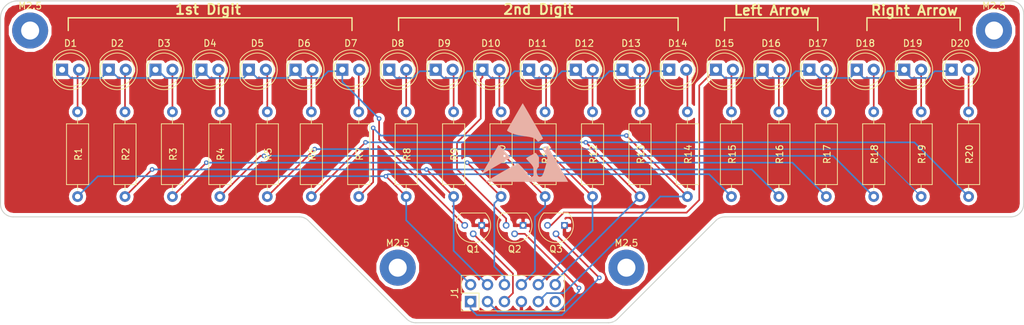
<source format=kicad_pcb>
(kicad_pcb (version 4) (host pcbnew 4.0.6)

  (general
    (links 66)
    (no_connects 0)
    (area 137.850457 74.1126 306.395543 123.095733)
    (thickness 1.6)
    (drawings 32)
    (tracks 233)
    (zones 0)
    (modules 49)
    (nets 35)
  )

  (page A4)
  (layers
    (0 F.Cu signal)
    (31 B.Cu signal)
    (34 B.Paste user)
    (35 F.Paste user)
    (36 B.SilkS user)
    (37 F.SilkS user)
    (38 B.Mask user)
    (39 F.Mask user)
    (40 Dwgs.User user)
    (41 Cmts.User user)
    (42 Eco1.User user)
    (43 Eco2.User user)
    (44 Edge.Cuts user)
    (45 Margin user)
  )

  (setup
    (last_trace_width 0.1524)
    (trace_clearance 0.1524)
    (zone_clearance 0.508)
    (zone_45_only no)
    (trace_min 0.1524)
    (segment_width 0.2)
    (edge_width 0.2)
    (via_size 0.6858)
    (via_drill 0.3302)
    (via_min_size 0.6858)
    (via_min_drill 0.3302)
    (uvia_size 0.762)
    (uvia_drill 0.508)
    (uvias_allowed no)
    (uvia_min_size 0)
    (uvia_min_drill 0)
    (pcb_text_width 0.3)
    (pcb_text_size 1.5 1.5)
    (mod_edge_width 0.15)
    (mod_text_size 1 1)
    (mod_text_width 0.15)
    (pad_size 8.6 8.6)
    (pad_drill 4.3)
    (pad_to_mask_clearance 0.2)
    (aux_axis_origin 0 0)
    (visible_elements 7FFFCF7F)
    (pcbplotparams
      (layerselection 0x030f0_80000001)
      (usegerberextensions false)
      (excludeedgelayer true)
      (linewidth 0.100000)
      (plotframeref false)
      (viasonmask false)
      (mode 1)
      (useauxorigin false)
      (hpglpennumber 1)
      (hpglpenspeed 20)
      (hpglpendiameter 15)
      (hpglpenoverlay 2)
      (psnegative false)
      (psa4output false)
      (plotreference true)
      (plotvalue true)
      (plotinvisibletext false)
      (padsonsilk false)
      (subtractmaskfromsilk false)
      (outputformat 1)
      (mirror false)
      (drillshape 0)
      (scaleselection 1)
      (outputdirectory Gerbers/))
  )

  (net 0 "")
  (net 1 "Net-(D1-Pad1)")
  (net 2 "Net-(D1-Pad2)")
  (net 3 "Net-(D2-Pad2)")
  (net 4 "Net-(D3-Pad2)")
  (net 5 "Net-(D4-Pad2)")
  (net 6 "Net-(D5-Pad2)")
  (net 7 "Net-(D6-Pad2)")
  (net 8 "Net-(D7-Pad2)")
  (net 9 "Net-(D10-Pad1)")
  (net 10 "Net-(D8-Pad2)")
  (net 11 "Net-(D9-Pad2)")
  (net 12 "Net-(D10-Pad2)")
  (net 13 "Net-(D11-Pad2)")
  (net 14 "Net-(D12-Pad2)")
  (net 15 "Net-(D13-Pad2)")
  (net 16 "Net-(D14-Pad2)")
  (net 17 "Net-(D15-Pad1)")
  (net 18 "Net-(D15-Pad2)")
  (net 19 "Net-(D16-Pad2)")
  (net 20 "Net-(D17-Pad2)")
  (net 21 /CKC)
  (net 22 /A)
  (net 23 /CKB)
  (net 24 /B)
  (net 25 /CKA)
  (net 26 /C)
  (net 27 /GND)
  (net 28 /D)
  (net 29 /G)
  (net 30 /E)
  (net 31 /F)
  (net 32 "Net-(D18-Pad2)")
  (net 33 "Net-(D19-Pad2)")
  (net 34 "Net-(D20-Pad2)")

  (net_class Default "This is the default net class."
    (clearance 0.1524)
    (trace_width 0.1524)
    (via_dia 0.6858)
    (via_drill 0.3302)
    (uvia_dia 0.762)
    (uvia_drill 0.508)
    (add_net /A)
    (add_net /B)
    (add_net /C)
    (add_net /CKA)
    (add_net /CKB)
    (add_net /CKC)
    (add_net /D)
    (add_net /E)
    (add_net /F)
    (add_net /G)
    (add_net /GND)
    (add_net "Net-(D1-Pad1)")
    (add_net "Net-(D1-Pad2)")
    (add_net "Net-(D10-Pad1)")
    (add_net "Net-(D10-Pad2)")
    (add_net "Net-(D11-Pad2)")
    (add_net "Net-(D12-Pad2)")
    (add_net "Net-(D13-Pad2)")
    (add_net "Net-(D14-Pad2)")
    (add_net "Net-(D15-Pad1)")
    (add_net "Net-(D15-Pad2)")
    (add_net "Net-(D16-Pad2)")
    (add_net "Net-(D17-Pad2)")
    (add_net "Net-(D18-Pad2)")
    (add_net "Net-(D19-Pad2)")
    (add_net "Net-(D2-Pad2)")
    (add_net "Net-(D20-Pad2)")
    (add_net "Net-(D3-Pad2)")
    (add_net "Net-(D4-Pad2)")
    (add_net "Net-(D5-Pad2)")
    (add_net "Net-(D6-Pad2)")
    (add_net "Net-(D7-Pad2)")
    (add_net "Net-(D8-Pad2)")
    (add_net "Net-(D9-Pad2)")
  )

  (module Resistors_THT:R_Axial_DIN0309_L9.0mm_D3.2mm_P12.70mm_Horizontal placed (layer F.Cu) (tedit 5874F706) (tstamp 58C2F857)
    (at 206.248 90.932 270)
    (descr "Resistor, Axial_DIN0309 series, Axial, Horizontal, pin pitch=12.7mm, 0.5W = 1/2W, length*diameter=9*3.2mm^2, http://cdn-reichelt.de/documents/datenblatt/B400/1_4W%23YAG.pdf")
    (tags "Resistor Axial_DIN0309 series Axial Horizontal pin pitch 12.7mm 0.5W = 1/2W length 9mm diameter 3.2mm")
    (path /58C2EB9E)
    (fp_text reference R8 (at 6.35 -0.12 270) (layer F.SilkS)
      (effects (font (size 1 1) (thickness 0.15)))
    )
    (fp_text value R (at 6.35 2.66 270) (layer F.Fab)
      (effects (font (size 1 1) (thickness 0.15)))
    )
    (fp_line (start 1.85 -1.6) (end 1.85 1.6) (layer F.Fab) (width 0.1))
    (fp_line (start 1.85 1.6) (end 10.85 1.6) (layer F.Fab) (width 0.1))
    (fp_line (start 10.85 1.6) (end 10.85 -1.6) (layer F.Fab) (width 0.1))
    (fp_line (start 10.85 -1.6) (end 1.85 -1.6) (layer F.Fab) (width 0.1))
    (fp_line (start 0 0) (end 1.85 0) (layer F.Fab) (width 0.1))
    (fp_line (start 12.7 0) (end 10.85 0) (layer F.Fab) (width 0.1))
    (fp_line (start 1.79 -1.66) (end 1.79 1.66) (layer F.SilkS) (width 0.12))
    (fp_line (start 1.79 1.66) (end 10.91 1.66) (layer F.SilkS) (width 0.12))
    (fp_line (start 10.91 1.66) (end 10.91 -1.66) (layer F.SilkS) (width 0.12))
    (fp_line (start 10.91 -1.66) (end 1.79 -1.66) (layer F.SilkS) (width 0.12))
    (fp_line (start 0.98 0) (end 1.79 0) (layer F.SilkS) (width 0.12))
    (fp_line (start 11.72 0) (end 10.91 0) (layer F.SilkS) (width 0.12))
    (fp_line (start -1.05 -1.95) (end -1.05 1.95) (layer F.CrtYd) (width 0.05))
    (fp_line (start -1.05 1.95) (end 13.75 1.95) (layer F.CrtYd) (width 0.05))
    (fp_line (start 13.75 1.95) (end 13.75 -1.95) (layer F.CrtYd) (width 0.05))
    (fp_line (start 13.75 -1.95) (end -1.05 -1.95) (layer F.CrtYd) (width 0.05))
    (pad 1 thru_hole circle (at 0 0 270) (size 1.6 1.6) (drill 0.8) (layers *.Cu *.Mask)
      (net 10 "Net-(D8-Pad2)"))
    (pad 2 thru_hole oval (at 12.7 0 270) (size 1.6 1.6) (drill 0.8) (layers *.Cu *.Mask)
      (net 22 /A))
    (model Resistors_THT.3dshapes/R_Axial_DIN0309_L9.0mm_D3.2mm_P12.70mm_Horizontal.wrl
      (at (xyz 0 0 0))
      (scale (xyz 0.393701 0.393701 0.393701))
      (rotate (xyz 0 0 0))
    )
  )

  (module LEDs:LED_D5.0mm locked (layer F.Cu) (tedit 587A3A7B) (tstamp 58C2F7A2)
    (at 154.650002 84.615999)
    (descr "LED, diameter 5.0mm, 2 pins, http://cdn-reichelt.de/documents/datenblatt/A500/LL-504BC2E-009.pdf")
    (tags "LED diameter 5.0mm 2 pins")
    (path /58C2E1D5)
    (fp_text reference D1 (at 1.27 -3.96) (layer F.SilkS)
      (effects (font (size 1 1) (thickness 0.15)))
    )
    (fp_text value LED (at 1.27 3.96) (layer F.Fab)
      (effects (font (size 1 1) (thickness 0.15)))
    )
    (fp_arc (start 1.27 0) (end -1.23 -1.469694) (angle 299.1) (layer F.Fab) (width 0.1))
    (fp_arc (start 1.27 0) (end -1.29 -1.54483) (angle 148.9) (layer F.SilkS) (width 0.12))
    (fp_arc (start 1.27 0) (end -1.29 1.54483) (angle -148.9) (layer F.SilkS) (width 0.12))
    (fp_circle (center 1.27 0) (end 3.77 0) (layer F.Fab) (width 0.1))
    (fp_circle (center 1.27 0) (end 3.77 0) (layer F.SilkS) (width 0.12))
    (fp_line (start -1.23 -1.469694) (end -1.23 1.469694) (layer F.Fab) (width 0.1))
    (fp_line (start -1.29 -1.545) (end -1.29 1.545) (layer F.SilkS) (width 0.12))
    (fp_line (start -1.95 -3.25) (end -1.95 3.25) (layer F.CrtYd) (width 0.05))
    (fp_line (start -1.95 3.25) (end 4.5 3.25) (layer F.CrtYd) (width 0.05))
    (fp_line (start 4.5 3.25) (end 4.5 -3.25) (layer F.CrtYd) (width 0.05))
    (fp_line (start 4.5 -3.25) (end -1.95 -3.25) (layer F.CrtYd) (width 0.05))
    (pad 1 thru_hole rect (at 0 0) (size 1.8 1.8) (drill 0.9) (layers *.Cu *.Mask)
      (net 1 "Net-(D1-Pad1)"))
    (pad 2 thru_hole circle (at 2.54 0) (size 1.8 1.8) (drill 0.9) (layers *.Cu *.Mask)
      (net 2 "Net-(D1-Pad2)"))
    (model LEDs.3dshapes/LED_D5.0mm.wrl
      (at (xyz 0 0 0))
      (scale (xyz 0.393701 0.393701 0.393701))
      (rotate (xyz 0 0 0))
    )
  )

  (module LEDs:LED_D5.0mm locked (layer F.Cu) (tedit 587A3A7B) (tstamp 58C2F7A8)
    (at 161.653126 84.615999)
    (descr "LED, diameter 5.0mm, 2 pins, http://cdn-reichelt.de/documents/datenblatt/A500/LL-504BC2E-009.pdf")
    (tags "LED diameter 5.0mm 2 pins")
    (path /58C2E37F)
    (fp_text reference D2 (at 1.27 -3.96) (layer F.SilkS)
      (effects (font (size 1 1) (thickness 0.15)))
    )
    (fp_text value LED (at 1.27 3.96) (layer F.Fab)
      (effects (font (size 1 1) (thickness 0.15)))
    )
    (fp_arc (start 1.27 0) (end -1.23 -1.469694) (angle 299.1) (layer F.Fab) (width 0.1))
    (fp_arc (start 1.27 0) (end -1.29 -1.54483) (angle 148.9) (layer F.SilkS) (width 0.12))
    (fp_arc (start 1.27 0) (end -1.29 1.54483) (angle -148.9) (layer F.SilkS) (width 0.12))
    (fp_circle (center 1.27 0) (end 3.77 0) (layer F.Fab) (width 0.1))
    (fp_circle (center 1.27 0) (end 3.77 0) (layer F.SilkS) (width 0.12))
    (fp_line (start -1.23 -1.469694) (end -1.23 1.469694) (layer F.Fab) (width 0.1))
    (fp_line (start -1.29 -1.545) (end -1.29 1.545) (layer F.SilkS) (width 0.12))
    (fp_line (start -1.95 -3.25) (end -1.95 3.25) (layer F.CrtYd) (width 0.05))
    (fp_line (start -1.95 3.25) (end 4.5 3.25) (layer F.CrtYd) (width 0.05))
    (fp_line (start 4.5 3.25) (end 4.5 -3.25) (layer F.CrtYd) (width 0.05))
    (fp_line (start 4.5 -3.25) (end -1.95 -3.25) (layer F.CrtYd) (width 0.05))
    (pad 1 thru_hole rect (at 0 0) (size 1.8 1.8) (drill 0.9) (layers *.Cu *.Mask)
      (net 1 "Net-(D1-Pad1)"))
    (pad 2 thru_hole circle (at 2.54 0) (size 1.8 1.8) (drill 0.9) (layers *.Cu *.Mask)
      (net 3 "Net-(D2-Pad2)"))
    (model LEDs.3dshapes/LED_D5.0mm.wrl
      (at (xyz 0 0 0))
      (scale (xyz 0.393701 0.393701 0.393701))
      (rotate (xyz 0 0 0))
    )
  )

  (module LEDs:LED_D5.0mm locked (layer F.Cu) (tedit 587A3A7B) (tstamp 58C2F7AE)
    (at 168.65625 84.615999)
    (descr "LED, diameter 5.0mm, 2 pins, http://cdn-reichelt.de/documents/datenblatt/A500/LL-504BC2E-009.pdf")
    (tags "LED diameter 5.0mm 2 pins")
    (path /58C2E45E)
    (fp_text reference D3 (at 1.27 -3.96) (layer F.SilkS)
      (effects (font (size 1 1) (thickness 0.15)))
    )
    (fp_text value LED (at 1.27 3.96) (layer F.Fab)
      (effects (font (size 1 1) (thickness 0.15)))
    )
    (fp_arc (start 1.27 0) (end -1.23 -1.469694) (angle 299.1) (layer F.Fab) (width 0.1))
    (fp_arc (start 1.27 0) (end -1.29 -1.54483) (angle 148.9) (layer F.SilkS) (width 0.12))
    (fp_arc (start 1.27 0) (end -1.29 1.54483) (angle -148.9) (layer F.SilkS) (width 0.12))
    (fp_circle (center 1.27 0) (end 3.77 0) (layer F.Fab) (width 0.1))
    (fp_circle (center 1.27 0) (end 3.77 0) (layer F.SilkS) (width 0.12))
    (fp_line (start -1.23 -1.469694) (end -1.23 1.469694) (layer F.Fab) (width 0.1))
    (fp_line (start -1.29 -1.545) (end -1.29 1.545) (layer F.SilkS) (width 0.12))
    (fp_line (start -1.95 -3.25) (end -1.95 3.25) (layer F.CrtYd) (width 0.05))
    (fp_line (start -1.95 3.25) (end 4.5 3.25) (layer F.CrtYd) (width 0.05))
    (fp_line (start 4.5 3.25) (end 4.5 -3.25) (layer F.CrtYd) (width 0.05))
    (fp_line (start 4.5 -3.25) (end -1.95 -3.25) (layer F.CrtYd) (width 0.05))
    (pad 1 thru_hole rect (at 0 0) (size 1.8 1.8) (drill 0.9) (layers *.Cu *.Mask)
      (net 1 "Net-(D1-Pad1)"))
    (pad 2 thru_hole circle (at 2.54 0) (size 1.8 1.8) (drill 0.9) (layers *.Cu *.Mask)
      (net 4 "Net-(D3-Pad2)"))
    (model LEDs.3dshapes/LED_D5.0mm.wrl
      (at (xyz 0 0 0))
      (scale (xyz 0.393701 0.393701 0.393701))
      (rotate (xyz 0 0 0))
    )
  )

  (module LEDs:LED_D5.0mm locked (layer F.Cu) (tedit 587A3A7B) (tstamp 58C2F7B4)
    (at 175.550498 84.615999)
    (descr "LED, diameter 5.0mm, 2 pins, http://cdn-reichelt.de/documents/datenblatt/A500/LL-504BC2E-009.pdf")
    (tags "LED diameter 5.0mm 2 pins")
    (path /58C2E485)
    (fp_text reference D4 (at 1.27 -3.96) (layer F.SilkS)
      (effects (font (size 1 1) (thickness 0.15)))
    )
    (fp_text value LED (at 1.27 3.96) (layer F.Fab)
      (effects (font (size 1 1) (thickness 0.15)))
    )
    (fp_arc (start 1.27 0) (end -1.23 -1.469694) (angle 299.1) (layer F.Fab) (width 0.1))
    (fp_arc (start 1.27 0) (end -1.29 -1.54483) (angle 148.9) (layer F.SilkS) (width 0.12))
    (fp_arc (start 1.27 0) (end -1.29 1.54483) (angle -148.9) (layer F.SilkS) (width 0.12))
    (fp_circle (center 1.27 0) (end 3.77 0) (layer F.Fab) (width 0.1))
    (fp_circle (center 1.27 0) (end 3.77 0) (layer F.SilkS) (width 0.12))
    (fp_line (start -1.23 -1.469694) (end -1.23 1.469694) (layer F.Fab) (width 0.1))
    (fp_line (start -1.29 -1.545) (end -1.29 1.545) (layer F.SilkS) (width 0.12))
    (fp_line (start -1.95 -3.25) (end -1.95 3.25) (layer F.CrtYd) (width 0.05))
    (fp_line (start -1.95 3.25) (end 4.5 3.25) (layer F.CrtYd) (width 0.05))
    (fp_line (start 4.5 3.25) (end 4.5 -3.25) (layer F.CrtYd) (width 0.05))
    (fp_line (start 4.5 -3.25) (end -1.95 -3.25) (layer F.CrtYd) (width 0.05))
    (pad 1 thru_hole rect (at 0 0) (size 1.8 1.8) (drill 0.9) (layers *.Cu *.Mask)
      (net 1 "Net-(D1-Pad1)"))
    (pad 2 thru_hole circle (at 2.54 0) (size 1.8 1.8) (drill 0.9) (layers *.Cu *.Mask)
      (net 5 "Net-(D4-Pad2)"))
    (model LEDs.3dshapes/LED_D5.0mm.wrl
      (at (xyz 0 0 0))
      (scale (xyz 0.393701 0.393701 0.393701))
      (rotate (xyz 0 0 0))
    )
  )

  (module LEDs:LED_D5.0mm locked (layer F.Cu) (tedit 587A3A7B) (tstamp 58C2F7BA)
    (at 182.662498 84.615999)
    (descr "LED, diameter 5.0mm, 2 pins, http://cdn-reichelt.de/documents/datenblatt/A500/LL-504BC2E-009.pdf")
    (tags "LED diameter 5.0mm 2 pins")
    (path /58C2E4B0)
    (fp_text reference D5 (at 1.27 -3.96) (layer F.SilkS)
      (effects (font (size 1 1) (thickness 0.15)))
    )
    (fp_text value LED (at 1.27 3.96) (layer F.Fab)
      (effects (font (size 1 1) (thickness 0.15)))
    )
    (fp_arc (start 1.27 0) (end -1.23 -1.469694) (angle 299.1) (layer F.Fab) (width 0.1))
    (fp_arc (start 1.27 0) (end -1.29 -1.54483) (angle 148.9) (layer F.SilkS) (width 0.12))
    (fp_arc (start 1.27 0) (end -1.29 1.54483) (angle -148.9) (layer F.SilkS) (width 0.12))
    (fp_circle (center 1.27 0) (end 3.77 0) (layer F.Fab) (width 0.1))
    (fp_circle (center 1.27 0) (end 3.77 0) (layer F.SilkS) (width 0.12))
    (fp_line (start -1.23 -1.469694) (end -1.23 1.469694) (layer F.Fab) (width 0.1))
    (fp_line (start -1.29 -1.545) (end -1.29 1.545) (layer F.SilkS) (width 0.12))
    (fp_line (start -1.95 -3.25) (end -1.95 3.25) (layer F.CrtYd) (width 0.05))
    (fp_line (start -1.95 3.25) (end 4.5 3.25) (layer F.CrtYd) (width 0.05))
    (fp_line (start 4.5 3.25) (end 4.5 -3.25) (layer F.CrtYd) (width 0.05))
    (fp_line (start 4.5 -3.25) (end -1.95 -3.25) (layer F.CrtYd) (width 0.05))
    (pad 1 thru_hole rect (at 0 0) (size 1.8 1.8) (drill 0.9) (layers *.Cu *.Mask)
      (net 1 "Net-(D1-Pad1)"))
    (pad 2 thru_hole circle (at 2.54 0) (size 1.8 1.8) (drill 0.9) (layers *.Cu *.Mask)
      (net 6 "Net-(D5-Pad2)"))
    (model LEDs.3dshapes/LED_D5.0mm.wrl
      (at (xyz 0 0 0))
      (scale (xyz 0.393701 0.393701 0.393701))
      (rotate (xyz 0 0 0))
    )
  )

  (module LEDs:LED_D5.0mm locked (layer F.Cu) (tedit 587A3A7B) (tstamp 58C2F7C0)
    (at 189.665622 84.615999)
    (descr "LED, diameter 5.0mm, 2 pins, http://cdn-reichelt.de/documents/datenblatt/A500/LL-504BC2E-009.pdf")
    (tags "LED diameter 5.0mm 2 pins")
    (path /58C2E4D9)
    (fp_text reference D6 (at 1.27 -3.96) (layer F.SilkS)
      (effects (font (size 1 1) (thickness 0.15)))
    )
    (fp_text value LED (at 1.27 3.96) (layer F.Fab)
      (effects (font (size 1 1) (thickness 0.15)))
    )
    (fp_arc (start 1.27 0) (end -1.23 -1.469694) (angle 299.1) (layer F.Fab) (width 0.1))
    (fp_arc (start 1.27 0) (end -1.29 -1.54483) (angle 148.9) (layer F.SilkS) (width 0.12))
    (fp_arc (start 1.27 0) (end -1.29 1.54483) (angle -148.9) (layer F.SilkS) (width 0.12))
    (fp_circle (center 1.27 0) (end 3.77 0) (layer F.Fab) (width 0.1))
    (fp_circle (center 1.27 0) (end 3.77 0) (layer F.SilkS) (width 0.12))
    (fp_line (start -1.23 -1.469694) (end -1.23 1.469694) (layer F.Fab) (width 0.1))
    (fp_line (start -1.29 -1.545) (end -1.29 1.545) (layer F.SilkS) (width 0.12))
    (fp_line (start -1.95 -3.25) (end -1.95 3.25) (layer F.CrtYd) (width 0.05))
    (fp_line (start -1.95 3.25) (end 4.5 3.25) (layer F.CrtYd) (width 0.05))
    (fp_line (start 4.5 3.25) (end 4.5 -3.25) (layer F.CrtYd) (width 0.05))
    (fp_line (start 4.5 -3.25) (end -1.95 -3.25) (layer F.CrtYd) (width 0.05))
    (pad 1 thru_hole rect (at 0 0) (size 1.8 1.8) (drill 0.9) (layers *.Cu *.Mask)
      (net 1 "Net-(D1-Pad1)"))
    (pad 2 thru_hole circle (at 2.54 0) (size 1.8 1.8) (drill 0.9) (layers *.Cu *.Mask)
      (net 7 "Net-(D6-Pad2)"))
    (model LEDs.3dshapes/LED_D5.0mm.wrl
      (at (xyz 0 0 0))
      (scale (xyz 0.393701 0.393701 0.393701))
      (rotate (xyz 0 0 0))
    )
  )

  (module LEDs:LED_D5.0mm locked (layer F.Cu) (tedit 587A3A7B) (tstamp 58C2F7C6)
    (at 196.668746 84.615999)
    (descr "LED, diameter 5.0mm, 2 pins, http://cdn-reichelt.de/documents/datenblatt/A500/LL-504BC2E-009.pdf")
    (tags "LED diameter 5.0mm 2 pins")
    (path /58C2E560)
    (fp_text reference D7 (at 1.27 -3.96) (layer F.SilkS)
      (effects (font (size 1 1) (thickness 0.15)))
    )
    (fp_text value LED (at 1.27 3.96) (layer F.Fab)
      (effects (font (size 1 1) (thickness 0.15)))
    )
    (fp_arc (start 1.27 0) (end -1.23 -1.469694) (angle 299.1) (layer F.Fab) (width 0.1))
    (fp_arc (start 1.27 0) (end -1.29 -1.54483) (angle 148.9) (layer F.SilkS) (width 0.12))
    (fp_arc (start 1.27 0) (end -1.29 1.54483) (angle -148.9) (layer F.SilkS) (width 0.12))
    (fp_circle (center 1.27 0) (end 3.77 0) (layer F.Fab) (width 0.1))
    (fp_circle (center 1.27 0) (end 3.77 0) (layer F.SilkS) (width 0.12))
    (fp_line (start -1.23 -1.469694) (end -1.23 1.469694) (layer F.Fab) (width 0.1))
    (fp_line (start -1.29 -1.545) (end -1.29 1.545) (layer F.SilkS) (width 0.12))
    (fp_line (start -1.95 -3.25) (end -1.95 3.25) (layer F.CrtYd) (width 0.05))
    (fp_line (start -1.95 3.25) (end 4.5 3.25) (layer F.CrtYd) (width 0.05))
    (fp_line (start 4.5 3.25) (end 4.5 -3.25) (layer F.CrtYd) (width 0.05))
    (fp_line (start 4.5 -3.25) (end -1.95 -3.25) (layer F.CrtYd) (width 0.05))
    (pad 1 thru_hole rect (at 0 0) (size 1.8 1.8) (drill 0.9) (layers *.Cu *.Mask)
      (net 1 "Net-(D1-Pad1)"))
    (pad 2 thru_hole circle (at 2.54 0) (size 1.8 1.8) (drill 0.9) (layers *.Cu *.Mask)
      (net 8 "Net-(D7-Pad2)"))
    (model LEDs.3dshapes/LED_D5.0mm.wrl
      (at (xyz 0 0 0))
      (scale (xyz 0.393701 0.393701 0.393701))
      (rotate (xyz 0 0 0))
    )
  )

  (module LEDs:LED_D5.0mm locked (layer F.Cu) (tedit 587A3A7B) (tstamp 58C2F7CC)
    (at 203.708 84.615999)
    (descr "LED, diameter 5.0mm, 2 pins, http://cdn-reichelt.de/documents/datenblatt/A500/LL-504BC2E-009.pdf")
    (tags "LED diameter 5.0mm 2 pins")
    (path /58C2EB74)
    (fp_text reference D8 (at 1.27 -3.96) (layer F.SilkS)
      (effects (font (size 1 1) (thickness 0.15)))
    )
    (fp_text value LED (at 1.27 3.96) (layer F.Fab)
      (effects (font (size 1 1) (thickness 0.15)))
    )
    (fp_arc (start 1.27 0) (end -1.23 -1.469694) (angle 299.1) (layer F.Fab) (width 0.1))
    (fp_arc (start 1.27 0) (end -1.29 -1.54483) (angle 148.9) (layer F.SilkS) (width 0.12))
    (fp_arc (start 1.27 0) (end -1.29 1.54483) (angle -148.9) (layer F.SilkS) (width 0.12))
    (fp_circle (center 1.27 0) (end 3.77 0) (layer F.Fab) (width 0.1))
    (fp_circle (center 1.27 0) (end 3.77 0) (layer F.SilkS) (width 0.12))
    (fp_line (start -1.23 -1.469694) (end -1.23 1.469694) (layer F.Fab) (width 0.1))
    (fp_line (start -1.29 -1.545) (end -1.29 1.545) (layer F.SilkS) (width 0.12))
    (fp_line (start -1.95 -3.25) (end -1.95 3.25) (layer F.CrtYd) (width 0.05))
    (fp_line (start -1.95 3.25) (end 4.5 3.25) (layer F.CrtYd) (width 0.05))
    (fp_line (start 4.5 3.25) (end 4.5 -3.25) (layer F.CrtYd) (width 0.05))
    (fp_line (start 4.5 -3.25) (end -1.95 -3.25) (layer F.CrtYd) (width 0.05))
    (pad 1 thru_hole rect (at 0 0) (size 1.8 1.8) (drill 0.9) (layers *.Cu *.Mask)
      (net 9 "Net-(D10-Pad1)"))
    (pad 2 thru_hole circle (at 2.54 0) (size 1.8 1.8) (drill 0.9) (layers *.Cu *.Mask)
      (net 10 "Net-(D8-Pad2)"))
    (model LEDs.3dshapes/LED_D5.0mm.wrl
      (at (xyz 0 0 0))
      (scale (xyz 0.393701 0.393701 0.393701))
      (rotate (xyz 0 0 0))
    )
  )

  (module LEDs:LED_D5.0mm locked (layer F.Cu) (tedit 587A3A7B) (tstamp 58C2F7D2)
    (at 210.674994 84.615999)
    (descr "LED, diameter 5.0mm, 2 pins, http://cdn-reichelt.de/documents/datenblatt/A500/LL-504BC2E-009.pdf")
    (tags "LED diameter 5.0mm 2 pins")
    (path /58C2EB7A)
    (fp_text reference D9 (at 1.27 -3.96) (layer F.SilkS)
      (effects (font (size 1 1) (thickness 0.15)))
    )
    (fp_text value LED (at 1.27 3.96) (layer F.Fab)
      (effects (font (size 1 1) (thickness 0.15)))
    )
    (fp_arc (start 1.27 0) (end -1.23 -1.469694) (angle 299.1) (layer F.Fab) (width 0.1))
    (fp_arc (start 1.27 0) (end -1.29 -1.54483) (angle 148.9) (layer F.SilkS) (width 0.12))
    (fp_arc (start 1.27 0) (end -1.29 1.54483) (angle -148.9) (layer F.SilkS) (width 0.12))
    (fp_circle (center 1.27 0) (end 3.77 0) (layer F.Fab) (width 0.1))
    (fp_circle (center 1.27 0) (end 3.77 0) (layer F.SilkS) (width 0.12))
    (fp_line (start -1.23 -1.469694) (end -1.23 1.469694) (layer F.Fab) (width 0.1))
    (fp_line (start -1.29 -1.545) (end -1.29 1.545) (layer F.SilkS) (width 0.12))
    (fp_line (start -1.95 -3.25) (end -1.95 3.25) (layer F.CrtYd) (width 0.05))
    (fp_line (start -1.95 3.25) (end 4.5 3.25) (layer F.CrtYd) (width 0.05))
    (fp_line (start 4.5 3.25) (end 4.5 -3.25) (layer F.CrtYd) (width 0.05))
    (fp_line (start 4.5 -3.25) (end -1.95 -3.25) (layer F.CrtYd) (width 0.05))
    (pad 1 thru_hole rect (at 0 0) (size 1.8 1.8) (drill 0.9) (layers *.Cu *.Mask)
      (net 9 "Net-(D10-Pad1)"))
    (pad 2 thru_hole circle (at 2.54 0) (size 1.8 1.8) (drill 0.9) (layers *.Cu *.Mask)
      (net 11 "Net-(D9-Pad2)"))
    (model LEDs.3dshapes/LED_D5.0mm.wrl
      (at (xyz 0 0 0))
      (scale (xyz 0.393701 0.393701 0.393701))
      (rotate (xyz 0 0 0))
    )
  )

  (module LEDs:LED_D5.0mm locked (layer F.Cu) (tedit 587A3A7B) (tstamp 58C2F7D8)
    (at 217.678118 84.615999)
    (descr "LED, diameter 5.0mm, 2 pins, http://cdn-reichelt.de/documents/datenblatt/A500/LL-504BC2E-009.pdf")
    (tags "LED diameter 5.0mm 2 pins")
    (path /58C2EB80)
    (fp_text reference D10 (at 1.27 -3.96) (layer F.SilkS)
      (effects (font (size 1 1) (thickness 0.15)))
    )
    (fp_text value LED (at 1.27 3.96) (layer F.Fab)
      (effects (font (size 1 1) (thickness 0.15)))
    )
    (fp_arc (start 1.27 0) (end -1.23 -1.469694) (angle 299.1) (layer F.Fab) (width 0.1))
    (fp_arc (start 1.27 0) (end -1.29 -1.54483) (angle 148.9) (layer F.SilkS) (width 0.12))
    (fp_arc (start 1.27 0) (end -1.29 1.54483) (angle -148.9) (layer F.SilkS) (width 0.12))
    (fp_circle (center 1.27 0) (end 3.77 0) (layer F.Fab) (width 0.1))
    (fp_circle (center 1.27 0) (end 3.77 0) (layer F.SilkS) (width 0.12))
    (fp_line (start -1.23 -1.469694) (end -1.23 1.469694) (layer F.Fab) (width 0.1))
    (fp_line (start -1.29 -1.545) (end -1.29 1.545) (layer F.SilkS) (width 0.12))
    (fp_line (start -1.95 -3.25) (end -1.95 3.25) (layer F.CrtYd) (width 0.05))
    (fp_line (start -1.95 3.25) (end 4.5 3.25) (layer F.CrtYd) (width 0.05))
    (fp_line (start 4.5 3.25) (end 4.5 -3.25) (layer F.CrtYd) (width 0.05))
    (fp_line (start 4.5 -3.25) (end -1.95 -3.25) (layer F.CrtYd) (width 0.05))
    (pad 1 thru_hole rect (at 0 0) (size 1.8 1.8) (drill 0.9) (layers *.Cu *.Mask)
      (net 9 "Net-(D10-Pad1)"))
    (pad 2 thru_hole circle (at 2.54 0) (size 1.8 1.8) (drill 0.9) (layers *.Cu *.Mask)
      (net 12 "Net-(D10-Pad2)"))
    (model LEDs.3dshapes/LED_D5.0mm.wrl
      (at (xyz 0 0 0))
      (scale (xyz 0.393701 0.393701 0.393701))
      (rotate (xyz 0 0 0))
    )
  )

  (module LEDs:LED_D5.0mm locked (layer F.Cu) (tedit 587A3A7B) (tstamp 58C2F7DE)
    (at 224.681242 84.615999)
    (descr "LED, diameter 5.0mm, 2 pins, http://cdn-reichelt.de/documents/datenblatt/A500/LL-504BC2E-009.pdf")
    (tags "LED diameter 5.0mm 2 pins")
    (path /58C2EB86)
    (fp_text reference D11 (at 1.27 -3.96) (layer F.SilkS)
      (effects (font (size 1 1) (thickness 0.15)))
    )
    (fp_text value LED (at 1.27 3.96) (layer F.Fab)
      (effects (font (size 1 1) (thickness 0.15)))
    )
    (fp_arc (start 1.27 0) (end -1.23 -1.469694) (angle 299.1) (layer F.Fab) (width 0.1))
    (fp_arc (start 1.27 0) (end -1.29 -1.54483) (angle 148.9) (layer F.SilkS) (width 0.12))
    (fp_arc (start 1.27 0) (end -1.29 1.54483) (angle -148.9) (layer F.SilkS) (width 0.12))
    (fp_circle (center 1.27 0) (end 3.77 0) (layer F.Fab) (width 0.1))
    (fp_circle (center 1.27 0) (end 3.77 0) (layer F.SilkS) (width 0.12))
    (fp_line (start -1.23 -1.469694) (end -1.23 1.469694) (layer F.Fab) (width 0.1))
    (fp_line (start -1.29 -1.545) (end -1.29 1.545) (layer F.SilkS) (width 0.12))
    (fp_line (start -1.95 -3.25) (end -1.95 3.25) (layer F.CrtYd) (width 0.05))
    (fp_line (start -1.95 3.25) (end 4.5 3.25) (layer F.CrtYd) (width 0.05))
    (fp_line (start 4.5 3.25) (end 4.5 -3.25) (layer F.CrtYd) (width 0.05))
    (fp_line (start 4.5 -3.25) (end -1.95 -3.25) (layer F.CrtYd) (width 0.05))
    (pad 1 thru_hole rect (at 0 0) (size 1.8 1.8) (drill 0.9) (layers *.Cu *.Mask)
      (net 9 "Net-(D10-Pad1)"))
    (pad 2 thru_hole circle (at 2.54 0) (size 1.8 1.8) (drill 0.9) (layers *.Cu *.Mask)
      (net 13 "Net-(D11-Pad2)"))
    (model LEDs.3dshapes/LED_D5.0mm.wrl
      (at (xyz 0 0 0))
      (scale (xyz 0.393701 0.393701 0.393701))
      (rotate (xyz 0 0 0))
    )
  )

  (module LEDs:LED_D5.0mm locked (layer F.Cu) (tedit 587A3A7B) (tstamp 58C2F7E4)
    (at 231.684366 84.615999)
    (descr "LED, diameter 5.0mm, 2 pins, http://cdn-reichelt.de/documents/datenblatt/A500/LL-504BC2E-009.pdf")
    (tags "LED diameter 5.0mm 2 pins")
    (path /58C2EB8C)
    (fp_text reference D12 (at 1.27 -3.96) (layer F.SilkS)
      (effects (font (size 1 1) (thickness 0.15)))
    )
    (fp_text value LED (at 1.27 3.96) (layer F.Fab)
      (effects (font (size 1 1) (thickness 0.15)))
    )
    (fp_arc (start 1.27 0) (end -1.23 -1.469694) (angle 299.1) (layer F.Fab) (width 0.1))
    (fp_arc (start 1.27 0) (end -1.29 -1.54483) (angle 148.9) (layer F.SilkS) (width 0.12))
    (fp_arc (start 1.27 0) (end -1.29 1.54483) (angle -148.9) (layer F.SilkS) (width 0.12))
    (fp_circle (center 1.27 0) (end 3.77 0) (layer F.Fab) (width 0.1))
    (fp_circle (center 1.27 0) (end 3.77 0) (layer F.SilkS) (width 0.12))
    (fp_line (start -1.23 -1.469694) (end -1.23 1.469694) (layer F.Fab) (width 0.1))
    (fp_line (start -1.29 -1.545) (end -1.29 1.545) (layer F.SilkS) (width 0.12))
    (fp_line (start -1.95 -3.25) (end -1.95 3.25) (layer F.CrtYd) (width 0.05))
    (fp_line (start -1.95 3.25) (end 4.5 3.25) (layer F.CrtYd) (width 0.05))
    (fp_line (start 4.5 3.25) (end 4.5 -3.25) (layer F.CrtYd) (width 0.05))
    (fp_line (start 4.5 -3.25) (end -1.95 -3.25) (layer F.CrtYd) (width 0.05))
    (pad 1 thru_hole rect (at 0 0) (size 1.8 1.8) (drill 0.9) (layers *.Cu *.Mask)
      (net 9 "Net-(D10-Pad1)"))
    (pad 2 thru_hole circle (at 2.54 0) (size 1.8 1.8) (drill 0.9) (layers *.Cu *.Mask)
      (net 14 "Net-(D12-Pad2)"))
    (model LEDs.3dshapes/LED_D5.0mm.wrl
      (at (xyz 0 0 0))
      (scale (xyz 0.393701 0.393701 0.393701))
      (rotate (xyz 0 0 0))
    )
  )

  (module LEDs:LED_D5.0mm locked (layer F.Cu) (tedit 587A3A7B) (tstamp 58C2F7EA)
    (at 238.68749 84.615999)
    (descr "LED, diameter 5.0mm, 2 pins, http://cdn-reichelt.de/documents/datenblatt/A500/LL-504BC2E-009.pdf")
    (tags "LED diameter 5.0mm 2 pins")
    (path /58C2EB92)
    (fp_text reference D13 (at 1.27 -3.96) (layer F.SilkS)
      (effects (font (size 1 1) (thickness 0.15)))
    )
    (fp_text value LED (at 1.27 3.96) (layer F.Fab)
      (effects (font (size 1 1) (thickness 0.15)))
    )
    (fp_arc (start 1.27 0) (end -1.23 -1.469694) (angle 299.1) (layer F.Fab) (width 0.1))
    (fp_arc (start 1.27 0) (end -1.29 -1.54483) (angle 148.9) (layer F.SilkS) (width 0.12))
    (fp_arc (start 1.27 0) (end -1.29 1.54483) (angle -148.9) (layer F.SilkS) (width 0.12))
    (fp_circle (center 1.27 0) (end 3.77 0) (layer F.Fab) (width 0.1))
    (fp_circle (center 1.27 0) (end 3.77 0) (layer F.SilkS) (width 0.12))
    (fp_line (start -1.23 -1.469694) (end -1.23 1.469694) (layer F.Fab) (width 0.1))
    (fp_line (start -1.29 -1.545) (end -1.29 1.545) (layer F.SilkS) (width 0.12))
    (fp_line (start -1.95 -3.25) (end -1.95 3.25) (layer F.CrtYd) (width 0.05))
    (fp_line (start -1.95 3.25) (end 4.5 3.25) (layer F.CrtYd) (width 0.05))
    (fp_line (start 4.5 3.25) (end 4.5 -3.25) (layer F.CrtYd) (width 0.05))
    (fp_line (start 4.5 -3.25) (end -1.95 -3.25) (layer F.CrtYd) (width 0.05))
    (pad 1 thru_hole rect (at 0 0) (size 1.8 1.8) (drill 0.9) (layers *.Cu *.Mask)
      (net 9 "Net-(D10-Pad1)"))
    (pad 2 thru_hole circle (at 2.54 0) (size 1.8 1.8) (drill 0.9) (layers *.Cu *.Mask)
      (net 15 "Net-(D13-Pad2)"))
    (model LEDs.3dshapes/LED_D5.0mm.wrl
      (at (xyz 0 0 0))
      (scale (xyz 0.393701 0.393701 0.393701))
      (rotate (xyz 0 0 0))
    )
  )

  (module LEDs:LED_D5.0mm locked (layer F.Cu) (tedit 587A3A7B) (tstamp 58C2F7F0)
    (at 245.690614 84.615999)
    (descr "LED, diameter 5.0mm, 2 pins, http://cdn-reichelt.de/documents/datenblatt/A500/LL-504BC2E-009.pdf")
    (tags "LED diameter 5.0mm 2 pins")
    (path /58C2EB98)
    (fp_text reference D14 (at 1.27 -3.96) (layer F.SilkS)
      (effects (font (size 1 1) (thickness 0.15)))
    )
    (fp_text value LED (at 1.27 3.96) (layer F.Fab)
      (effects (font (size 1 1) (thickness 0.15)))
    )
    (fp_arc (start 1.27 0) (end -1.23 -1.469694) (angle 299.1) (layer F.Fab) (width 0.1))
    (fp_arc (start 1.27 0) (end -1.29 -1.54483) (angle 148.9) (layer F.SilkS) (width 0.12))
    (fp_arc (start 1.27 0) (end -1.29 1.54483) (angle -148.9) (layer F.SilkS) (width 0.12))
    (fp_circle (center 1.27 0) (end 3.77 0) (layer F.Fab) (width 0.1))
    (fp_circle (center 1.27 0) (end 3.77 0) (layer F.SilkS) (width 0.12))
    (fp_line (start -1.23 -1.469694) (end -1.23 1.469694) (layer F.Fab) (width 0.1))
    (fp_line (start -1.29 -1.545) (end -1.29 1.545) (layer F.SilkS) (width 0.12))
    (fp_line (start -1.95 -3.25) (end -1.95 3.25) (layer F.CrtYd) (width 0.05))
    (fp_line (start -1.95 3.25) (end 4.5 3.25) (layer F.CrtYd) (width 0.05))
    (fp_line (start 4.5 3.25) (end 4.5 -3.25) (layer F.CrtYd) (width 0.05))
    (fp_line (start 4.5 -3.25) (end -1.95 -3.25) (layer F.CrtYd) (width 0.05))
    (pad 1 thru_hole rect (at 0 0) (size 1.8 1.8) (drill 0.9) (layers *.Cu *.Mask)
      (net 9 "Net-(D10-Pad1)"))
    (pad 2 thru_hole circle (at 2.54 0) (size 1.8 1.8) (drill 0.9) (layers *.Cu *.Mask)
      (net 16 "Net-(D14-Pad2)"))
    (model LEDs.3dshapes/LED_D5.0mm.wrl
      (at (xyz 0 0 0))
      (scale (xyz 0.393701 0.393701 0.393701))
      (rotate (xyz 0 0 0))
    )
  )

  (module LEDs:LED_D5.0mm locked (layer F.Cu) (tedit 587A3A7B) (tstamp 58C2F7F6)
    (at 252.693738 84.615999)
    (descr "LED, diameter 5.0mm, 2 pins, http://cdn-reichelt.de/documents/datenblatt/A500/LL-504BC2E-009.pdf")
    (tags "LED diameter 5.0mm 2 pins")
    (path /58C2FE19)
    (fp_text reference D15 (at 1.27 -3.96) (layer F.SilkS)
      (effects (font (size 1 1) (thickness 0.15)))
    )
    (fp_text value LED (at 1.27 3.96) (layer F.Fab)
      (effects (font (size 1 1) (thickness 0.15)))
    )
    (fp_arc (start 1.27 0) (end -1.23 -1.469694) (angle 299.1) (layer F.Fab) (width 0.1))
    (fp_arc (start 1.27 0) (end -1.29 -1.54483) (angle 148.9) (layer F.SilkS) (width 0.12))
    (fp_arc (start 1.27 0) (end -1.29 1.54483) (angle -148.9) (layer F.SilkS) (width 0.12))
    (fp_circle (center 1.27 0) (end 3.77 0) (layer F.Fab) (width 0.1))
    (fp_circle (center 1.27 0) (end 3.77 0) (layer F.SilkS) (width 0.12))
    (fp_line (start -1.23 -1.469694) (end -1.23 1.469694) (layer F.Fab) (width 0.1))
    (fp_line (start -1.29 -1.545) (end -1.29 1.545) (layer F.SilkS) (width 0.12))
    (fp_line (start -1.95 -3.25) (end -1.95 3.25) (layer F.CrtYd) (width 0.05))
    (fp_line (start -1.95 3.25) (end 4.5 3.25) (layer F.CrtYd) (width 0.05))
    (fp_line (start 4.5 3.25) (end 4.5 -3.25) (layer F.CrtYd) (width 0.05))
    (fp_line (start 4.5 -3.25) (end -1.95 -3.25) (layer F.CrtYd) (width 0.05))
    (pad 1 thru_hole rect (at 0 0) (size 1.8 1.8) (drill 0.9) (layers *.Cu *.Mask)
      (net 17 "Net-(D15-Pad1)"))
    (pad 2 thru_hole circle (at 2.54 0) (size 1.8 1.8) (drill 0.9) (layers *.Cu *.Mask)
      (net 18 "Net-(D15-Pad2)"))
    (model LEDs.3dshapes/LED_D5.0mm.wrl
      (at (xyz 0 0 0))
      (scale (xyz 0.393701 0.393701 0.393701))
      (rotate (xyz 0 0 0))
    )
  )

  (module LEDs:LED_D5.0mm locked (layer F.Cu) (tedit 587A3A7B) (tstamp 58C2F7FC)
    (at 259.696862 84.615999)
    (descr "LED, diameter 5.0mm, 2 pins, http://cdn-reichelt.de/documents/datenblatt/A500/LL-504BC2E-009.pdf")
    (tags "LED diameter 5.0mm 2 pins")
    (path /58C2FE1F)
    (fp_text reference D16 (at 1.27 -3.96) (layer F.SilkS)
      (effects (font (size 1 1) (thickness 0.15)))
    )
    (fp_text value LED (at 1.27 3.96) (layer F.Fab)
      (effects (font (size 1 1) (thickness 0.15)))
    )
    (fp_arc (start 1.27 0) (end -1.23 -1.469694) (angle 299.1) (layer F.Fab) (width 0.1))
    (fp_arc (start 1.27 0) (end -1.29 -1.54483) (angle 148.9) (layer F.SilkS) (width 0.12))
    (fp_arc (start 1.27 0) (end -1.29 1.54483) (angle -148.9) (layer F.SilkS) (width 0.12))
    (fp_circle (center 1.27 0) (end 3.77 0) (layer F.Fab) (width 0.1))
    (fp_circle (center 1.27 0) (end 3.77 0) (layer F.SilkS) (width 0.12))
    (fp_line (start -1.23 -1.469694) (end -1.23 1.469694) (layer F.Fab) (width 0.1))
    (fp_line (start -1.29 -1.545) (end -1.29 1.545) (layer F.SilkS) (width 0.12))
    (fp_line (start -1.95 -3.25) (end -1.95 3.25) (layer F.CrtYd) (width 0.05))
    (fp_line (start -1.95 3.25) (end 4.5 3.25) (layer F.CrtYd) (width 0.05))
    (fp_line (start 4.5 3.25) (end 4.5 -3.25) (layer F.CrtYd) (width 0.05))
    (fp_line (start 4.5 -3.25) (end -1.95 -3.25) (layer F.CrtYd) (width 0.05))
    (pad 1 thru_hole rect (at 0 0) (size 1.8 1.8) (drill 0.9) (layers *.Cu *.Mask)
      (net 17 "Net-(D15-Pad1)"))
    (pad 2 thru_hole circle (at 2.54 0) (size 1.8 1.8) (drill 0.9) (layers *.Cu *.Mask)
      (net 19 "Net-(D16-Pad2)"))
    (model LEDs.3dshapes/LED_D5.0mm.wrl
      (at (xyz 0 0 0))
      (scale (xyz 0.393701 0.393701 0.393701))
      (rotate (xyz 0 0 0))
    )
  )

  (module LEDs:LED_D5.0mm locked (layer F.Cu) (tedit 587A3A7B) (tstamp 58C2F802)
    (at 266.7 84.615999)
    (descr "LED, diameter 5.0mm, 2 pins, http://cdn-reichelt.de/documents/datenblatt/A500/LL-504BC2E-009.pdf")
    (tags "LED diameter 5.0mm 2 pins")
    (path /58C2FE25)
    (fp_text reference D17 (at 1.27 -3.96) (layer F.SilkS)
      (effects (font (size 1 1) (thickness 0.15)))
    )
    (fp_text value LED (at 1.27 3.96) (layer F.Fab)
      (effects (font (size 1 1) (thickness 0.15)))
    )
    (fp_arc (start 1.27 0) (end -1.23 -1.469694) (angle 299.1) (layer F.Fab) (width 0.1))
    (fp_arc (start 1.27 0) (end -1.29 -1.54483) (angle 148.9) (layer F.SilkS) (width 0.12))
    (fp_arc (start 1.27 0) (end -1.29 1.54483) (angle -148.9) (layer F.SilkS) (width 0.12))
    (fp_circle (center 1.27 0) (end 3.77 0) (layer F.Fab) (width 0.1))
    (fp_circle (center 1.27 0) (end 3.77 0) (layer F.SilkS) (width 0.12))
    (fp_line (start -1.23 -1.469694) (end -1.23 1.469694) (layer F.Fab) (width 0.1))
    (fp_line (start -1.29 -1.545) (end -1.29 1.545) (layer F.SilkS) (width 0.12))
    (fp_line (start -1.95 -3.25) (end -1.95 3.25) (layer F.CrtYd) (width 0.05))
    (fp_line (start -1.95 3.25) (end 4.5 3.25) (layer F.CrtYd) (width 0.05))
    (fp_line (start 4.5 3.25) (end 4.5 -3.25) (layer F.CrtYd) (width 0.05))
    (fp_line (start 4.5 -3.25) (end -1.95 -3.25) (layer F.CrtYd) (width 0.05))
    (pad 1 thru_hole rect (at 0 0) (size 1.8 1.8) (drill 0.9) (layers *.Cu *.Mask)
      (net 17 "Net-(D15-Pad1)"))
    (pad 2 thru_hole circle (at 2.54 0) (size 1.8 1.8) (drill 0.9) (layers *.Cu *.Mask)
      (net 20 "Net-(D17-Pad2)"))
    (model LEDs.3dshapes/LED_D5.0mm.wrl
      (at (xyz 0 0 0))
      (scale (xyz 0.393701 0.393701 0.393701))
      (rotate (xyz 0 0 0))
    )
  )

  (module TO_SOT_Packages_THT:TO-92_Molded_Narrow placed (layer F.Cu) (tedit 58610942) (tstamp 58C2F819)
    (at 217.566143 107.95 180)
    (descr "TO-92 leads molded, narrow, drill 0.6mm (see NXP sot054_po.pdf)")
    (tags "to-92 sc-43 sc-43a sot54 PA33 transistor")
    (path /58C31713)
    (fp_text reference Q1 (at 1.27 -3.56 180) (layer F.SilkS)
      (effects (font (size 1 1) (thickness 0.15)))
    )
    (fp_text value PN2222A (at 1.27 2.79 180) (layer F.Fab)
      (effects (font (size 1 1) (thickness 0.15)))
    )
    (fp_text user %R (at 1.27 -3.56 180) (layer F.Fab)
      (effects (font (size 1 1) (thickness 0.15)))
    )
    (fp_line (start -0.53 1.85) (end 3.07 1.85) (layer F.SilkS) (width 0.12))
    (fp_line (start -0.5 1.75) (end 3 1.75) (layer F.Fab) (width 0.1))
    (fp_line (start -1.46 -2.73) (end 4 -2.73) (layer F.CrtYd) (width 0.05))
    (fp_line (start -1.46 -2.73) (end -1.46 2.01) (layer F.CrtYd) (width 0.05))
    (fp_line (start 4 2.01) (end 4 -2.73) (layer F.CrtYd) (width 0.05))
    (fp_line (start 4 2.01) (end -1.46 2.01) (layer F.CrtYd) (width 0.05))
    (fp_arc (start 1.27 0) (end 1.27 -2.48) (angle 135) (layer F.Fab) (width 0.1))
    (fp_arc (start 1.27 0) (end 1.27 -2.6) (angle -135) (layer F.SilkS) (width 0.12))
    (fp_arc (start 1.27 0) (end 1.27 -2.48) (angle -135) (layer F.Fab) (width 0.1))
    (fp_arc (start 1.27 0) (end 1.27 -2.6) (angle 135) (layer F.SilkS) (width 0.12))
    (pad 2 thru_hole circle (at 1.27 -1.27 270) (size 1 1) (drill 0.6) (layers *.Cu *.Mask)
      (net 25 /CKA))
    (pad 3 thru_hole circle (at 2.54 0 270) (size 1 1) (drill 0.6) (layers *.Cu *.Mask)
      (net 1 "Net-(D1-Pad1)"))
    (pad 1 thru_hole rect (at 0 0 270) (size 1 1) (drill 0.6) (layers *.Cu *.Mask)
      (net 27 /GND))
    (model TO_SOT_Packages_THT.3dshapes/TO-92_Molded_Narrow.wrl
      (at (xyz 0.05 0 0))
      (scale (xyz 1 1 1))
      (rotate (xyz 0 0 -90))
    )
  )

  (module TO_SOT_Packages_THT:TO-92_Molded_Narrow placed (layer F.Cu) (tedit 58610942) (tstamp 58C2F820)
    (at 223.774 107.95 180)
    (descr "TO-92 leads molded, narrow, drill 0.6mm (see NXP sot054_po.pdf)")
    (tags "to-92 sc-43 sc-43a sot54 PA33 transistor")
    (path /58C331C3)
    (fp_text reference Q2 (at 1.27 -3.56 180) (layer F.SilkS)
      (effects (font (size 1 1) (thickness 0.15)))
    )
    (fp_text value PN2222A (at 1.27 2.79 180) (layer F.Fab)
      (effects (font (size 1 1) (thickness 0.15)))
    )
    (fp_text user %R (at 1.27 -3.56 180) (layer F.Fab)
      (effects (font (size 1 1) (thickness 0.15)))
    )
    (fp_line (start -0.53 1.85) (end 3.07 1.85) (layer F.SilkS) (width 0.12))
    (fp_line (start -0.5 1.75) (end 3 1.75) (layer F.Fab) (width 0.1))
    (fp_line (start -1.46 -2.73) (end 4 -2.73) (layer F.CrtYd) (width 0.05))
    (fp_line (start -1.46 -2.73) (end -1.46 2.01) (layer F.CrtYd) (width 0.05))
    (fp_line (start 4 2.01) (end 4 -2.73) (layer F.CrtYd) (width 0.05))
    (fp_line (start 4 2.01) (end -1.46 2.01) (layer F.CrtYd) (width 0.05))
    (fp_arc (start 1.27 0) (end 1.27 -2.48) (angle 135) (layer F.Fab) (width 0.1))
    (fp_arc (start 1.27 0) (end 1.27 -2.6) (angle -135) (layer F.SilkS) (width 0.12))
    (fp_arc (start 1.27 0) (end 1.27 -2.48) (angle -135) (layer F.Fab) (width 0.1))
    (fp_arc (start 1.27 0) (end 1.27 -2.6) (angle 135) (layer F.SilkS) (width 0.12))
    (pad 2 thru_hole circle (at 1.27 -1.27 270) (size 1 1) (drill 0.6) (layers *.Cu *.Mask)
      (net 23 /CKB))
    (pad 3 thru_hole circle (at 2.54 0 270) (size 1 1) (drill 0.6) (layers *.Cu *.Mask)
      (net 9 "Net-(D10-Pad1)"))
    (pad 1 thru_hole rect (at 0 0 270) (size 1 1) (drill 0.6) (layers *.Cu *.Mask)
      (net 27 /GND))
    (model TO_SOT_Packages_THT.3dshapes/TO-92_Molded_Narrow.wrl
      (at (xyz 0.05 0 0))
      (scale (xyz 1 1 1))
      (rotate (xyz 0 0 -90))
    )
  )

  (module TO_SOT_Packages_THT:TO-92_Molded_Narrow placed (layer F.Cu) (tedit 58610942) (tstamp 58C2F827)
    (at 229.981857 107.95 180)
    (descr "TO-92 leads molded, narrow, drill 0.6mm (see NXP sot054_po.pdf)")
    (tags "to-92 sc-43 sc-43a sot54 PA33 transistor")
    (path /58C33AD7)
    (fp_text reference Q3 (at 1.27 -3.56 180) (layer F.SilkS)
      (effects (font (size 1 1) (thickness 0.15)))
    )
    (fp_text value PN2222A (at 1.27 2.79 180) (layer F.Fab)
      (effects (font (size 1 1) (thickness 0.15)))
    )
    (fp_text user %R (at 1.27 -3.56 180) (layer F.Fab)
      (effects (font (size 1 1) (thickness 0.15)))
    )
    (fp_line (start -0.53 1.85) (end 3.07 1.85) (layer F.SilkS) (width 0.12))
    (fp_line (start -0.5 1.75) (end 3 1.75) (layer F.Fab) (width 0.1))
    (fp_line (start -1.46 -2.73) (end 4 -2.73) (layer F.CrtYd) (width 0.05))
    (fp_line (start -1.46 -2.73) (end -1.46 2.01) (layer F.CrtYd) (width 0.05))
    (fp_line (start 4 2.01) (end 4 -2.73) (layer F.CrtYd) (width 0.05))
    (fp_line (start 4 2.01) (end -1.46 2.01) (layer F.CrtYd) (width 0.05))
    (fp_arc (start 1.27 0) (end 1.27 -2.48) (angle 135) (layer F.Fab) (width 0.1))
    (fp_arc (start 1.27 0) (end 1.27 -2.6) (angle -135) (layer F.SilkS) (width 0.12))
    (fp_arc (start 1.27 0) (end 1.27 -2.48) (angle -135) (layer F.Fab) (width 0.1))
    (fp_arc (start 1.27 0) (end 1.27 -2.6) (angle 135) (layer F.SilkS) (width 0.12))
    (pad 2 thru_hole circle (at 1.27 -1.27 270) (size 1 1) (drill 0.6) (layers *.Cu *.Mask)
      (net 21 /CKC))
    (pad 3 thru_hole circle (at 2.54 0 270) (size 1 1) (drill 0.6) (layers *.Cu *.Mask)
      (net 17 "Net-(D15-Pad1)"))
    (pad 1 thru_hole rect (at 0 0 270) (size 1 1) (drill 0.6) (layers *.Cu *.Mask)
      (net 27 /GND))
    (model TO_SOT_Packages_THT.3dshapes/TO-92_Molded_Narrow.wrl
      (at (xyz 0.05 0 0))
      (scale (xyz 1 1 1))
      (rotate (xyz 0 0 -90))
    )
  )

  (module Resistors_THT:R_Axial_DIN0309_L9.0mm_D3.2mm_P12.70mm_Horizontal placed (layer F.Cu) (tedit 5874F706) (tstamp 58C2F82D)
    (at 156.972 90.932 270)
    (descr "Resistor, Axial_DIN0309 series, Axial, Horizontal, pin pitch=12.7mm, 0.5W = 1/2W, length*diameter=9*3.2mm^2, http://cdn-reichelt.de/documents/datenblatt/B400/1_4W%23YAG.pdf")
    (tags "Resistor Axial_DIN0309 series Axial Horizontal pin pitch 12.7mm 0.5W = 1/2W length 9mm diameter 3.2mm")
    (path /58C2E5D0)
    (fp_text reference R1 (at 6.35 -0.12 270) (layer F.SilkS)
      (effects (font (size 1 1) (thickness 0.15)))
    )
    (fp_text value R (at 6.35 2.66 270) (layer F.Fab)
      (effects (font (size 1 1) (thickness 0.15)))
    )
    (fp_line (start 1.85 -1.6) (end 1.85 1.6) (layer F.Fab) (width 0.1))
    (fp_line (start 1.85 1.6) (end 10.85 1.6) (layer F.Fab) (width 0.1))
    (fp_line (start 10.85 1.6) (end 10.85 -1.6) (layer F.Fab) (width 0.1))
    (fp_line (start 10.85 -1.6) (end 1.85 -1.6) (layer F.Fab) (width 0.1))
    (fp_line (start 0 0) (end 1.85 0) (layer F.Fab) (width 0.1))
    (fp_line (start 12.7 0) (end 10.85 0) (layer F.Fab) (width 0.1))
    (fp_line (start 1.79 -1.66) (end 1.79 1.66) (layer F.SilkS) (width 0.12))
    (fp_line (start 1.79 1.66) (end 10.91 1.66) (layer F.SilkS) (width 0.12))
    (fp_line (start 10.91 1.66) (end 10.91 -1.66) (layer F.SilkS) (width 0.12))
    (fp_line (start 10.91 -1.66) (end 1.79 -1.66) (layer F.SilkS) (width 0.12))
    (fp_line (start 0.98 0) (end 1.79 0) (layer F.SilkS) (width 0.12))
    (fp_line (start 11.72 0) (end 10.91 0) (layer F.SilkS) (width 0.12))
    (fp_line (start -1.05 -1.95) (end -1.05 1.95) (layer F.CrtYd) (width 0.05))
    (fp_line (start -1.05 1.95) (end 13.75 1.95) (layer F.CrtYd) (width 0.05))
    (fp_line (start 13.75 1.95) (end 13.75 -1.95) (layer F.CrtYd) (width 0.05))
    (fp_line (start 13.75 -1.95) (end -1.05 -1.95) (layer F.CrtYd) (width 0.05))
    (pad 1 thru_hole circle (at 0 0 270) (size 1.6 1.6) (drill 0.8) (layers *.Cu *.Mask)
      (net 2 "Net-(D1-Pad2)"))
    (pad 2 thru_hole oval (at 12.7 0 270) (size 1.6 1.6) (drill 0.8) (layers *.Cu *.Mask)
      (net 22 /A))
    (model Resistors_THT.3dshapes/R_Axial_DIN0309_L9.0mm_D3.2mm_P12.70mm_Horizontal.wrl
      (at (xyz 0 0 0))
      (scale (xyz 0.393701 0.393701 0.393701))
      (rotate (xyz 0 0 0))
    )
  )

  (module Resistors_THT:R_Axial_DIN0309_L9.0mm_D3.2mm_P12.70mm_Horizontal placed (layer F.Cu) (tedit 5874F706) (tstamp 58C2F833)
    (at 164.084 90.932 270)
    (descr "Resistor, Axial_DIN0309 series, Axial, Horizontal, pin pitch=12.7mm, 0.5W = 1/2W, length*diameter=9*3.2mm^2, http://cdn-reichelt.de/documents/datenblatt/B400/1_4W%23YAG.pdf")
    (tags "Resistor Axial_DIN0309 series Axial Horizontal pin pitch 12.7mm 0.5W = 1/2W length 9mm diameter 3.2mm")
    (path /58C2E609)
    (fp_text reference R2 (at 6.35 -0.12 270) (layer F.SilkS)
      (effects (font (size 1 1) (thickness 0.15)))
    )
    (fp_text value R (at 6.35 2.66 270) (layer F.Fab)
      (effects (font (size 1 1) (thickness 0.15)))
    )
    (fp_line (start 1.85 -1.6) (end 1.85 1.6) (layer F.Fab) (width 0.1))
    (fp_line (start 1.85 1.6) (end 10.85 1.6) (layer F.Fab) (width 0.1))
    (fp_line (start 10.85 1.6) (end 10.85 -1.6) (layer F.Fab) (width 0.1))
    (fp_line (start 10.85 -1.6) (end 1.85 -1.6) (layer F.Fab) (width 0.1))
    (fp_line (start 0 0) (end 1.85 0) (layer F.Fab) (width 0.1))
    (fp_line (start 12.7 0) (end 10.85 0) (layer F.Fab) (width 0.1))
    (fp_line (start 1.79 -1.66) (end 1.79 1.66) (layer F.SilkS) (width 0.12))
    (fp_line (start 1.79 1.66) (end 10.91 1.66) (layer F.SilkS) (width 0.12))
    (fp_line (start 10.91 1.66) (end 10.91 -1.66) (layer F.SilkS) (width 0.12))
    (fp_line (start 10.91 -1.66) (end 1.79 -1.66) (layer F.SilkS) (width 0.12))
    (fp_line (start 0.98 0) (end 1.79 0) (layer F.SilkS) (width 0.12))
    (fp_line (start 11.72 0) (end 10.91 0) (layer F.SilkS) (width 0.12))
    (fp_line (start -1.05 -1.95) (end -1.05 1.95) (layer F.CrtYd) (width 0.05))
    (fp_line (start -1.05 1.95) (end 13.75 1.95) (layer F.CrtYd) (width 0.05))
    (fp_line (start 13.75 1.95) (end 13.75 -1.95) (layer F.CrtYd) (width 0.05))
    (fp_line (start 13.75 -1.95) (end -1.05 -1.95) (layer F.CrtYd) (width 0.05))
    (pad 1 thru_hole circle (at 0 0 270) (size 1.6 1.6) (drill 0.8) (layers *.Cu *.Mask)
      (net 3 "Net-(D2-Pad2)"))
    (pad 2 thru_hole oval (at 12.7 0 270) (size 1.6 1.6) (drill 0.8) (layers *.Cu *.Mask)
      (net 24 /B))
    (model Resistors_THT.3dshapes/R_Axial_DIN0309_L9.0mm_D3.2mm_P12.70mm_Horizontal.wrl
      (at (xyz 0 0 0))
      (scale (xyz 0.393701 0.393701 0.393701))
      (rotate (xyz 0 0 0))
    )
  )

  (module Resistors_THT:R_Axial_DIN0309_L9.0mm_D3.2mm_P12.70mm_Horizontal placed (layer F.Cu) (tedit 5874F706) (tstamp 58C2F839)
    (at 171.196 90.932 270)
    (descr "Resistor, Axial_DIN0309 series, Axial, Horizontal, pin pitch=12.7mm, 0.5W = 1/2W, length*diameter=9*3.2mm^2, http://cdn-reichelt.de/documents/datenblatt/B400/1_4W%23YAG.pdf")
    (tags "Resistor Axial_DIN0309 series Axial Horizontal pin pitch 12.7mm 0.5W = 1/2W length 9mm diameter 3.2mm")
    (path /58C2E648)
    (fp_text reference R3 (at 6.35 -0.12 270) (layer F.SilkS)
      (effects (font (size 1 1) (thickness 0.15)))
    )
    (fp_text value R (at 6.35 2.66 270) (layer F.Fab)
      (effects (font (size 1 1) (thickness 0.15)))
    )
    (fp_line (start 1.85 -1.6) (end 1.85 1.6) (layer F.Fab) (width 0.1))
    (fp_line (start 1.85 1.6) (end 10.85 1.6) (layer F.Fab) (width 0.1))
    (fp_line (start 10.85 1.6) (end 10.85 -1.6) (layer F.Fab) (width 0.1))
    (fp_line (start 10.85 -1.6) (end 1.85 -1.6) (layer F.Fab) (width 0.1))
    (fp_line (start 0 0) (end 1.85 0) (layer F.Fab) (width 0.1))
    (fp_line (start 12.7 0) (end 10.85 0) (layer F.Fab) (width 0.1))
    (fp_line (start 1.79 -1.66) (end 1.79 1.66) (layer F.SilkS) (width 0.12))
    (fp_line (start 1.79 1.66) (end 10.91 1.66) (layer F.SilkS) (width 0.12))
    (fp_line (start 10.91 1.66) (end 10.91 -1.66) (layer F.SilkS) (width 0.12))
    (fp_line (start 10.91 -1.66) (end 1.79 -1.66) (layer F.SilkS) (width 0.12))
    (fp_line (start 0.98 0) (end 1.79 0) (layer F.SilkS) (width 0.12))
    (fp_line (start 11.72 0) (end 10.91 0) (layer F.SilkS) (width 0.12))
    (fp_line (start -1.05 -1.95) (end -1.05 1.95) (layer F.CrtYd) (width 0.05))
    (fp_line (start -1.05 1.95) (end 13.75 1.95) (layer F.CrtYd) (width 0.05))
    (fp_line (start 13.75 1.95) (end 13.75 -1.95) (layer F.CrtYd) (width 0.05))
    (fp_line (start 13.75 -1.95) (end -1.05 -1.95) (layer F.CrtYd) (width 0.05))
    (pad 1 thru_hole circle (at 0 0 270) (size 1.6 1.6) (drill 0.8) (layers *.Cu *.Mask)
      (net 4 "Net-(D3-Pad2)"))
    (pad 2 thru_hole oval (at 12.7 0 270) (size 1.6 1.6) (drill 0.8) (layers *.Cu *.Mask)
      (net 26 /C))
    (model Resistors_THT.3dshapes/R_Axial_DIN0309_L9.0mm_D3.2mm_P12.70mm_Horizontal.wrl
      (at (xyz 0 0 0))
      (scale (xyz 0.393701 0.393701 0.393701))
      (rotate (xyz 0 0 0))
    )
  )

  (module Resistors_THT:R_Axial_DIN0309_L9.0mm_D3.2mm_P12.70mm_Horizontal placed (layer F.Cu) (tedit 5874F706) (tstamp 58C2F83F)
    (at 178.308 90.932 270)
    (descr "Resistor, Axial_DIN0309 series, Axial, Horizontal, pin pitch=12.7mm, 0.5W = 1/2W, length*diameter=9*3.2mm^2, http://cdn-reichelt.de/documents/datenblatt/B400/1_4W%23YAG.pdf")
    (tags "Resistor Axial_DIN0309 series Axial Horizontal pin pitch 12.7mm 0.5W = 1/2W length 9mm diameter 3.2mm")
    (path /58C2E687)
    (fp_text reference R4 (at 6.35 -0.12 270) (layer F.SilkS)
      (effects (font (size 1 1) (thickness 0.15)))
    )
    (fp_text value R (at 6.35 2.66 270) (layer F.Fab)
      (effects (font (size 1 1) (thickness 0.15)))
    )
    (fp_line (start 1.85 -1.6) (end 1.85 1.6) (layer F.Fab) (width 0.1))
    (fp_line (start 1.85 1.6) (end 10.85 1.6) (layer F.Fab) (width 0.1))
    (fp_line (start 10.85 1.6) (end 10.85 -1.6) (layer F.Fab) (width 0.1))
    (fp_line (start 10.85 -1.6) (end 1.85 -1.6) (layer F.Fab) (width 0.1))
    (fp_line (start 0 0) (end 1.85 0) (layer F.Fab) (width 0.1))
    (fp_line (start 12.7 0) (end 10.85 0) (layer F.Fab) (width 0.1))
    (fp_line (start 1.79 -1.66) (end 1.79 1.66) (layer F.SilkS) (width 0.12))
    (fp_line (start 1.79 1.66) (end 10.91 1.66) (layer F.SilkS) (width 0.12))
    (fp_line (start 10.91 1.66) (end 10.91 -1.66) (layer F.SilkS) (width 0.12))
    (fp_line (start 10.91 -1.66) (end 1.79 -1.66) (layer F.SilkS) (width 0.12))
    (fp_line (start 0.98 0) (end 1.79 0) (layer F.SilkS) (width 0.12))
    (fp_line (start 11.72 0) (end 10.91 0) (layer F.SilkS) (width 0.12))
    (fp_line (start -1.05 -1.95) (end -1.05 1.95) (layer F.CrtYd) (width 0.05))
    (fp_line (start -1.05 1.95) (end 13.75 1.95) (layer F.CrtYd) (width 0.05))
    (fp_line (start 13.75 1.95) (end 13.75 -1.95) (layer F.CrtYd) (width 0.05))
    (fp_line (start 13.75 -1.95) (end -1.05 -1.95) (layer F.CrtYd) (width 0.05))
    (pad 1 thru_hole circle (at 0 0 270) (size 1.6 1.6) (drill 0.8) (layers *.Cu *.Mask)
      (net 5 "Net-(D4-Pad2)"))
    (pad 2 thru_hole oval (at 12.7 0 270) (size 1.6 1.6) (drill 0.8) (layers *.Cu *.Mask)
      (net 28 /D))
    (model Resistors_THT.3dshapes/R_Axial_DIN0309_L9.0mm_D3.2mm_P12.70mm_Horizontal.wrl
      (at (xyz 0 0 0))
      (scale (xyz 0.393701 0.393701 0.393701))
      (rotate (xyz 0 0 0))
    )
  )

  (module Resistors_THT:R_Axial_DIN0309_L9.0mm_D3.2mm_P12.70mm_Horizontal placed (layer F.Cu) (tedit 5874F706) (tstamp 58C2F845)
    (at 185.42 90.932 270)
    (descr "Resistor, Axial_DIN0309 series, Axial, Horizontal, pin pitch=12.7mm, 0.5W = 1/2W, length*diameter=9*3.2mm^2, http://cdn-reichelt.de/documents/datenblatt/B400/1_4W%23YAG.pdf")
    (tags "Resistor Axial_DIN0309 series Axial Horizontal pin pitch 12.7mm 0.5W = 1/2W length 9mm diameter 3.2mm")
    (path /58C2E6C8)
    (fp_text reference R5 (at 6.35 -0.12 270) (layer F.SilkS)
      (effects (font (size 1 1) (thickness 0.15)))
    )
    (fp_text value R (at 6.35 2.66 270) (layer F.Fab)
      (effects (font (size 1 1) (thickness 0.15)))
    )
    (fp_line (start 1.85 -1.6) (end 1.85 1.6) (layer F.Fab) (width 0.1))
    (fp_line (start 1.85 1.6) (end 10.85 1.6) (layer F.Fab) (width 0.1))
    (fp_line (start 10.85 1.6) (end 10.85 -1.6) (layer F.Fab) (width 0.1))
    (fp_line (start 10.85 -1.6) (end 1.85 -1.6) (layer F.Fab) (width 0.1))
    (fp_line (start 0 0) (end 1.85 0) (layer F.Fab) (width 0.1))
    (fp_line (start 12.7 0) (end 10.85 0) (layer F.Fab) (width 0.1))
    (fp_line (start 1.79 -1.66) (end 1.79 1.66) (layer F.SilkS) (width 0.12))
    (fp_line (start 1.79 1.66) (end 10.91 1.66) (layer F.SilkS) (width 0.12))
    (fp_line (start 10.91 1.66) (end 10.91 -1.66) (layer F.SilkS) (width 0.12))
    (fp_line (start 10.91 -1.66) (end 1.79 -1.66) (layer F.SilkS) (width 0.12))
    (fp_line (start 0.98 0) (end 1.79 0) (layer F.SilkS) (width 0.12))
    (fp_line (start 11.72 0) (end 10.91 0) (layer F.SilkS) (width 0.12))
    (fp_line (start -1.05 -1.95) (end -1.05 1.95) (layer F.CrtYd) (width 0.05))
    (fp_line (start -1.05 1.95) (end 13.75 1.95) (layer F.CrtYd) (width 0.05))
    (fp_line (start 13.75 1.95) (end 13.75 -1.95) (layer F.CrtYd) (width 0.05))
    (fp_line (start 13.75 -1.95) (end -1.05 -1.95) (layer F.CrtYd) (width 0.05))
    (pad 1 thru_hole circle (at 0 0 270) (size 1.6 1.6) (drill 0.8) (layers *.Cu *.Mask)
      (net 6 "Net-(D5-Pad2)"))
    (pad 2 thru_hole oval (at 12.7 0 270) (size 1.6 1.6) (drill 0.8) (layers *.Cu *.Mask)
      (net 30 /E))
    (model Resistors_THT.3dshapes/R_Axial_DIN0309_L9.0mm_D3.2mm_P12.70mm_Horizontal.wrl
      (at (xyz 0 0 0))
      (scale (xyz 0.393701 0.393701 0.393701))
      (rotate (xyz 0 0 0))
    )
  )

  (module Resistors_THT:R_Axial_DIN0309_L9.0mm_D3.2mm_P12.70mm_Horizontal placed (layer F.Cu) (tedit 5874F706) (tstamp 58C2F84B)
    (at 192.024 90.932 270)
    (descr "Resistor, Axial_DIN0309 series, Axial, Horizontal, pin pitch=12.7mm, 0.5W = 1/2W, length*diameter=9*3.2mm^2, http://cdn-reichelt.de/documents/datenblatt/B400/1_4W%23YAG.pdf")
    (tags "Resistor Axial_DIN0309 series Axial Horizontal pin pitch 12.7mm 0.5W = 1/2W length 9mm diameter 3.2mm")
    (path /58C2E6F9)
    (fp_text reference R6 (at 6.35 -0.12 270) (layer F.SilkS)
      (effects (font (size 1 1) (thickness 0.15)))
    )
    (fp_text value R (at 6.35 2.66 270) (layer F.Fab)
      (effects (font (size 1 1) (thickness 0.15)))
    )
    (fp_line (start 1.85 -1.6) (end 1.85 1.6) (layer F.Fab) (width 0.1))
    (fp_line (start 1.85 1.6) (end 10.85 1.6) (layer F.Fab) (width 0.1))
    (fp_line (start 10.85 1.6) (end 10.85 -1.6) (layer F.Fab) (width 0.1))
    (fp_line (start 10.85 -1.6) (end 1.85 -1.6) (layer F.Fab) (width 0.1))
    (fp_line (start 0 0) (end 1.85 0) (layer F.Fab) (width 0.1))
    (fp_line (start 12.7 0) (end 10.85 0) (layer F.Fab) (width 0.1))
    (fp_line (start 1.79 -1.66) (end 1.79 1.66) (layer F.SilkS) (width 0.12))
    (fp_line (start 1.79 1.66) (end 10.91 1.66) (layer F.SilkS) (width 0.12))
    (fp_line (start 10.91 1.66) (end 10.91 -1.66) (layer F.SilkS) (width 0.12))
    (fp_line (start 10.91 -1.66) (end 1.79 -1.66) (layer F.SilkS) (width 0.12))
    (fp_line (start 0.98 0) (end 1.79 0) (layer F.SilkS) (width 0.12))
    (fp_line (start 11.72 0) (end 10.91 0) (layer F.SilkS) (width 0.12))
    (fp_line (start -1.05 -1.95) (end -1.05 1.95) (layer F.CrtYd) (width 0.05))
    (fp_line (start -1.05 1.95) (end 13.75 1.95) (layer F.CrtYd) (width 0.05))
    (fp_line (start 13.75 1.95) (end 13.75 -1.95) (layer F.CrtYd) (width 0.05))
    (fp_line (start 13.75 -1.95) (end -1.05 -1.95) (layer F.CrtYd) (width 0.05))
    (pad 1 thru_hole circle (at 0 0 270) (size 1.6 1.6) (drill 0.8) (layers *.Cu *.Mask)
      (net 7 "Net-(D6-Pad2)"))
    (pad 2 thru_hole oval (at 12.7 0 270) (size 1.6 1.6) (drill 0.8) (layers *.Cu *.Mask)
      (net 31 /F))
    (model Resistors_THT.3dshapes/R_Axial_DIN0309_L9.0mm_D3.2mm_P12.70mm_Horizontal.wrl
      (at (xyz 0 0 0))
      (scale (xyz 0.393701 0.393701 0.393701))
      (rotate (xyz 0 0 0))
    )
  )

  (module Resistors_THT:R_Axial_DIN0309_L9.0mm_D3.2mm_P12.70mm_Horizontal locked (layer F.Cu) (tedit 5874F706) (tstamp 58C2F851)
    (at 199.136 90.932 270)
    (descr "Resistor, Axial_DIN0309 series, Axial, Horizontal, pin pitch=12.7mm, 0.5W = 1/2W, length*diameter=9*3.2mm^2, http://cdn-reichelt.de/documents/datenblatt/B400/1_4W%23YAG.pdf")
    (tags "Resistor Axial_DIN0309 series Axial Horizontal pin pitch 12.7mm 0.5W = 1/2W length 9mm diameter 3.2mm")
    (path /58C2E792)
    (fp_text reference R7 (at 6.35 -0.12 270) (layer F.SilkS)
      (effects (font (size 1 1) (thickness 0.15)))
    )
    (fp_text value R (at 6.35 2.66 270) (layer F.Fab)
      (effects (font (size 1 1) (thickness 0.15)))
    )
    (fp_line (start 1.85 -1.6) (end 1.85 1.6) (layer F.Fab) (width 0.1))
    (fp_line (start 1.85 1.6) (end 10.85 1.6) (layer F.Fab) (width 0.1))
    (fp_line (start 10.85 1.6) (end 10.85 -1.6) (layer F.Fab) (width 0.1))
    (fp_line (start 10.85 -1.6) (end 1.85 -1.6) (layer F.Fab) (width 0.1))
    (fp_line (start 0 0) (end 1.85 0) (layer F.Fab) (width 0.1))
    (fp_line (start 12.7 0) (end 10.85 0) (layer F.Fab) (width 0.1))
    (fp_line (start 1.79 -1.66) (end 1.79 1.66) (layer F.SilkS) (width 0.12))
    (fp_line (start 1.79 1.66) (end 10.91 1.66) (layer F.SilkS) (width 0.12))
    (fp_line (start 10.91 1.66) (end 10.91 -1.66) (layer F.SilkS) (width 0.12))
    (fp_line (start 10.91 -1.66) (end 1.79 -1.66) (layer F.SilkS) (width 0.12))
    (fp_line (start 0.98 0) (end 1.79 0) (layer F.SilkS) (width 0.12))
    (fp_line (start 11.72 0) (end 10.91 0) (layer F.SilkS) (width 0.12))
    (fp_line (start -1.05 -1.95) (end -1.05 1.95) (layer F.CrtYd) (width 0.05))
    (fp_line (start -1.05 1.95) (end 13.75 1.95) (layer F.CrtYd) (width 0.05))
    (fp_line (start 13.75 1.95) (end 13.75 -1.95) (layer F.CrtYd) (width 0.05))
    (fp_line (start 13.75 -1.95) (end -1.05 -1.95) (layer F.CrtYd) (width 0.05))
    (pad 1 thru_hole circle (at 0 0 270) (size 1.6 1.6) (drill 0.8) (layers *.Cu *.Mask)
      (net 8 "Net-(D7-Pad2)"))
    (pad 2 thru_hole oval (at 12.7 0 270) (size 1.6 1.6) (drill 0.8) (layers *.Cu *.Mask)
      (net 29 /G))
    (model Resistors_THT.3dshapes/R_Axial_DIN0309_L9.0mm_D3.2mm_P12.70mm_Horizontal.wrl
      (at (xyz 0 0 0))
      (scale (xyz 0.393701 0.393701 0.393701))
      (rotate (xyz 0 0 0))
    )
  )

  (module Resistors_THT:R_Axial_DIN0309_L9.0mm_D3.2mm_P12.70mm_Horizontal locked (layer F.Cu) (tedit 5874F706) (tstamp 58C2F85D)
    (at 213.36 90.932 270)
    (descr "Resistor, Axial_DIN0309 series, Axial, Horizontal, pin pitch=12.7mm, 0.5W = 1/2W, length*diameter=9*3.2mm^2, http://cdn-reichelt.de/documents/datenblatt/B400/1_4W%23YAG.pdf")
    (tags "Resistor Axial_DIN0309 series Axial Horizontal pin pitch 12.7mm 0.5W = 1/2W length 9mm diameter 3.2mm")
    (path /58C2EBA4)
    (fp_text reference R9 (at 6.35 -0.12 270) (layer F.SilkS)
      (effects (font (size 1 1) (thickness 0.15)))
    )
    (fp_text value R (at 6.35 2.66 270) (layer F.Fab)
      (effects (font (size 1 1) (thickness 0.15)))
    )
    (fp_line (start 1.85 -1.6) (end 1.85 1.6) (layer F.Fab) (width 0.1))
    (fp_line (start 1.85 1.6) (end 10.85 1.6) (layer F.Fab) (width 0.1))
    (fp_line (start 10.85 1.6) (end 10.85 -1.6) (layer F.Fab) (width 0.1))
    (fp_line (start 10.85 -1.6) (end 1.85 -1.6) (layer F.Fab) (width 0.1))
    (fp_line (start 0 0) (end 1.85 0) (layer F.Fab) (width 0.1))
    (fp_line (start 12.7 0) (end 10.85 0) (layer F.Fab) (width 0.1))
    (fp_line (start 1.79 -1.66) (end 1.79 1.66) (layer F.SilkS) (width 0.12))
    (fp_line (start 1.79 1.66) (end 10.91 1.66) (layer F.SilkS) (width 0.12))
    (fp_line (start 10.91 1.66) (end 10.91 -1.66) (layer F.SilkS) (width 0.12))
    (fp_line (start 10.91 -1.66) (end 1.79 -1.66) (layer F.SilkS) (width 0.12))
    (fp_line (start 0.98 0) (end 1.79 0) (layer F.SilkS) (width 0.12))
    (fp_line (start 11.72 0) (end 10.91 0) (layer F.SilkS) (width 0.12))
    (fp_line (start -1.05 -1.95) (end -1.05 1.95) (layer F.CrtYd) (width 0.05))
    (fp_line (start -1.05 1.95) (end 13.75 1.95) (layer F.CrtYd) (width 0.05))
    (fp_line (start 13.75 1.95) (end 13.75 -1.95) (layer F.CrtYd) (width 0.05))
    (fp_line (start 13.75 -1.95) (end -1.05 -1.95) (layer F.CrtYd) (width 0.05))
    (pad 1 thru_hole circle (at 0 0 270) (size 1.6 1.6) (drill 0.8) (layers *.Cu *.Mask)
      (net 11 "Net-(D9-Pad2)"))
    (pad 2 thru_hole oval (at 12.7 0 270) (size 1.6 1.6) (drill 0.8) (layers *.Cu *.Mask)
      (net 24 /B))
    (model Resistors_THT.3dshapes/R_Axial_DIN0309_L9.0mm_D3.2mm_P12.70mm_Horizontal.wrl
      (at (xyz 0 0 0))
      (scale (xyz 0.393701 0.393701 0.393701))
      (rotate (xyz 0 0 0))
    )
  )

  (module Resistors_THT:R_Axial_DIN0309_L9.0mm_D3.2mm_P12.70mm_Horizontal locked (layer F.Cu) (tedit 5874F706) (tstamp 58C2F863)
    (at 220.472 90.932 270)
    (descr "Resistor, Axial_DIN0309 series, Axial, Horizontal, pin pitch=12.7mm, 0.5W = 1/2W, length*diameter=9*3.2mm^2, http://cdn-reichelt.de/documents/datenblatt/B400/1_4W%23YAG.pdf")
    (tags "Resistor Axial_DIN0309 series Axial Horizontal pin pitch 12.7mm 0.5W = 1/2W length 9mm diameter 3.2mm")
    (path /58C2EBAA)
    (fp_text reference R10 (at 6.35 -0.12 270) (layer F.SilkS)
      (effects (font (size 1 1) (thickness 0.15)))
    )
    (fp_text value R (at 6.35 2.66 270) (layer F.Fab)
      (effects (font (size 1 1) (thickness 0.15)))
    )
    (fp_line (start 1.85 -1.6) (end 1.85 1.6) (layer F.Fab) (width 0.1))
    (fp_line (start 1.85 1.6) (end 10.85 1.6) (layer F.Fab) (width 0.1))
    (fp_line (start 10.85 1.6) (end 10.85 -1.6) (layer F.Fab) (width 0.1))
    (fp_line (start 10.85 -1.6) (end 1.85 -1.6) (layer F.Fab) (width 0.1))
    (fp_line (start 0 0) (end 1.85 0) (layer F.Fab) (width 0.1))
    (fp_line (start 12.7 0) (end 10.85 0) (layer F.Fab) (width 0.1))
    (fp_line (start 1.79 -1.66) (end 1.79 1.66) (layer F.SilkS) (width 0.12))
    (fp_line (start 1.79 1.66) (end 10.91 1.66) (layer F.SilkS) (width 0.12))
    (fp_line (start 10.91 1.66) (end 10.91 -1.66) (layer F.SilkS) (width 0.12))
    (fp_line (start 10.91 -1.66) (end 1.79 -1.66) (layer F.SilkS) (width 0.12))
    (fp_line (start 0.98 0) (end 1.79 0) (layer F.SilkS) (width 0.12))
    (fp_line (start 11.72 0) (end 10.91 0) (layer F.SilkS) (width 0.12))
    (fp_line (start -1.05 -1.95) (end -1.05 1.95) (layer F.CrtYd) (width 0.05))
    (fp_line (start -1.05 1.95) (end 13.75 1.95) (layer F.CrtYd) (width 0.05))
    (fp_line (start 13.75 1.95) (end 13.75 -1.95) (layer F.CrtYd) (width 0.05))
    (fp_line (start 13.75 -1.95) (end -1.05 -1.95) (layer F.CrtYd) (width 0.05))
    (pad 1 thru_hole circle (at 0 0 270) (size 1.6 1.6) (drill 0.8) (layers *.Cu *.Mask)
      (net 12 "Net-(D10-Pad2)"))
    (pad 2 thru_hole oval (at 12.7 0 270) (size 1.6 1.6) (drill 0.8) (layers *.Cu *.Mask)
      (net 26 /C))
    (model Resistors_THT.3dshapes/R_Axial_DIN0309_L9.0mm_D3.2mm_P12.70mm_Horizontal.wrl
      (at (xyz 0 0 0))
      (scale (xyz 0.393701 0.393701 0.393701))
      (rotate (xyz 0 0 0))
    )
  )

  (module Resistors_THT:R_Axial_DIN0309_L9.0mm_D3.2mm_P12.70mm_Horizontal locked (layer F.Cu) (tedit 5874F706) (tstamp 58C2F869)
    (at 227.076 90.932 270)
    (descr "Resistor, Axial_DIN0309 series, Axial, Horizontal, pin pitch=12.7mm, 0.5W = 1/2W, length*diameter=9*3.2mm^2, http://cdn-reichelt.de/documents/datenblatt/B400/1_4W%23YAG.pdf")
    (tags "Resistor Axial_DIN0309 series Axial Horizontal pin pitch 12.7mm 0.5W = 1/2W length 9mm diameter 3.2mm")
    (path /58C2EBB0)
    (fp_text reference R11 (at 6.35 -0.12 270) (layer F.SilkS)
      (effects (font (size 1 1) (thickness 0.15)))
    )
    (fp_text value R (at 6.35 2.66 270) (layer F.Fab)
      (effects (font (size 1 1) (thickness 0.15)))
    )
    (fp_line (start 1.85 -1.6) (end 1.85 1.6) (layer F.Fab) (width 0.1))
    (fp_line (start 1.85 1.6) (end 10.85 1.6) (layer F.Fab) (width 0.1))
    (fp_line (start 10.85 1.6) (end 10.85 -1.6) (layer F.Fab) (width 0.1))
    (fp_line (start 10.85 -1.6) (end 1.85 -1.6) (layer F.Fab) (width 0.1))
    (fp_line (start 0 0) (end 1.85 0) (layer F.Fab) (width 0.1))
    (fp_line (start 12.7 0) (end 10.85 0) (layer F.Fab) (width 0.1))
    (fp_line (start 1.79 -1.66) (end 1.79 1.66) (layer F.SilkS) (width 0.12))
    (fp_line (start 1.79 1.66) (end 10.91 1.66) (layer F.SilkS) (width 0.12))
    (fp_line (start 10.91 1.66) (end 10.91 -1.66) (layer F.SilkS) (width 0.12))
    (fp_line (start 10.91 -1.66) (end 1.79 -1.66) (layer F.SilkS) (width 0.12))
    (fp_line (start 0.98 0) (end 1.79 0) (layer F.SilkS) (width 0.12))
    (fp_line (start 11.72 0) (end 10.91 0) (layer F.SilkS) (width 0.12))
    (fp_line (start -1.05 -1.95) (end -1.05 1.95) (layer F.CrtYd) (width 0.05))
    (fp_line (start -1.05 1.95) (end 13.75 1.95) (layer F.CrtYd) (width 0.05))
    (fp_line (start 13.75 1.95) (end 13.75 -1.95) (layer F.CrtYd) (width 0.05))
    (fp_line (start 13.75 -1.95) (end -1.05 -1.95) (layer F.CrtYd) (width 0.05))
    (pad 1 thru_hole circle (at 0 0 270) (size 1.6 1.6) (drill 0.8) (layers *.Cu *.Mask)
      (net 13 "Net-(D11-Pad2)"))
    (pad 2 thru_hole oval (at 12.7 0 270) (size 1.6 1.6) (drill 0.8) (layers *.Cu *.Mask)
      (net 28 /D))
    (model Resistors_THT.3dshapes/R_Axial_DIN0309_L9.0mm_D3.2mm_P12.70mm_Horizontal.wrl
      (at (xyz 0 0 0))
      (scale (xyz 0.393701 0.393701 0.393701))
      (rotate (xyz 0 0 0))
    )
  )

  (module Resistors_THT:R_Axial_DIN0309_L9.0mm_D3.2mm_P12.70mm_Horizontal locked (layer F.Cu) (tedit 5874F706) (tstamp 58C2F86F)
    (at 234.188 90.932 270)
    (descr "Resistor, Axial_DIN0309 series, Axial, Horizontal, pin pitch=12.7mm, 0.5W = 1/2W, length*diameter=9*3.2mm^2, http://cdn-reichelt.de/documents/datenblatt/B400/1_4W%23YAG.pdf")
    (tags "Resistor Axial_DIN0309 series Axial Horizontal pin pitch 12.7mm 0.5W = 1/2W length 9mm diameter 3.2mm")
    (path /58C2EBB6)
    (fp_text reference R12 (at 6.35 -0.12 270) (layer F.SilkS)
      (effects (font (size 1 1) (thickness 0.15)))
    )
    (fp_text value R (at 6.35 2.66 270) (layer F.Fab)
      (effects (font (size 1 1) (thickness 0.15)))
    )
    (fp_line (start 1.85 -1.6) (end 1.85 1.6) (layer F.Fab) (width 0.1))
    (fp_line (start 1.85 1.6) (end 10.85 1.6) (layer F.Fab) (width 0.1))
    (fp_line (start 10.85 1.6) (end 10.85 -1.6) (layer F.Fab) (width 0.1))
    (fp_line (start 10.85 -1.6) (end 1.85 -1.6) (layer F.Fab) (width 0.1))
    (fp_line (start 0 0) (end 1.85 0) (layer F.Fab) (width 0.1))
    (fp_line (start 12.7 0) (end 10.85 0) (layer F.Fab) (width 0.1))
    (fp_line (start 1.79 -1.66) (end 1.79 1.66) (layer F.SilkS) (width 0.12))
    (fp_line (start 1.79 1.66) (end 10.91 1.66) (layer F.SilkS) (width 0.12))
    (fp_line (start 10.91 1.66) (end 10.91 -1.66) (layer F.SilkS) (width 0.12))
    (fp_line (start 10.91 -1.66) (end 1.79 -1.66) (layer F.SilkS) (width 0.12))
    (fp_line (start 0.98 0) (end 1.79 0) (layer F.SilkS) (width 0.12))
    (fp_line (start 11.72 0) (end 10.91 0) (layer F.SilkS) (width 0.12))
    (fp_line (start -1.05 -1.95) (end -1.05 1.95) (layer F.CrtYd) (width 0.05))
    (fp_line (start -1.05 1.95) (end 13.75 1.95) (layer F.CrtYd) (width 0.05))
    (fp_line (start 13.75 1.95) (end 13.75 -1.95) (layer F.CrtYd) (width 0.05))
    (fp_line (start 13.75 -1.95) (end -1.05 -1.95) (layer F.CrtYd) (width 0.05))
    (pad 1 thru_hole circle (at 0 0 270) (size 1.6 1.6) (drill 0.8) (layers *.Cu *.Mask)
      (net 14 "Net-(D12-Pad2)"))
    (pad 2 thru_hole oval (at 12.7 0 270) (size 1.6 1.6) (drill 0.8) (layers *.Cu *.Mask)
      (net 30 /E))
    (model Resistors_THT.3dshapes/R_Axial_DIN0309_L9.0mm_D3.2mm_P12.70mm_Horizontal.wrl
      (at (xyz 0 0 0))
      (scale (xyz 0.393701 0.393701 0.393701))
      (rotate (xyz 0 0 0))
    )
  )

  (module Resistors_THT:R_Axial_DIN0309_L9.0mm_D3.2mm_P12.70mm_Horizontal locked (layer F.Cu) (tedit 5874F706) (tstamp 58C2F875)
    (at 241.3 90.932 270)
    (descr "Resistor, Axial_DIN0309 series, Axial, Horizontal, pin pitch=12.7mm, 0.5W = 1/2W, length*diameter=9*3.2mm^2, http://cdn-reichelt.de/documents/datenblatt/B400/1_4W%23YAG.pdf")
    (tags "Resistor Axial_DIN0309 series Axial Horizontal pin pitch 12.7mm 0.5W = 1/2W length 9mm diameter 3.2mm")
    (path /58C2EBBC)
    (fp_text reference R13 (at 6.35 -0.12 270) (layer F.SilkS)
      (effects (font (size 1 1) (thickness 0.15)))
    )
    (fp_text value R (at 6.35 2.66 270) (layer F.Fab)
      (effects (font (size 1 1) (thickness 0.15)))
    )
    (fp_line (start 1.85 -1.6) (end 1.85 1.6) (layer F.Fab) (width 0.1))
    (fp_line (start 1.85 1.6) (end 10.85 1.6) (layer F.Fab) (width 0.1))
    (fp_line (start 10.85 1.6) (end 10.85 -1.6) (layer F.Fab) (width 0.1))
    (fp_line (start 10.85 -1.6) (end 1.85 -1.6) (layer F.Fab) (width 0.1))
    (fp_line (start 0 0) (end 1.85 0) (layer F.Fab) (width 0.1))
    (fp_line (start 12.7 0) (end 10.85 0) (layer F.Fab) (width 0.1))
    (fp_line (start 1.79 -1.66) (end 1.79 1.66) (layer F.SilkS) (width 0.12))
    (fp_line (start 1.79 1.66) (end 10.91 1.66) (layer F.SilkS) (width 0.12))
    (fp_line (start 10.91 1.66) (end 10.91 -1.66) (layer F.SilkS) (width 0.12))
    (fp_line (start 10.91 -1.66) (end 1.79 -1.66) (layer F.SilkS) (width 0.12))
    (fp_line (start 0.98 0) (end 1.79 0) (layer F.SilkS) (width 0.12))
    (fp_line (start 11.72 0) (end 10.91 0) (layer F.SilkS) (width 0.12))
    (fp_line (start -1.05 -1.95) (end -1.05 1.95) (layer F.CrtYd) (width 0.05))
    (fp_line (start -1.05 1.95) (end 13.75 1.95) (layer F.CrtYd) (width 0.05))
    (fp_line (start 13.75 1.95) (end 13.75 -1.95) (layer F.CrtYd) (width 0.05))
    (fp_line (start 13.75 -1.95) (end -1.05 -1.95) (layer F.CrtYd) (width 0.05))
    (pad 1 thru_hole circle (at 0 0 270) (size 1.6 1.6) (drill 0.8) (layers *.Cu *.Mask)
      (net 15 "Net-(D13-Pad2)"))
    (pad 2 thru_hole oval (at 12.7 0 270) (size 1.6 1.6) (drill 0.8) (layers *.Cu *.Mask)
      (net 31 /F))
    (model Resistors_THT.3dshapes/R_Axial_DIN0309_L9.0mm_D3.2mm_P12.70mm_Horizontal.wrl
      (at (xyz 0 0 0))
      (scale (xyz 0.393701 0.393701 0.393701))
      (rotate (xyz 0 0 0))
    )
  )

  (module Resistors_THT:R_Axial_DIN0309_L9.0mm_D3.2mm_P12.70mm_Horizontal locked (layer F.Cu) (tedit 5874F706) (tstamp 58C2F87B)
    (at 248.412 90.932 270)
    (descr "Resistor, Axial_DIN0309 series, Axial, Horizontal, pin pitch=12.7mm, 0.5W = 1/2W, length*diameter=9*3.2mm^2, http://cdn-reichelt.de/documents/datenblatt/B400/1_4W%23YAG.pdf")
    (tags "Resistor Axial_DIN0309 series Axial Horizontal pin pitch 12.7mm 0.5W = 1/2W length 9mm diameter 3.2mm")
    (path /58C2EBC2)
    (fp_text reference R14 (at 6.35 -0.12 270) (layer F.SilkS)
      (effects (font (size 1 1) (thickness 0.15)))
    )
    (fp_text value R (at 6.35 2.66 270) (layer F.Fab)
      (effects (font (size 1 1) (thickness 0.15)))
    )
    (fp_line (start 1.85 -1.6) (end 1.85 1.6) (layer F.Fab) (width 0.1))
    (fp_line (start 1.85 1.6) (end 10.85 1.6) (layer F.Fab) (width 0.1))
    (fp_line (start 10.85 1.6) (end 10.85 -1.6) (layer F.Fab) (width 0.1))
    (fp_line (start 10.85 -1.6) (end 1.85 -1.6) (layer F.Fab) (width 0.1))
    (fp_line (start 0 0) (end 1.85 0) (layer F.Fab) (width 0.1))
    (fp_line (start 12.7 0) (end 10.85 0) (layer F.Fab) (width 0.1))
    (fp_line (start 1.79 -1.66) (end 1.79 1.66) (layer F.SilkS) (width 0.12))
    (fp_line (start 1.79 1.66) (end 10.91 1.66) (layer F.SilkS) (width 0.12))
    (fp_line (start 10.91 1.66) (end 10.91 -1.66) (layer F.SilkS) (width 0.12))
    (fp_line (start 10.91 -1.66) (end 1.79 -1.66) (layer F.SilkS) (width 0.12))
    (fp_line (start 0.98 0) (end 1.79 0) (layer F.SilkS) (width 0.12))
    (fp_line (start 11.72 0) (end 10.91 0) (layer F.SilkS) (width 0.12))
    (fp_line (start -1.05 -1.95) (end -1.05 1.95) (layer F.CrtYd) (width 0.05))
    (fp_line (start -1.05 1.95) (end 13.75 1.95) (layer F.CrtYd) (width 0.05))
    (fp_line (start 13.75 1.95) (end 13.75 -1.95) (layer F.CrtYd) (width 0.05))
    (fp_line (start 13.75 -1.95) (end -1.05 -1.95) (layer F.CrtYd) (width 0.05))
    (pad 1 thru_hole circle (at 0 0 270) (size 1.6 1.6) (drill 0.8) (layers *.Cu *.Mask)
      (net 16 "Net-(D14-Pad2)"))
    (pad 2 thru_hole oval (at 12.7 0 270) (size 1.6 1.6) (drill 0.8) (layers *.Cu *.Mask)
      (net 29 /G))
    (model Resistors_THT.3dshapes/R_Axial_DIN0309_L9.0mm_D3.2mm_P12.70mm_Horizontal.wrl
      (at (xyz 0 0 0))
      (scale (xyz 0.393701 0.393701 0.393701))
      (rotate (xyz 0 0 0))
    )
  )

  (module Resistors_THT:R_Axial_DIN0309_L9.0mm_D3.2mm_P12.70mm_Horizontal locked (layer F.Cu) (tedit 5874F706) (tstamp 58C2F881)
    (at 255.016 90.932 270)
    (descr "Resistor, Axial_DIN0309 series, Axial, Horizontal, pin pitch=12.7mm, 0.5W = 1/2W, length*diameter=9*3.2mm^2, http://cdn-reichelt.de/documents/datenblatt/B400/1_4W%23YAG.pdf")
    (tags "Resistor Axial_DIN0309 series Axial Horizontal pin pitch 12.7mm 0.5W = 1/2W length 9mm diameter 3.2mm")
    (path /58C2FE2B)
    (fp_text reference R15 (at 6.35 -0.12 270) (layer F.SilkS)
      (effects (font (size 1 1) (thickness 0.15)))
    )
    (fp_text value R (at 6.35 2.66 270) (layer F.Fab)
      (effects (font (size 1 1) (thickness 0.15)))
    )
    (fp_line (start 1.85 -1.6) (end 1.85 1.6) (layer F.Fab) (width 0.1))
    (fp_line (start 1.85 1.6) (end 10.85 1.6) (layer F.Fab) (width 0.1))
    (fp_line (start 10.85 1.6) (end 10.85 -1.6) (layer F.Fab) (width 0.1))
    (fp_line (start 10.85 -1.6) (end 1.85 -1.6) (layer F.Fab) (width 0.1))
    (fp_line (start 0 0) (end 1.85 0) (layer F.Fab) (width 0.1))
    (fp_line (start 12.7 0) (end 10.85 0) (layer F.Fab) (width 0.1))
    (fp_line (start 1.79 -1.66) (end 1.79 1.66) (layer F.SilkS) (width 0.12))
    (fp_line (start 1.79 1.66) (end 10.91 1.66) (layer F.SilkS) (width 0.12))
    (fp_line (start 10.91 1.66) (end 10.91 -1.66) (layer F.SilkS) (width 0.12))
    (fp_line (start 10.91 -1.66) (end 1.79 -1.66) (layer F.SilkS) (width 0.12))
    (fp_line (start 0.98 0) (end 1.79 0) (layer F.SilkS) (width 0.12))
    (fp_line (start 11.72 0) (end 10.91 0) (layer F.SilkS) (width 0.12))
    (fp_line (start -1.05 -1.95) (end -1.05 1.95) (layer F.CrtYd) (width 0.05))
    (fp_line (start -1.05 1.95) (end 13.75 1.95) (layer F.CrtYd) (width 0.05))
    (fp_line (start 13.75 1.95) (end 13.75 -1.95) (layer F.CrtYd) (width 0.05))
    (fp_line (start 13.75 -1.95) (end -1.05 -1.95) (layer F.CrtYd) (width 0.05))
    (pad 1 thru_hole circle (at 0 0 270) (size 1.6 1.6) (drill 0.8) (layers *.Cu *.Mask)
      (net 18 "Net-(D15-Pad2)"))
    (pad 2 thru_hole oval (at 12.7 0 270) (size 1.6 1.6) (drill 0.8) (layers *.Cu *.Mask)
      (net 22 /A))
    (model Resistors_THT.3dshapes/R_Axial_DIN0309_L9.0mm_D3.2mm_P12.70mm_Horizontal.wrl
      (at (xyz 0 0 0))
      (scale (xyz 0.393701 0.393701 0.393701))
      (rotate (xyz 0 0 0))
    )
  )

  (module Resistors_THT:R_Axial_DIN0309_L9.0mm_D3.2mm_P12.70mm_Horizontal locked (layer F.Cu) (tedit 5874F706) (tstamp 58C2F887)
    (at 262.128 90.932 270)
    (descr "Resistor, Axial_DIN0309 series, Axial, Horizontal, pin pitch=12.7mm, 0.5W = 1/2W, length*diameter=9*3.2mm^2, http://cdn-reichelt.de/documents/datenblatt/B400/1_4W%23YAG.pdf")
    (tags "Resistor Axial_DIN0309 series Axial Horizontal pin pitch 12.7mm 0.5W = 1/2W length 9mm diameter 3.2mm")
    (path /58C2FE31)
    (fp_text reference R16 (at 6.35 -0.12 270) (layer F.SilkS)
      (effects (font (size 1 1) (thickness 0.15)))
    )
    (fp_text value R (at 6.35 2.66 270) (layer F.Fab)
      (effects (font (size 1 1) (thickness 0.15)))
    )
    (fp_line (start 1.85 -1.6) (end 1.85 1.6) (layer F.Fab) (width 0.1))
    (fp_line (start 1.85 1.6) (end 10.85 1.6) (layer F.Fab) (width 0.1))
    (fp_line (start 10.85 1.6) (end 10.85 -1.6) (layer F.Fab) (width 0.1))
    (fp_line (start 10.85 -1.6) (end 1.85 -1.6) (layer F.Fab) (width 0.1))
    (fp_line (start 0 0) (end 1.85 0) (layer F.Fab) (width 0.1))
    (fp_line (start 12.7 0) (end 10.85 0) (layer F.Fab) (width 0.1))
    (fp_line (start 1.79 -1.66) (end 1.79 1.66) (layer F.SilkS) (width 0.12))
    (fp_line (start 1.79 1.66) (end 10.91 1.66) (layer F.SilkS) (width 0.12))
    (fp_line (start 10.91 1.66) (end 10.91 -1.66) (layer F.SilkS) (width 0.12))
    (fp_line (start 10.91 -1.66) (end 1.79 -1.66) (layer F.SilkS) (width 0.12))
    (fp_line (start 0.98 0) (end 1.79 0) (layer F.SilkS) (width 0.12))
    (fp_line (start 11.72 0) (end 10.91 0) (layer F.SilkS) (width 0.12))
    (fp_line (start -1.05 -1.95) (end -1.05 1.95) (layer F.CrtYd) (width 0.05))
    (fp_line (start -1.05 1.95) (end 13.75 1.95) (layer F.CrtYd) (width 0.05))
    (fp_line (start 13.75 1.95) (end 13.75 -1.95) (layer F.CrtYd) (width 0.05))
    (fp_line (start 13.75 -1.95) (end -1.05 -1.95) (layer F.CrtYd) (width 0.05))
    (pad 1 thru_hole circle (at 0 0 270) (size 1.6 1.6) (drill 0.8) (layers *.Cu *.Mask)
      (net 19 "Net-(D16-Pad2)"))
    (pad 2 thru_hole oval (at 12.7 0 270) (size 1.6 1.6) (drill 0.8) (layers *.Cu *.Mask)
      (net 24 /B))
    (model Resistors_THT.3dshapes/R_Axial_DIN0309_L9.0mm_D3.2mm_P12.70mm_Horizontal.wrl
      (at (xyz 0 0 0))
      (scale (xyz 0.393701 0.393701 0.393701))
      (rotate (xyz 0 0 0))
    )
  )

  (module Resistors_THT:R_Axial_DIN0309_L9.0mm_D3.2mm_P12.70mm_Horizontal locked (layer F.Cu) (tedit 5874F706) (tstamp 58C2F88D)
    (at 269.24 90.932 270)
    (descr "Resistor, Axial_DIN0309 series, Axial, Horizontal, pin pitch=12.7mm, 0.5W = 1/2W, length*diameter=9*3.2mm^2, http://cdn-reichelt.de/documents/datenblatt/B400/1_4W%23YAG.pdf")
    (tags "Resistor Axial_DIN0309 series Axial Horizontal pin pitch 12.7mm 0.5W = 1/2W length 9mm diameter 3.2mm")
    (path /58C2FE37)
    (fp_text reference R17 (at 6.35 -0.12 270) (layer F.SilkS)
      (effects (font (size 1 1) (thickness 0.15)))
    )
    (fp_text value R (at 6.35 2.66 270) (layer F.Fab)
      (effects (font (size 1 1) (thickness 0.15)))
    )
    (fp_line (start 1.85 -1.6) (end 1.85 1.6) (layer F.Fab) (width 0.1))
    (fp_line (start 1.85 1.6) (end 10.85 1.6) (layer F.Fab) (width 0.1))
    (fp_line (start 10.85 1.6) (end 10.85 -1.6) (layer F.Fab) (width 0.1))
    (fp_line (start 10.85 -1.6) (end 1.85 -1.6) (layer F.Fab) (width 0.1))
    (fp_line (start 0 0) (end 1.85 0) (layer F.Fab) (width 0.1))
    (fp_line (start 12.7 0) (end 10.85 0) (layer F.Fab) (width 0.1))
    (fp_line (start 1.79 -1.66) (end 1.79 1.66) (layer F.SilkS) (width 0.12))
    (fp_line (start 1.79 1.66) (end 10.91 1.66) (layer F.SilkS) (width 0.12))
    (fp_line (start 10.91 1.66) (end 10.91 -1.66) (layer F.SilkS) (width 0.12))
    (fp_line (start 10.91 -1.66) (end 1.79 -1.66) (layer F.SilkS) (width 0.12))
    (fp_line (start 0.98 0) (end 1.79 0) (layer F.SilkS) (width 0.12))
    (fp_line (start 11.72 0) (end 10.91 0) (layer F.SilkS) (width 0.12))
    (fp_line (start -1.05 -1.95) (end -1.05 1.95) (layer F.CrtYd) (width 0.05))
    (fp_line (start -1.05 1.95) (end 13.75 1.95) (layer F.CrtYd) (width 0.05))
    (fp_line (start 13.75 1.95) (end 13.75 -1.95) (layer F.CrtYd) (width 0.05))
    (fp_line (start 13.75 -1.95) (end -1.05 -1.95) (layer F.CrtYd) (width 0.05))
    (pad 1 thru_hole circle (at 0 0 270) (size 1.6 1.6) (drill 0.8) (layers *.Cu *.Mask)
      (net 20 "Net-(D17-Pad2)"))
    (pad 2 thru_hole oval (at 12.7 0 270) (size 1.6 1.6) (drill 0.8) (layers *.Cu *.Mask)
      (net 26 /C))
    (model Resistors_THT.3dshapes/R_Axial_DIN0309_L9.0mm_D3.2mm_P12.70mm_Horizontal.wrl
      (at (xyz 0 0 0))
      (scale (xyz 0.393701 0.393701 0.393701))
      (rotate (xyz 0 0 0))
    )
  )

  (module Pin_Headers:Pin_Header_Straight_2x06_Pitch2.54mm placed (layer F.Cu) (tedit 5862ED53) (tstamp 58C3209E)
    (at 215.9 119.38 90)
    (descr "Through hole straight pin header, 2x06, 2.54mm pitch, double rows")
    (tags "Through hole pin header THT 2x06 2.54mm double row")
    (path /58C378F9)
    (fp_text reference J1 (at 1.27 -2.39 90) (layer F.SilkS)
      (effects (font (size 1 1) (thickness 0.15)))
    )
    (fp_text value CONN_02X06 (at 1.27 15.09 90) (layer F.Fab)
      (effects (font (size 1 1) (thickness 0.15)))
    )
    (fp_line (start -1.27 -1.27) (end -1.27 13.97) (layer F.Fab) (width 0.1))
    (fp_line (start -1.27 13.97) (end 3.81 13.97) (layer F.Fab) (width 0.1))
    (fp_line (start 3.81 13.97) (end 3.81 -1.27) (layer F.Fab) (width 0.1))
    (fp_line (start 3.81 -1.27) (end -1.27 -1.27) (layer F.Fab) (width 0.1))
    (fp_line (start -1.39 1.27) (end -1.39 14.09) (layer F.SilkS) (width 0.12))
    (fp_line (start -1.39 14.09) (end 3.93 14.09) (layer F.SilkS) (width 0.12))
    (fp_line (start 3.93 14.09) (end 3.93 -1.39) (layer F.SilkS) (width 0.12))
    (fp_line (start 3.93 -1.39) (end 1.27 -1.39) (layer F.SilkS) (width 0.12))
    (fp_line (start 1.27 -1.39) (end 1.27 1.27) (layer F.SilkS) (width 0.12))
    (fp_line (start 1.27 1.27) (end -1.39 1.27) (layer F.SilkS) (width 0.12))
    (fp_line (start -1.39 0) (end -1.39 -1.39) (layer F.SilkS) (width 0.12))
    (fp_line (start -1.39 -1.39) (end 0 -1.39) (layer F.SilkS) (width 0.12))
    (fp_line (start -1.6 -1.6) (end -1.6 14.3) (layer F.CrtYd) (width 0.05))
    (fp_line (start -1.6 14.3) (end 4.1 14.3) (layer F.CrtYd) (width 0.05))
    (fp_line (start 4.1 14.3) (end 4.1 -1.6) (layer F.CrtYd) (width 0.05))
    (fp_line (start 4.1 -1.6) (end -1.6 -1.6) (layer F.CrtYd) (width 0.05))
    (pad 1 thru_hole rect (at 0 0 90) (size 1.7 1.7) (drill 1) (layers *.Cu *.Mask)
      (net 21 /CKC))
    (pad 2 thru_hole oval (at 2.54 0 90) (size 1.7 1.7) (drill 1) (layers *.Cu *.Mask)
      (net 22 /A))
    (pad 3 thru_hole oval (at 0 2.54 90) (size 1.7 1.7) (drill 1) (layers *.Cu *.Mask)
      (net 23 /CKB))
    (pad 4 thru_hole oval (at 2.54 2.54 90) (size 1.7 1.7) (drill 1) (layers *.Cu *.Mask)
      (net 24 /B))
    (pad 5 thru_hole oval (at 0 5.08 90) (size 1.7 1.7) (drill 1) (layers *.Cu *.Mask)
      (net 25 /CKA))
    (pad 6 thru_hole oval (at 2.54 5.08 90) (size 1.7 1.7) (drill 1) (layers *.Cu *.Mask)
      (net 26 /C))
    (pad 7 thru_hole oval (at 0 7.62 90) (size 1.7 1.7) (drill 1) (layers *.Cu *.Mask)
      (net 27 /GND))
    (pad 8 thru_hole oval (at 2.54 7.62 90) (size 1.7 1.7) (drill 1) (layers *.Cu *.Mask)
      (net 28 /D))
    (pad 9 thru_hole oval (at 0 10.16 90) (size 1.7 1.7) (drill 1) (layers *.Cu *.Mask)
      (net 29 /G))
    (pad 10 thru_hole oval (at 2.54 10.16 90) (size 1.7 1.7) (drill 1) (layers *.Cu *.Mask)
      (net 30 /E))
    (pad 11 thru_hole oval (at 0 12.7 90) (size 1.7 1.7) (drill 1) (layers *.Cu *.Mask))
    (pad 12 thru_hole oval (at 2.54 12.7 90) (size 1.7 1.7) (drill 1) (layers *.Cu *.Mask)
      (net 31 /F))
    (model Pin_Headers.3dshapes/Pin_Header_Straight_2x06_Pitch2.54mm.wrl
      (at (xyz 0.05 -0.25 0))
      (scale (xyz 1 1 1))
      (rotate (xyz 0 0 90))
    )
  )

  (module Mounting_Holes:MountingHole_2.7mm_M2.5_Pad (layer F.Cu) (tedit 58D09BF5) (tstamp 58C364C2)
    (at 294.386 78.74)
    (descr "Mounting Hole 2.7mm, M2.5")
    (tags "mounting hole 2.7mm m2.5")
    (fp_text reference M2.5 (at 0 -3.7) (layer F.SilkS)
      (effects (font (size 1 1) (thickness 0.15)))
    )
    (fp_text value MountingHole_2.7mm_M2.5_Pad (at 0 3.7) (layer F.Fab)
      (effects (font (size 1 1) (thickness 0.15)))
    )
    (fp_circle (center 0 0) (end 2.7 0) (layer Cmts.User) (width 0.15))
    (fp_circle (center 0 0) (end 2.95 0) (layer F.CrtYd) (width 0.05))
    (pad 1 thru_hole circle (at 0 0) (size 5.4 5.4) (drill 2.7) (layers *.Cu *.Mask))
  )

  (module Mounting_Holes:MountingHole_2.7mm_M2.5_Pad (layer F.Cu) (tedit 58D09BEC) (tstamp 58C364C6)
    (at 149.86 78.74)
    (descr "Mounting Hole 2.7mm, M2.5")
    (tags "mounting hole 2.7mm m2.5")
    (fp_text reference M2.5 (at 0 -3.7) (layer F.SilkS)
      (effects (font (size 1 1) (thickness 0.15)))
    )
    (fp_text value MountingHole_2.7mm_M2.5_Pad (at 0 3.7) (layer F.Fab)
      (effects (font (size 1 1) (thickness 0.15)))
    )
    (fp_circle (center 0 0) (end 2.7 0) (layer Cmts.User) (width 0.15))
    (fp_circle (center 0 0) (end 2.95 0) (layer F.CrtYd) (width 0.05))
    (pad 1 thru_hole circle (at 0 0) (size 5.4 5.4) (drill 2.7) (layers *.Cu *.Mask))
  )

  (module Mounting_Holes:MountingHole_2.7mm_M2.5_Pad (layer F.Cu) (tedit 58D09BDC) (tstamp 58C364C7)
    (at 239.268 114.3)
    (descr "Mounting Hole 2.7mm, M2.5")
    (tags "mounting hole 2.7mm m2.5")
    (fp_text reference M2.5 (at 0 -3.7) (layer F.SilkS)
      (effects (font (size 1 1) (thickness 0.15)))
    )
    (fp_text value MountingHole_2.7mm_M2.5_Pad (at 0 3.7) (layer F.Fab)
      (effects (font (size 1 1) (thickness 0.15)))
    )
    (fp_circle (center 0 0) (end 2.7 0) (layer Cmts.User) (width 0.15))
    (fp_circle (center 0 0) (end 2.95 0) (layer F.CrtYd) (width 0.05))
    (pad 1 thru_hole circle (at 0 0) (size 5.4 5.4) (drill 2.7) (layers *.Cu *.Mask))
  )

  (module Mounting_Holes:MountingHole_2.7mm_M2.5_Pad (layer F.Cu) (tedit 58D09BE5) (tstamp 58C364C8)
    (at 204.978 114.3)
    (descr "Mounting Hole 2.7mm, M2.5")
    (tags "mounting hole 2.7mm m2.5")
    (fp_text reference M2.5 (at 0 -3.7) (layer F.SilkS)
      (effects (font (size 1 1) (thickness 0.15)))
    )
    (fp_text value MountingHole_2.7mm_M2.5_Pad (at 0 3.7) (layer F.Fab)
      (effects (font (size 1 1) (thickness 0.15)))
    )
    (fp_circle (center 0 0) (end 2.7 0) (layer Cmts.User) (width 0.15))
    (fp_circle (center 0 0) (end 2.95 0) (layer F.CrtYd) (width 0.05))
    (pad 1 thru_hole circle (at 0 0) (size 5.4 5.4) (drill 2.7) (layers *.Cu *.Mask))
  )

  (module LEDs:LED_D5.0mm (layer F.Cu) (tedit 587A3A7B) (tstamp 58D095DA)
    (at 273.812 84.615999)
    (descr "LED, diameter 5.0mm, 2 pins, http://cdn-reichelt.de/documents/datenblatt/A500/LL-504BC2E-009.pdf")
    (tags "LED diameter 5.0mm 2 pins")
    (path /58D0BDC1)
    (fp_text reference D18 (at 1.27 -3.96) (layer F.SilkS)
      (effects (font (size 1 1) (thickness 0.15)))
    )
    (fp_text value LED (at 1.27 3.96) (layer F.Fab)
      (effects (font (size 1 1) (thickness 0.15)))
    )
    (fp_arc (start 1.27 0) (end -1.23 -1.469694) (angle 299.1) (layer F.Fab) (width 0.1))
    (fp_arc (start 1.27 0) (end -1.29 -1.54483) (angle 148.9) (layer F.SilkS) (width 0.12))
    (fp_arc (start 1.27 0) (end -1.29 1.54483) (angle -148.9) (layer F.SilkS) (width 0.12))
    (fp_circle (center 1.27 0) (end 3.77 0) (layer F.Fab) (width 0.1))
    (fp_circle (center 1.27 0) (end 3.77 0) (layer F.SilkS) (width 0.12))
    (fp_line (start -1.23 -1.469694) (end -1.23 1.469694) (layer F.Fab) (width 0.1))
    (fp_line (start -1.29 -1.545) (end -1.29 1.545) (layer F.SilkS) (width 0.12))
    (fp_line (start -1.95 -3.25) (end -1.95 3.25) (layer F.CrtYd) (width 0.05))
    (fp_line (start -1.95 3.25) (end 4.5 3.25) (layer F.CrtYd) (width 0.05))
    (fp_line (start 4.5 3.25) (end 4.5 -3.25) (layer F.CrtYd) (width 0.05))
    (fp_line (start 4.5 -3.25) (end -1.95 -3.25) (layer F.CrtYd) (width 0.05))
    (pad 1 thru_hole rect (at 0 0) (size 1.8 1.8) (drill 0.9) (layers *.Cu *.Mask)
      (net 17 "Net-(D15-Pad1)"))
    (pad 2 thru_hole circle (at 2.54 0) (size 1.8 1.8) (drill 0.9) (layers *.Cu *.Mask)
      (net 32 "Net-(D18-Pad2)"))
    (model LEDs.3dshapes/LED_D5.0mm.wrl
      (at (xyz 0 0 0))
      (scale (xyz 0.393701 0.393701 0.393701))
      (rotate (xyz 0 0 0))
    )
  )

  (module LEDs:LED_D5.0mm (layer F.Cu) (tedit 587A3A7B) (tstamp 58D095EB)
    (at 280.924 84.615999)
    (descr "LED, diameter 5.0mm, 2 pins, http://cdn-reichelt.de/documents/datenblatt/A500/LL-504BC2E-009.pdf")
    (tags "LED diameter 5.0mm 2 pins")
    (path /58D0BDC7)
    (fp_text reference D19 (at 1.27 -3.96) (layer F.SilkS)
      (effects (font (size 1 1) (thickness 0.15)))
    )
    (fp_text value LED (at 1.27 3.96) (layer F.Fab)
      (effects (font (size 1 1) (thickness 0.15)))
    )
    (fp_arc (start 1.27 0) (end -1.23 -1.469694) (angle 299.1) (layer F.Fab) (width 0.1))
    (fp_arc (start 1.27 0) (end -1.29 -1.54483) (angle 148.9) (layer F.SilkS) (width 0.12))
    (fp_arc (start 1.27 0) (end -1.29 1.54483) (angle -148.9) (layer F.SilkS) (width 0.12))
    (fp_circle (center 1.27 0) (end 3.77 0) (layer F.Fab) (width 0.1))
    (fp_circle (center 1.27 0) (end 3.77 0) (layer F.SilkS) (width 0.12))
    (fp_line (start -1.23 -1.469694) (end -1.23 1.469694) (layer F.Fab) (width 0.1))
    (fp_line (start -1.29 -1.545) (end -1.29 1.545) (layer F.SilkS) (width 0.12))
    (fp_line (start -1.95 -3.25) (end -1.95 3.25) (layer F.CrtYd) (width 0.05))
    (fp_line (start -1.95 3.25) (end 4.5 3.25) (layer F.CrtYd) (width 0.05))
    (fp_line (start 4.5 3.25) (end 4.5 -3.25) (layer F.CrtYd) (width 0.05))
    (fp_line (start 4.5 -3.25) (end -1.95 -3.25) (layer F.CrtYd) (width 0.05))
    (pad 1 thru_hole rect (at 0 0) (size 1.8 1.8) (drill 0.9) (layers *.Cu *.Mask)
      (net 17 "Net-(D15-Pad1)"))
    (pad 2 thru_hole circle (at 2.54 0) (size 1.8 1.8) (drill 0.9) (layers *.Cu *.Mask)
      (net 33 "Net-(D19-Pad2)"))
    (model LEDs.3dshapes/LED_D5.0mm.wrl
      (at (xyz 0 0 0))
      (scale (xyz 0.393701 0.393701 0.393701))
      (rotate (xyz 0 0 0))
    )
  )

  (module LEDs:LED_D5.0mm (layer F.Cu) (tedit 587A3A7B) (tstamp 58D095FC)
    (at 288.036 84.615999)
    (descr "LED, diameter 5.0mm, 2 pins, http://cdn-reichelt.de/documents/datenblatt/A500/LL-504BC2E-009.pdf")
    (tags "LED diameter 5.0mm 2 pins")
    (path /58D0BDCD)
    (fp_text reference D20 (at 1.27 -3.96) (layer F.SilkS)
      (effects (font (size 1 1) (thickness 0.15)))
    )
    (fp_text value LED (at 1.27 3.96) (layer F.Fab)
      (effects (font (size 1 1) (thickness 0.15)))
    )
    (fp_arc (start 1.27 0) (end -1.23 -1.469694) (angle 299.1) (layer F.Fab) (width 0.1))
    (fp_arc (start 1.27 0) (end -1.29 -1.54483) (angle 148.9) (layer F.SilkS) (width 0.12))
    (fp_arc (start 1.27 0) (end -1.29 1.54483) (angle -148.9) (layer F.SilkS) (width 0.12))
    (fp_circle (center 1.27 0) (end 3.77 0) (layer F.Fab) (width 0.1))
    (fp_circle (center 1.27 0) (end 3.77 0) (layer F.SilkS) (width 0.12))
    (fp_line (start -1.23 -1.469694) (end -1.23 1.469694) (layer F.Fab) (width 0.1))
    (fp_line (start -1.29 -1.545) (end -1.29 1.545) (layer F.SilkS) (width 0.12))
    (fp_line (start -1.95 -3.25) (end -1.95 3.25) (layer F.CrtYd) (width 0.05))
    (fp_line (start -1.95 3.25) (end 4.5 3.25) (layer F.CrtYd) (width 0.05))
    (fp_line (start 4.5 3.25) (end 4.5 -3.25) (layer F.CrtYd) (width 0.05))
    (fp_line (start 4.5 -3.25) (end -1.95 -3.25) (layer F.CrtYd) (width 0.05))
    (pad 1 thru_hole rect (at 0 0) (size 1.8 1.8) (drill 0.9) (layers *.Cu *.Mask)
      (net 17 "Net-(D15-Pad1)"))
    (pad 2 thru_hole circle (at 2.54 0) (size 1.8 1.8) (drill 0.9) (layers *.Cu *.Mask)
      (net 34 "Net-(D20-Pad2)"))
    (model LEDs.3dshapes/LED_D5.0mm.wrl
      (at (xyz 0 0 0))
      (scale (xyz 0.393701 0.393701 0.393701))
      (rotate (xyz 0 0 0))
    )
  )

  (module Resistors_THT:R_Axial_DIN0309_L9.0mm_D3.2mm_P12.70mm_Horizontal (layer F.Cu) (tedit 5874F706) (tstamp 58D09612)
    (at 276.352 90.932 270)
    (descr "Resistor, Axial_DIN0309 series, Axial, Horizontal, pin pitch=12.7mm, 0.5W = 1/2W, length*diameter=9*3.2mm^2, http://cdn-reichelt.de/documents/datenblatt/B400/1_4W%23YAG.pdf")
    (tags "Resistor Axial_DIN0309 series Axial Horizontal pin pitch 12.7mm 0.5W = 1/2W length 9mm diameter 3.2mm")
    (path /58D0BDD3)
    (fp_text reference R18 (at 6.35 -0.12 270) (layer F.SilkS)
      (effects (font (size 1 1) (thickness 0.15)))
    )
    (fp_text value R (at 6.35 2.66 270) (layer F.Fab)
      (effects (font (size 1 1) (thickness 0.15)))
    )
    (fp_line (start 1.85 -1.6) (end 1.85 1.6) (layer F.Fab) (width 0.1))
    (fp_line (start 1.85 1.6) (end 10.85 1.6) (layer F.Fab) (width 0.1))
    (fp_line (start 10.85 1.6) (end 10.85 -1.6) (layer F.Fab) (width 0.1))
    (fp_line (start 10.85 -1.6) (end 1.85 -1.6) (layer F.Fab) (width 0.1))
    (fp_line (start 0 0) (end 1.85 0) (layer F.Fab) (width 0.1))
    (fp_line (start 12.7 0) (end 10.85 0) (layer F.Fab) (width 0.1))
    (fp_line (start 1.79 -1.66) (end 1.79 1.66) (layer F.SilkS) (width 0.12))
    (fp_line (start 1.79 1.66) (end 10.91 1.66) (layer F.SilkS) (width 0.12))
    (fp_line (start 10.91 1.66) (end 10.91 -1.66) (layer F.SilkS) (width 0.12))
    (fp_line (start 10.91 -1.66) (end 1.79 -1.66) (layer F.SilkS) (width 0.12))
    (fp_line (start 0.98 0) (end 1.79 0) (layer F.SilkS) (width 0.12))
    (fp_line (start 11.72 0) (end 10.91 0) (layer F.SilkS) (width 0.12))
    (fp_line (start -1.05 -1.95) (end -1.05 1.95) (layer F.CrtYd) (width 0.05))
    (fp_line (start -1.05 1.95) (end 13.75 1.95) (layer F.CrtYd) (width 0.05))
    (fp_line (start 13.75 1.95) (end 13.75 -1.95) (layer F.CrtYd) (width 0.05))
    (fp_line (start 13.75 -1.95) (end -1.05 -1.95) (layer F.CrtYd) (width 0.05))
    (pad 1 thru_hole circle (at 0 0 270) (size 1.6 1.6) (drill 0.8) (layers *.Cu *.Mask)
      (net 32 "Net-(D18-Pad2)"))
    (pad 2 thru_hole oval (at 12.7 0 270) (size 1.6 1.6) (drill 0.8) (layers *.Cu *.Mask)
      (net 28 /D))
    (model Resistors_THT.3dshapes/R_Axial_DIN0309_L9.0mm_D3.2mm_P12.70mm_Horizontal.wrl
      (at (xyz 0 0 0))
      (scale (xyz 0.393701 0.393701 0.393701))
      (rotate (xyz 0 0 0))
    )
  )

  (module Resistors_THT:R_Axial_DIN0309_L9.0mm_D3.2mm_P12.70mm_Horizontal (layer F.Cu) (tedit 5874F706) (tstamp 58D09628)
    (at 283.464 90.932 270)
    (descr "Resistor, Axial_DIN0309 series, Axial, Horizontal, pin pitch=12.7mm, 0.5W = 1/2W, length*diameter=9*3.2mm^2, http://cdn-reichelt.de/documents/datenblatt/B400/1_4W%23YAG.pdf")
    (tags "Resistor Axial_DIN0309 series Axial Horizontal pin pitch 12.7mm 0.5W = 1/2W length 9mm diameter 3.2mm")
    (path /58D0BDD9)
    (fp_text reference R19 (at 6.35 -0.12 270) (layer F.SilkS)
      (effects (font (size 1 1) (thickness 0.15)))
    )
    (fp_text value R (at 6.35 2.66 270) (layer F.Fab)
      (effects (font (size 1 1) (thickness 0.15)))
    )
    (fp_line (start 1.85 -1.6) (end 1.85 1.6) (layer F.Fab) (width 0.1))
    (fp_line (start 1.85 1.6) (end 10.85 1.6) (layer F.Fab) (width 0.1))
    (fp_line (start 10.85 1.6) (end 10.85 -1.6) (layer F.Fab) (width 0.1))
    (fp_line (start 10.85 -1.6) (end 1.85 -1.6) (layer F.Fab) (width 0.1))
    (fp_line (start 0 0) (end 1.85 0) (layer F.Fab) (width 0.1))
    (fp_line (start 12.7 0) (end 10.85 0) (layer F.Fab) (width 0.1))
    (fp_line (start 1.79 -1.66) (end 1.79 1.66) (layer F.SilkS) (width 0.12))
    (fp_line (start 1.79 1.66) (end 10.91 1.66) (layer F.SilkS) (width 0.12))
    (fp_line (start 10.91 1.66) (end 10.91 -1.66) (layer F.SilkS) (width 0.12))
    (fp_line (start 10.91 -1.66) (end 1.79 -1.66) (layer F.SilkS) (width 0.12))
    (fp_line (start 0.98 0) (end 1.79 0) (layer F.SilkS) (width 0.12))
    (fp_line (start 11.72 0) (end 10.91 0) (layer F.SilkS) (width 0.12))
    (fp_line (start -1.05 -1.95) (end -1.05 1.95) (layer F.CrtYd) (width 0.05))
    (fp_line (start -1.05 1.95) (end 13.75 1.95) (layer F.CrtYd) (width 0.05))
    (fp_line (start 13.75 1.95) (end 13.75 -1.95) (layer F.CrtYd) (width 0.05))
    (fp_line (start 13.75 -1.95) (end -1.05 -1.95) (layer F.CrtYd) (width 0.05))
    (pad 1 thru_hole circle (at 0 0 270) (size 1.6 1.6) (drill 0.8) (layers *.Cu *.Mask)
      (net 33 "Net-(D19-Pad2)"))
    (pad 2 thru_hole oval (at 12.7 0 270) (size 1.6 1.6) (drill 0.8) (layers *.Cu *.Mask)
      (net 30 /E))
    (model Resistors_THT.3dshapes/R_Axial_DIN0309_L9.0mm_D3.2mm_P12.70mm_Horizontal.wrl
      (at (xyz 0 0 0))
      (scale (xyz 0.393701 0.393701 0.393701))
      (rotate (xyz 0 0 0))
    )
  )

  (module Resistors_THT:R_Axial_DIN0309_L9.0mm_D3.2mm_P12.70mm_Horizontal (layer F.Cu) (tedit 5874F706) (tstamp 58D0963E)
    (at 290.576 90.932 270)
    (descr "Resistor, Axial_DIN0309 series, Axial, Horizontal, pin pitch=12.7mm, 0.5W = 1/2W, length*diameter=9*3.2mm^2, http://cdn-reichelt.de/documents/datenblatt/B400/1_4W%23YAG.pdf")
    (tags "Resistor Axial_DIN0309 series Axial Horizontal pin pitch 12.7mm 0.5W = 1/2W length 9mm diameter 3.2mm")
    (path /58D0BDDF)
    (fp_text reference R20 (at 6.35 -0.12 270) (layer F.SilkS)
      (effects (font (size 1 1) (thickness 0.15)))
    )
    (fp_text value R (at 6.35 2.66 270) (layer F.Fab)
      (effects (font (size 1 1) (thickness 0.15)))
    )
    (fp_line (start 1.85 -1.6) (end 1.85 1.6) (layer F.Fab) (width 0.1))
    (fp_line (start 1.85 1.6) (end 10.85 1.6) (layer F.Fab) (width 0.1))
    (fp_line (start 10.85 1.6) (end 10.85 -1.6) (layer F.Fab) (width 0.1))
    (fp_line (start 10.85 -1.6) (end 1.85 -1.6) (layer F.Fab) (width 0.1))
    (fp_line (start 0 0) (end 1.85 0) (layer F.Fab) (width 0.1))
    (fp_line (start 12.7 0) (end 10.85 0) (layer F.Fab) (width 0.1))
    (fp_line (start 1.79 -1.66) (end 1.79 1.66) (layer F.SilkS) (width 0.12))
    (fp_line (start 1.79 1.66) (end 10.91 1.66) (layer F.SilkS) (width 0.12))
    (fp_line (start 10.91 1.66) (end 10.91 -1.66) (layer F.SilkS) (width 0.12))
    (fp_line (start 10.91 -1.66) (end 1.79 -1.66) (layer F.SilkS) (width 0.12))
    (fp_line (start 0.98 0) (end 1.79 0) (layer F.SilkS) (width 0.12))
    (fp_line (start 11.72 0) (end 10.91 0) (layer F.SilkS) (width 0.12))
    (fp_line (start -1.05 -1.95) (end -1.05 1.95) (layer F.CrtYd) (width 0.05))
    (fp_line (start -1.05 1.95) (end 13.75 1.95) (layer F.CrtYd) (width 0.05))
    (fp_line (start 13.75 1.95) (end 13.75 -1.95) (layer F.CrtYd) (width 0.05))
    (fp_line (start 13.75 -1.95) (end -1.05 -1.95) (layer F.CrtYd) (width 0.05))
    (pad 1 thru_hole circle (at 0 0 270) (size 1.6 1.6) (drill 0.8) (layers *.Cu *.Mask)
      (net 34 "Net-(D20-Pad2)"))
    (pad 2 thru_hole oval (at 12.7 0 270) (size 1.6 1.6) (drill 0.8) (layers *.Cu *.Mask)
      (net 31 /F))
    (model Resistors_THT.3dshapes/R_Axial_DIN0309_L9.0mm_D3.2mm_P12.70mm_Horizontal.wrl
      (at (xyz 0 0 0))
      (scale (xyz 0.393701 0.393701 0.393701))
      (rotate (xyz 0 0 0))
    )
  )

  (module Symbols:ESD-Logo_13.2x12mm_SilkScreen (layer B.Cu) (tedit 0) (tstamp 58D0CB8A)
    (at 224.028 95.504 180)
    (descr "Electrostatic discharge Logo")
    (tags "Logo ESD")
    (attr virtual)
    (fp_text reference REF*** (at 0 0 180) (layer B.SilkS) hide
      (effects (font (size 1 1) (thickness 0.15)) (justify mirror))
    )
    (fp_text value ESD-Logo_13.2x12mm_SilkScreen (at 0.75 0 180) (layer B.Fab) hide
      (effects (font (size 1 1) (thickness 0.15)) (justify mirror))
    )
    (fp_poly (pts (xy -3.355813 -0.582317) (xy -3.290763 -0.607473) (xy -3.191615 -0.657425) (xy -3.049253 -0.735752)
      (xy -3.038168 -0.741977) (xy -2.907053 -0.816952) (xy -2.796404 -0.882638) (xy -2.71709 -0.93241)
      (xy -2.679977 -0.959641) (xy -2.678939 -0.960974) (xy -2.687904 -0.99878) (xy -2.729029 -1.08321)
      (xy -2.799634 -1.209665) (xy -2.89704 -1.373544) (xy -3.018565 -1.570245) (xy -3.161529 -1.79517)
      (xy -3.19711 -1.850331) (xy -3.289814 -2.003398) (xy -3.357317 -2.135112) (xy -3.393695 -2.233565)
      (xy -3.397428 -2.253014) (xy -3.395771 -2.338624) (xy -3.377212 -2.474418) (xy -3.344064 -2.651687)
      (xy -3.29864 -2.861719) (xy -3.243254 -3.095804) (xy -3.18022 -3.345232) (xy -3.11185 -3.60129)
      (xy -3.040458 -3.855269) (xy -2.968359 -4.098457) (xy -2.897864 -4.322145) (xy -2.831288 -4.517621)
      (xy -2.770945 -4.676174) (xy -2.728879 -4.770244) (xy -2.679327 -4.870451) (xy -2.63254 -4.966337)
      (xy -2.630007 -4.971586) (xy -2.552603 -5.06844) (xy -2.439632 -5.133656) (xy -2.308122 -5.164909)
      (xy -2.175099 -5.159875) (xy -2.05759 -5.116228) (xy -1.991484 -5.058764) (xy -1.896282 -4.901166)
      (xy -1.826522 -4.704756) (xy -1.788247 -4.489559) (xy -1.782824 -4.367561) (xy -1.804661 -4.13987)
      (xy -1.868753 -3.95132) (xy -1.978549 -3.792759) (xy -2.012787 -3.757467) (xy -2.114678 -3.65847)
      (xy -2.128672 -2.258978) (xy -1.950365 -1.989062) (xy -1.866693 -1.866891) (xy -1.786111 -1.756987)
      (xy -1.720115 -1.674673) (xy -1.691748 -1.644384) (xy -1.611438 -1.569621) (xy -1.50267 -1.628196)
      (xy -1.433923 -1.670168) (xy -1.396308 -1.702756) (xy -1.393903 -1.708615) (xy -1.368194 -1.733456)
      (xy -1.324208 -1.751954) (xy -1.281701 -1.768626) (xy -1.216613 -1.800299) (xy -1.123356 -1.850066)
      (xy -0.996342 -1.921018) (xy -0.829984 -2.016247) (xy -0.618695 -2.138844) (xy -0.503876 -2.205864)
      (xy -0.368813 -2.286143) (xy -0.28023 -2.343319) (xy -0.23029 -2.384078) (xy -0.211154 -2.415107)
      (xy -0.214984 -2.443092) (xy -0.218178 -2.449593) (xy -0.249248 -2.490533) (xy -0.315729 -2.56733)
      (xy -0.409876 -2.671393) (xy -0.523944 -2.794132) (xy -0.6226 -2.89818) (xy -0.849941 -3.145134)
      (xy -1.02779 -3.359183) (xy -1.157733 -3.54248) (xy -1.241358 -3.697176) (xy -1.269566 -3.775732)
      (xy -1.281217 -3.844498) (xy -1.293251 -3.961799) (xy -1.304609 -4.114234) (xy -1.314233 -4.288404)
      (xy -1.318762 -4.398537) (xy -1.325082 -4.588929) (xy -1.327863 -4.728124) (xy -1.326285 -4.826819)
      (xy -1.319531 -4.895708) (xy -1.306784 -4.945487) (xy -1.287227 -4.98685) (xy -1.271866 -5.012106)
      (xy -1.183158 -5.109453) (xy -1.068853 -5.177291) (xy -0.948584 -5.206876) (xy -0.858455 -5.196172)
      (xy -0.776848 -5.149861) (xy -0.674553 -5.066924) (xy -0.565917 -4.961825) (xy -0.465287 -4.849032)
      (xy -0.387012 -4.74301) (xy -0.358191 -4.691778) (xy -0.315018 -4.621628) (xy -0.236495 -4.514778)
      (xy -0.129797 -4.379578) (xy -0.002097 -4.224381) (xy 0.139429 -4.057536) (xy 0.287607 -3.887396)
      (xy 0.435263 -3.722311) (xy 0.575222 -3.570633) (xy 0.70031 -3.440713) (xy 0.79852 -3.345339)
      (xy 0.907557 -3.250065) (xy 0.999284 -3.179817) (xy 1.063621 -3.141898) (xy 1.084978 -3.137729)
      (xy 1.117706 -3.154548) (xy 1.199341 -3.199692) (xy 1.325172 -3.270449) (xy 1.490488 -3.364109)
      (xy 1.690578 -3.477962) (xy 1.920732 -3.609298) (xy 2.176238 -3.755406) (xy 2.452387 -3.913576)
      (xy 2.744467 -4.081097) (xy 3.047768 -4.255259) (xy 3.357579 -4.433352) (xy 3.669189 -4.612665)
      (xy 3.977888 -4.790487) (xy 4.278964 -4.964109) (xy 4.567708 -5.130819) (xy 4.839408 -5.287908)
      (xy 5.089354 -5.432666) (xy 5.312834 -5.56238) (xy 5.505139 -5.674342) (xy 5.661557 -5.765841)
      (xy 5.777378 -5.834167) (xy 5.847891 -5.876608) (xy 5.868329 -5.889927) (xy 5.840803 -5.89256)
      (xy 5.754208 -5.895118) (xy 5.611428 -5.897592) (xy 5.415346 -5.899966) (xy 5.168844 -5.902231)
      (xy 4.874806 -5.904373) (xy 4.536114 -5.906379) (xy 4.155652 -5.908238) (xy 3.736301 -5.909937)
      (xy 3.280946 -5.911464) (xy 2.792469 -5.912807) (xy 2.273753 -5.913952) (xy 1.727681 -5.914889)
      (xy 1.157136 -5.915604) (xy 0.565 -5.916085) (xy -0.045843 -5.916319) (xy -0.302152 -5.916342)
      (xy -6.502061 -5.916342) (xy -6.059894 -5.149695) (xy -5.966289 -4.98736) (xy -5.845796 -4.778332)
      (xy -5.702444 -4.529603) (xy -5.540262 -4.248164) (xy -5.363277 -3.941007) (xy -5.17552 -3.615125)
      (xy -4.981018 -3.277509) (xy -4.7838 -2.935151) (xy -4.587895 -2.595043) (xy -4.538351 -2.509025)
      (xy -4.357696 -2.195715) (xy -4.185422 -1.897606) (xy -4.024116 -1.619136) (xy -3.876368 -1.364743)
      (xy -3.744767 -1.138864) (xy -3.631901 -0.945937) (xy -3.540359 -0.790401) (xy -3.47273 -0.676692)
      (xy -3.431604 -0.60925) (xy -3.420095 -0.59208) (xy -3.395885 -0.578379) (xy -3.355813 -0.582317)) (layer B.SilkS) (width 0.01))
    (fp_poly (pts (xy 3.975056 -0.469238) (xy 3.997816 -0.507386) (xy 4.048975 -0.594843) (xy 4.126004 -0.727238)
      (xy 4.226372 -0.900204) (xy 4.347549 -1.10937) (xy 4.487006 -1.350367) (xy 4.642213 -1.618824)
      (xy 4.81064 -1.910374) (xy 4.989757 -2.220646) (xy 5.173995 -2.54) (xy 5.362152 -2.866235)
      (xy 5.542803 -3.179418) (xy 5.71333 -3.475012) (xy 5.871114 -3.74848) (xy 6.013538 -3.995284)
      (xy 6.137981 -4.210889) (xy 6.241826 -4.390755) (xy 6.322455 -4.530347) (xy 6.377248 -4.625128)
      (xy 6.403013 -4.669573) (xy 6.445014 -4.744661) (xy 6.46785 -4.791663) (xy 6.469102 -4.799841)
      (xy 6.441272 -4.784484) (xy 6.363881 -4.740407) (xy 6.240973 -4.669942) (xy 6.076595 -4.575422)
      (xy 5.874792 -4.459178) (xy 5.639609 -4.323542) (xy 5.375091 -4.170848) (xy 5.085284 -4.003428)
      (xy 4.774233 -3.823613) (xy 4.445984 -3.633735) (xy 4.321097 -3.561464) (xy 3.986974 -3.368167)
      (xy 3.668147 -3.183877) (xy 3.368709 -3.01095) (xy 3.092752 -2.851743) (xy 2.84437 -2.70861)
      (xy 2.627653 -2.58391) (xy 2.446696 -2.479996) (xy 2.305591 -2.399227) (xy 2.20843 -2.343957)
      (xy 2.159307 -2.316544) (xy 2.15417 -2.313948) (xy 2.169138 -2.290441) (xy 2.221227 -2.227591)
      (xy 2.305117 -2.131188) (xy 2.415492 -2.00702) (xy 2.547034 -1.860879) (xy 2.694424 -1.698553)
      (xy 2.852345 -1.525832) (xy 3.015479 -1.348506) (xy 3.178508 -1.172365) (xy 3.336114 -1.003198)
      (xy 3.482979 -0.846795) (xy 3.613786 -0.708945) (xy 3.723216 -0.595439) (xy 3.805953 -0.512065)
      (xy 3.834328 -0.484726) (xy 3.928359 -0.396403) (xy 3.975056 -0.469238)) (layer B.SilkS) (width 0.01))
    (fp_poly (pts (xy 0.328085 5.828329) (xy 0.374129 5.753509) (xy 0.445067 5.634972) (xy 0.537991 5.477763)
      (xy 0.649992 5.286924) (xy 0.778162 5.067499) (xy 0.919592 4.824531) (xy 1.071373 4.563063)
      (xy 1.230597 4.28814) (xy 1.394356 4.004803) (xy 1.55974 3.718098) (xy 1.723842 3.433066)
      (xy 1.883752 3.154752) (xy 2.036562 2.888198) (xy 2.179363 2.638448) (xy 2.309247 2.410545)
      (xy 2.423305 2.209534) (xy 2.518629 2.040456) (xy 2.59231 1.908355) (xy 2.641439 1.818276)
      (xy 2.663108 1.77526) (xy 2.663902 1.772571) (xy 2.637002 1.73607) (xy 2.562227 1.680236)
      (xy 2.44847 1.61055) (xy 2.304623 1.532491) (xy 2.154029 1.458313) (xy 1.949119 1.368365)
      (xy 1.733633 1.287547) (xy 1.500146 1.214062) (xy 1.241236 1.146116) (xy 0.949479 1.081912)
      (xy 0.617451 1.019654) (xy 0.237731 0.957546) (xy -0.155063 0.89971) (xy -0.496332 0.8484)
      (xy -0.78291 0.797603) (xy -1.021985 0.744796) (xy -1.220741 0.687454) (xy -1.386365 0.623053)
      (xy -1.526044 0.549069) (xy -1.646964 0.462976) (xy -1.756311 0.36225) (xy -1.791572 0.324833)
      (xy -1.868 0.237721) (xy -1.924537 0.166636) (xy -1.950765 0.124833) (xy -1.951464 0.121406)
      (xy -1.96064 0.100388) (xy -1.992485 0.100151) (xy -2.053469 0.123491) (xy -2.150065 0.173207)
      (xy -2.288746 0.252095) (xy -2.385122 0.308825) (xy -2.528834 0.397506) (xy -2.640517 0.473441)
      (xy -2.712666 0.531168) (xy -2.737774 0.565224) (xy -2.737759 0.565471) (xy -2.722189 0.597925)
      (xy -2.678217 0.6792) (xy -2.608395 0.804866) (xy -2.515275 0.970495) (xy -2.401411 1.171656)
      (xy -2.269354 1.40392) (xy -2.121657 1.662857) (xy -1.960872 1.944039) (xy -1.789552 2.243035)
      (xy -1.610249 2.555416) (xy -1.425515 2.876752) (xy -1.237902 3.202614) (xy -1.049964 3.528573)
      (xy -0.864253 3.850199) (xy -0.68332 4.163063) (xy -0.509719 4.462734) (xy -0.346001 4.744784)
      (xy -0.194719 5.004782) (xy -0.058426 5.238301) (xy 0.060326 5.440909) (xy 0.158985 5.608177)
      (xy 0.234999 5.735676) (xy 0.285814 5.818977) (xy 0.308879 5.85365) (xy 0.309845 5.85439)
      (xy 0.328085 5.828329)) (layer B.SilkS) (width 0.01))
  )

  (gr_text "Right Arrow" (at 282.448 75.692) (layer F.SilkS)
    (effects (font (size 1.5 1.5) (thickness 0.3)))
  )
  (gr_line (start 289.306 76.835) (end 289.306 78.74) (layer F.SilkS) (width 0.2) (tstamp 58D0C4C4))
  (gr_line (start 275.336 76.835) (end 289.306 76.835) (layer F.SilkS) (width 0.2) (tstamp 58D0C4C3))
  (gr_line (start 275.336 78.74) (end 275.336 76.835) (layer F.SilkS) (width 0.2) (tstamp 58D0C4C2))
  (gr_text "Left Arrow" (at 261.112 75.692) (layer F.SilkS)
    (effects (font (size 1.5 1.5) (thickness 0.3)))
  )
  (gr_text "2nd Digit" (at 226.06 75.565) (layer F.SilkS)
    (effects (font (size 1.5 1.5) (thickness 0.3)))
  )
  (gr_text "1st Digit" (at 176.53 75.565) (layer F.SilkS)
    (effects (font (size 1.5 1.5) (thickness 0.3)))
  )
  (gr_line (start 267.97 76.835) (end 267.97 78.74) (layer F.SilkS) (width 0.2))
  (gr_line (start 254 76.835) (end 267.97 76.835) (layer F.SilkS) (width 0.2))
  (gr_line (start 254 78.74) (end 254 76.835) (layer F.SilkS) (width 0.2))
  (gr_line (start 247.015 76.835) (end 247.015 78.74) (layer F.SilkS) (width 0.2))
  (gr_line (start 205.105 76.835) (end 247.015 76.835) (layer F.SilkS) (width 0.2))
  (gr_line (start 205.105 78.74) (end 205.105 76.835) (layer F.SilkS) (width 0.2))
  (gr_line (start 198.12 76.835) (end 198.12 78.74) (layer F.SilkS) (width 0.2))
  (gr_line (start 155.575 76.835) (end 198.12 76.835) (layer F.SilkS) (width 0.2))
  (gr_line (start 155.575 78.74) (end 155.575 76.835) (layer F.SilkS) (width 0.2))
  (gr_arc (start 236.5756 120.65) (end 237.9218 121.9962) (angle 45) (layer Edge.Cuts) (width 0.15) (tstamp 58CB06C5))
  (gr_arc (start 207.6704 120.65) (end 207.6704 122.555) (angle 45) (layer Edge.Cuts) (width 0.15) (tstamp 58CAEC39))
  (gr_arc (start 190.2206 108.585) (end 190.2206 106.68) (angle 45) (layer Edge.Cuts) (width 0.15) (tstamp 58CAE953))
  (gr_arc (start 254.0254 108.585) (end 252.6792 107.2388) (angle 45) (layer Edge.Cuts) (width 0.15))
  (gr_arc (start 296.926 104.775) (end 298.831 104.775) (angle 90) (layer Edge.Cuts) (width 0.15))
  (gr_arc (start 296.926 76.2) (end 296.926 74.295) (angle 90) (layer Edge.Cuts) (width 0.15))
  (gr_arc (start 147.32 104.775) (end 147.32 106.68) (angle 90) (layer Edge.Cuts) (width 0.15))
  (gr_arc (start 147.955 76.835) (end 145.415 76.835) (angle 89.9) (layer Edge.Cuts) (width 0.15))
  (gr_line (start 236.5756 122.555) (end 207.6704 122.555) (angle 90) (layer Edge.Cuts) (width 0.15))
  (gr_line (start 237.9218 121.9962) (end 252.6792 107.2388) (layer Edge.Cuts) (width 0.15) (tstamp 58C3591E))
  (gr_line (start 296.926 106.68) (end 254.0254 106.68) (layer Edge.Cuts) (width 0.15))
  (gr_line (start 206.3242 121.9962) (end 191.5668 107.2388) (layer Edge.Cuts) (width 0.15))
  (gr_line (start 147.32 106.68) (end 190.2206 106.68) (layer Edge.Cuts) (width 0.15))
  (gr_line (start 145.415 104.775) (end 145.415 76.835) (angle 90) (layer Edge.Cuts) (width 0.15))
  (gr_line (start 298.831 76.2) (end 298.831 104.775) (angle 90) (layer Edge.Cuts) (width 0.15))
  (gr_line (start 147.955 74.295) (end 296.926 74.295) (angle 90) (layer Edge.Cuts) (width 0.15))

  (segment (start 215.026143 107.95) (end 202.184 95.107857) (width 0.25) (layer F.Cu) (net 1) (status 10))
  (segment (start 202.184 95.107857) (end 202.184 91.948) (width 0.25) (layer F.Cu) (net 1))
  (segment (start 202.184 91.948) (end 196.668746 86.432746) (width 0.25) (layer B.Cu) (net 1))
  (segment (start 196.668746 84.615999) (end 196.668746 86.432746) (width 0.25) (layer B.Cu) (net 1) (status 10))
  (via (at 202.184 91.948) (size 0.6858) (drill 0.3302) (layers F.Cu B.Cu) (net 1))
  (segment (start 196.668746 84.615999) (end 196.596 84.836) (width 0.25) (layer B.Cu) (net 1) (status 80030))
  (segment (start 175.550498 84.615999) (end 175.768 84.836) (width 0.25) (layer B.Cu) (net 1) (status 80030))
  (segment (start 175.768 84.836) (end 174.752 85.852) (width 0.25) (layer B.Cu) (net 1) (status 80010))
  (segment (start 174.752 85.852) (end 170.18 85.852) (width 0.25) (layer B.Cu) (net 1) (status 80000))
  (segment (start 170.18 85.852) (end 169.164 84.836) (width 0.25) (layer B.Cu) (net 1) (status 80020))
  (segment (start 169.164 84.836) (end 168.656 84.836) (width 0.25) (layer B.Cu) (net 1) (status 80030))
  (segment (start 168.656 84.836) (end 168.65625 84.615999) (width 0.25) (layer B.Cu) (net 1) (tstamp 58C35F27) (status 80030))
  (segment (start 189.665622 84.615999) (end 189.484 84.836) (width 0.25) (layer B.Cu) (net 1) (status 80030))
  (segment (start 189.484 84.836) (end 190.5 85.852) (width 0.25) (layer B.Cu) (net 1) (status 80010))
  (segment (start 190.5 85.852) (end 193.548 85.852) (width 0.25) (layer B.Cu) (net 1) (status 80000))
  (segment (start 193.548 85.852) (end 194.564 84.836) (width 0.25) (layer B.Cu) (net 1) (status 80000))
  (segment (start 194.564 84.836) (end 196.596 84.836) (width 0.25) (layer B.Cu) (net 1) (status 80020))
  (segment (start 196.596 84.836) (end 196.668746 84.615999) (width 0.25) (layer B.Cu) (net 1) (tstamp 58C35F26) (status 80030))
  (segment (start 182.662498 84.615999) (end 182.88 84.836) (width 0.25) (layer B.Cu) (net 1) (status 80030))
  (segment (start 182.88 84.836) (end 181.864 85.852) (width 0.25) (layer B.Cu) (net 1) (status 80010))
  (segment (start 181.864 85.852) (end 176.784 85.852) (width 0.25) (layer B.Cu) (net 1) (status 80000))
  (segment (start 176.784 85.852) (end 175.768 84.836) (width 0.25) (layer B.Cu) (net 1) (status 80020))
  (segment (start 189.484 84.836) (end 188.468 85.852) (width 0.25) (layer B.Cu) (net 1) (status 80010))
  (segment (start 188.468 85.852) (end 183.896 85.852) (width 0.25) (layer B.Cu) (net 1) (status 80000))
  (segment (start 183.896 85.852) (end 182.88 84.836) (width 0.25) (layer B.Cu) (net 1) (status 80020))
  (segment (start 168.656 84.836) (end 167.64 85.852) (width 0.25) (layer B.Cu) (net 1) (status 80010))
  (segment (start 167.64 85.852) (end 163.068 85.852) (width 0.25) (layer B.Cu) (net 1) (status 80000))
  (segment (start 163.068 85.852) (end 162.052 84.836) (width 0.25) (layer B.Cu) (net 1) (status 80020))
  (segment (start 162.052 84.836) (end 161.544 84.836) (width 0.25) (layer B.Cu) (net 1) (status 80030))
  (segment (start 161.544 84.836) (end 161.653126 84.615999) (width 0.25) (layer B.Cu) (net 1) (tstamp 58C35D29) (status 80030))
  (segment (start 161.544 84.836) (end 160.528 85.852) (width 0.25) (layer B.Cu) (net 1) (status 80010))
  (segment (start 160.528 85.852) (end 155.956 85.852) (width 0.25) (layer B.Cu) (net 1) (status 80000))
  (segment (start 155.956 85.852) (end 154.94 84.836) (width 0.25) (layer B.Cu) (net 1) (status 80020))
  (segment (start 154.94 84.836) (end 154.432 84.836) (width 0.25) (layer B.Cu) (net 1) (status 80030))
  (segment (start 154.432 84.836) (end 154.650002 84.615999) (width 0.25) (layer B.Cu) (net 1) (tstamp 58C35B2E) (status 80030))
  (segment (start 156.972 90.932) (end 156.972 84.836) (width 0.25) (layer F.Cu) (net 2) (status 80030))
  (segment (start 156.972 84.836) (end 157.190002 84.615999) (width 0.25) (layer F.Cu) (net 2) (tstamp 58C32C51) (status 80030))
  (segment (start 164.084 90.932) (end 164.084 84.836) (width 0.25) (layer F.Cu) (net 3) (status 80030))
  (segment (start 164.084 84.836) (end 164.193126 84.615999) (width 0.25) (layer F.Cu) (net 3) (tstamp 58C32E4C) (status 80030))
  (segment (start 171.196 90.932) (end 171.196 84.836) (width 0.25) (layer F.Cu) (net 4) (status 80030))
  (segment (start 171.196 84.836) (end 171.19625 84.615999) (width 0.25) (layer F.Cu) (net 4) (tstamp 58C33047) (status 80030))
  (segment (start 178.199374 84.615999) (end 178.308 84.836) (width 0.25) (layer F.Cu) (net 5) (status 80030))
  (segment (start 178.308 84.836) (end 178.308 90.932) (width 0.25) (layer F.Cu) (net 5) (status 80030))
  (segment (start 185.202498 84.615999) (end 185.42 84.836) (width 0.25) (layer F.Cu) (net 6) (status 80030))
  (segment (start 185.42 84.836) (end 185.42 90.932) (width 0.25) (layer F.Cu) (net 6) (status 80030))
  (segment (start 192.024 90.932) (end 192.024 84.836) (width 0.25) (layer F.Cu) (net 7) (status 80030))
  (segment (start 192.024 84.836) (end 192.205622 84.615999) (width 0.25) (layer F.Cu) (net 7) (tstamp 58C33833) (status 80030))
  (segment (start 199.136 90.932) (end 199.136 84.836) (width 0.25) (layer F.Cu) (net 8) (status 80030))
  (segment (start 199.136 84.836) (end 199.208746 84.615999) (width 0.25) (layer F.Cu) (net 8) (tstamp 58C33A2E) (status 80030))
  (segment (start 221.234 107.95) (end 221.234 106.934) (width 0.25) (layer F.Cu) (net 9) (status 10))
  (segment (start 221.234 106.934) (end 213.868 99.568) (width 0.25) (layer F.Cu) (net 9))
  (segment (start 213.868 99.568) (end 213.868 95.504) (width 0.25) (layer F.Cu) (net 9))
  (segment (start 213.868 95.504) (end 217.424 91.948) (width 0.25) (layer F.Cu) (net 9))
  (segment (start 217.424 91.948) (end 217.424 86.020117) (width 0.25) (layer F.Cu) (net 9))
  (segment (start 217.424 86.020117) (end 217.678118 85.765999) (width 0.25) (layer F.Cu) (net 9))
  (segment (start 217.678118 85.765999) (end 217.678118 84.615999) (width 0.25) (layer F.Cu) (net 9) (status 20))
  (segment (start 210.674994 84.615999) (end 210.82 84.836) (width 0.25) (layer F.Cu) (net 9) (status 80030))
  (segment (start 231.684366 84.615999) (end 231.648 84.836) (width 0.25) (layer B.Cu) (net 9) (status 80030))
  (segment (start 231.648 84.836) (end 232.664 85.852) (width 0.25) (layer B.Cu) (net 9) (status 80010))
  (segment (start 232.664 85.852) (end 235.712 85.852) (width 0.25) (layer B.Cu) (net 9) (status 80000))
  (segment (start 235.712 85.852) (end 236.728 84.836) (width 0.25) (layer B.Cu) (net 9) (status 80000))
  (segment (start 236.728 84.836) (end 238.76 84.836) (width 0.25) (layer B.Cu) (net 9) (status 80020))
  (segment (start 238.76 84.836) (end 238.68749 84.615999) (width 0.25) (layer B.Cu) (net 9) (tstamp 58C36128) (status 80030))
  (segment (start 224.681242 84.615999) (end 224.536 84.836) (width 0.25) (layer B.Cu) (net 9) (status 80030))
  (segment (start 224.536 84.836) (end 225.552 85.852) (width 0.25) (layer B.Cu) (net 9) (status 80010))
  (segment (start 225.552 85.852) (end 228.6 85.852) (width 0.25) (layer B.Cu) (net 9) (status 80000))
  (segment (start 228.6 85.852) (end 229.616 84.836) (width 0.25) (layer B.Cu) (net 9) (status 80000))
  (segment (start 229.616 84.836) (end 231.648 84.836) (width 0.25) (layer B.Cu) (net 9) (status 80020))
  (segment (start 238.76 84.836) (end 239.776 85.852) (width 0.25) (layer B.Cu) (net 9) (status 80010))
  (segment (start 239.776 85.852) (end 242.316 85.852) (width 0.25) (layer B.Cu) (net 9) (status 80000))
  (segment (start 242.316 85.852) (end 243.332 84.836) (width 0.25) (layer B.Cu) (net 9) (status 80000))
  (segment (start 243.332 84.836) (end 245.872 84.836) (width 0.25) (layer B.Cu) (net 9) (status 80020))
  (segment (start 245.872 84.836) (end 245.690614 84.615999) (width 0.25) (layer B.Cu) (net 9) (tstamp 58C36126) (status 80030))
  (segment (start 203.708 84.615999) (end 203.708 84.836) (width 0.25) (layer B.Cu) (net 9) (status 80030))
  (segment (start 203.708 84.836) (end 204.724 85.852) (width 0.25) (layer B.Cu) (net 9) (status 80010))
  (segment (start 204.724 85.852) (end 207.264 85.852) (width 0.25) (layer B.Cu) (net 9) (status 80000))
  (segment (start 207.264 85.852) (end 208.28 84.836) (width 0.25) (layer B.Cu) (net 9) (status 80000))
  (segment (start 208.28 84.836) (end 210.82 84.836) (width 0.25) (layer B.Cu) (net 9) (status 80020))
  (segment (start 210.82 84.836) (end 210.674994 84.615999) (width 0.25) (layer B.Cu) (net 9) (tstamp 58C36125) (status 80030))
  (segment (start 210.82 84.836) (end 211.836 85.852) (width 0.25) (layer B.Cu) (net 9) (status 80010))
  (segment (start 211.836 85.852) (end 214.376 85.852) (width 0.25) (layer B.Cu) (net 9) (status 80000))
  (segment (start 214.376 85.852) (end 215.392 84.836) (width 0.25) (layer B.Cu) (net 9) (status 80000))
  (segment (start 215.392 84.836) (end 217.932 84.836) (width 0.25) (layer B.Cu) (net 9) (status 80020))
  (segment (start 217.932 84.836) (end 217.678118 84.615999) (width 0.25) (layer B.Cu) (net 9) (tstamp 58C36124) (status 80030))
  (segment (start 217.932 84.836) (end 218.948 85.852) (width 0.25) (layer B.Cu) (net 9) (status 80010))
  (segment (start 218.948 85.852) (end 221.488 85.852) (width 0.25) (layer B.Cu) (net 9) (status 80000))
  (segment (start 221.488 85.852) (end 222.504 84.836) (width 0.25) (layer B.Cu) (net 9) (status 80000))
  (segment (start 222.504 84.836) (end 224.536 84.836) (width 0.25) (layer B.Cu) (net 9) (status 80020))
  (segment (start 206.21187 84.615999) (end 206.248 84.836) (width 0.25) (layer F.Cu) (net 10) (status 80030))
  (segment (start 206.248 84.836) (end 206.248 90.932) (width 0.25) (layer F.Cu) (net 10) (status 80030))
  (segment (start 213.36 90.932) (end 213.36 84.836) (width 0.25) (layer F.Cu) (net 11) (status 80030))
  (segment (start 213.36 84.836) (end 213.214994 84.615999) (width 0.25) (layer F.Cu) (net 11) (tstamp 58C33E23) (status 80030))
  (segment (start 220.218118 84.615999) (end 220.218118 90.678118) (width 0.25) (layer F.Cu) (net 12) (status 30))
  (segment (start 220.218118 90.678118) (end 220.472 90.932) (width 0.25) (layer F.Cu) (net 12) (status 30))
  (segment (start 227.221242 90.786758) (end 227.076 90.932) (width 0.25) (layer F.Cu) (net 13) (status 30))
  (segment (start 227.221242 84.615999) (end 227.221242 90.786758) (width 0.25) (layer F.Cu) (net 13) (status 30))
  (segment (start 234.188 90.932) (end 234.188 84.836) (width 0.25) (layer F.Cu) (net 14) (status 80030))
  (segment (start 234.188 84.836) (end 234.224366 84.615999) (width 0.25) (layer F.Cu) (net 14) (tstamp 58C34412) (status 80030))
  (segment (start 241.22749 84.615999) (end 241.3 84.836) (width 0.25) (layer F.Cu) (net 15) (status 80030))
  (segment (start 241.3 84.836) (end 241.3 90.932) (width 0.25) (layer F.Cu) (net 15) (status 80030))
  (segment (start 248.412 90.932) (end 248.412 84.836) (width 0.25) (layer F.Cu) (net 16) (status 80030))
  (segment (start 248.412 84.836) (end 248.230614 84.615999) (width 0.25) (layer F.Cu) (net 16) (tstamp 58C34807) (status 80030))
  (segment (start 252.73 84.455) (end 250.19 86.995) (width 0.25) (layer F.Cu) (net 17) (status 10))
  (segment (start 250.19 86.995) (end 250.19 104.14) (width 0.25) (layer F.Cu) (net 17))
  (segment (start 250.19 104.14) (end 248.285 106.045) (width 0.25) (layer F.Cu) (net 17))
  (segment (start 248.285 106.045) (end 229.87 106.045) (width 0.25) (layer F.Cu) (net 17))
  (segment (start 229.87 106.045) (end 227.965 107.95) (width 0.25) (layer F.Cu) (net 17))
  (segment (start 252.693738 84.615999) (end 252.73 84.455) (width 0.1524) (layer F.Cu) (net 17) (status 80030))
  (segment (start 227.965 107.95) (end 227.441857 107.95) (width 0.1524) (layer F.Cu) (net 17) (status 80020))
  (segment (start 280.924 84.615999) (end 280.924 84.836) (width 0.1524) (layer B.Cu) (net 17) (status 80030))
  (segment (start 280.924 84.836) (end 281.94 85.852) (width 0.25) (layer B.Cu) (net 17) (status 80010))
  (segment (start 281.94 85.852) (end 284.48 85.852) (width 0.25) (layer B.Cu) (net 17) (status 80000))
  (segment (start 284.48 85.852) (end 285.496 84.836) (width 0.25) (layer B.Cu) (net 17) (status 80000))
  (segment (start 285.496 84.836) (end 288.036 84.836) (width 0.25) (layer B.Cu) (net 17) (status 80020))
  (segment (start 288.036 84.836) (end 288.036 84.615999) (width 0.1524) (layer B.Cu) (net 17) (tstamp 58D0C46E) (status 80030))
  (segment (start 273.812 84.615999) (end 273.812 84.836) (width 0.1524) (layer B.Cu) (net 17) (status 80030))
  (segment (start 273.812 84.836) (end 274.828 85.852) (width 0.25) (layer B.Cu) (net 17) (status 80010))
  (segment (start 274.828 85.852) (end 277.368 85.852) (width 0.25) (layer B.Cu) (net 17) (status 80000))
  (segment (start 277.368 85.852) (end 278.384 84.836) (width 0.25) (layer B.Cu) (net 17) (status 80000))
  (segment (start 278.384 84.836) (end 280.924 84.836) (width 0.25) (layer B.Cu) (net 17) (status 80020))
  (segment (start 273.812 84.836) (end 272.796 85.852) (width 0.25) (layer B.Cu) (net 17) (status 80010))
  (segment (start 272.796 85.852) (end 268.224 85.852) (width 0.25) (layer B.Cu) (net 17) (status 80000))
  (segment (start 268.224 85.852) (end 267.208 84.836) (width 0.25) (layer B.Cu) (net 17) (status 80020))
  (segment (start 267.208 84.836) (end 266.7 84.836) (width 0.1524) (layer B.Cu) (net 17) (status 80030))
  (segment (start 266.7 84.836) (end 266.7 84.615999) (width 0.1524) (layer B.Cu) (net 17) (tstamp 58D0C219) (status 80030))
  (segment (start 252.693738 84.615999) (end 252.476 84.836) (width 0.25) (layer B.Cu) (net 17) (status 80030))
  (segment (start 259.696862 84.615999) (end 259.588 84.836) (width 0.25) (layer B.Cu) (net 17) (status 80030))
  (segment (start 259.588 84.836) (end 260.604 85.852) (width 0.25) (layer B.Cu) (net 17) (status 80010))
  (segment (start 260.604 85.852) (end 263.652 85.852) (width 0.25) (layer B.Cu) (net 17) (status 80000))
  (segment (start 263.652 85.852) (end 264.668 84.836) (width 0.25) (layer B.Cu) (net 17) (status 80000))
  (segment (start 264.668 84.836) (end 266.7 84.836) (width 0.25) (layer B.Cu) (net 17) (status 80020))
  (segment (start 266.7 84.836) (end 266.7 84.615999) (width 0.25) (layer B.Cu) (net 17) (tstamp 58C36325) (status 80030))
  (segment (start 259.588 84.836) (end 258.572 85.852) (width 0.25) (layer B.Cu) (net 17) (status 80010))
  (segment (start 258.572 85.852) (end 254 85.852) (width 0.25) (layer B.Cu) (net 17) (status 80000))
  (segment (start 254 85.852) (end 252.984 84.836) (width 0.25) (layer B.Cu) (net 17) (status 80020))
  (segment (start 252.984 84.836) (end 252.476 84.836) (width 0.25) (layer B.Cu) (net 17) (status 80030))
  (segment (start 255.233738 84.615999) (end 255.016 84.836) (width 0.25) (layer F.Cu) (net 18) (status 80030))
  (segment (start 255.016 84.836) (end 255.016 90.932) (width 0.25) (layer F.Cu) (net 18) (status 80030))
  (segment (start 262.236862 84.615999) (end 262.128 84.836) (width 0.25) (layer F.Cu) (net 19) (status 80030))
  (segment (start 262.128 84.836) (end 262.128 90.932) (width 0.25) (layer F.Cu) (net 19) (status 80030))
  (segment (start 269.24 84.615999) (end 269.24 90.932) (width 0.25) (layer F.Cu) (net 20) (status 80030))
  (segment (start 215.9 119.38) (end 215.9 120.48) (width 0.25) (layer B.Cu) (net 21) (status 10))
  (segment (start 215.9 120.48) (end 216.832 121.412) (width 0.25) (layer B.Cu) (net 21))
  (segment (start 216.832 121.412) (end 229.616 121.412) (width 0.25) (layer B.Cu) (net 21))
  (segment (start 229.616 121.412) (end 235.204 115.824) (width 0.25) (layer B.Cu) (net 21))
  (segment (start 235.204 115.824) (end 228.711857 109.331857) (width 0.25) (layer F.Cu) (net 21) (status 20))
  (segment (start 228.711857 109.331857) (end 228.711857 109.22) (width 0.25) (layer F.Cu) (net 21) (status 30))
  (via (at 235.204 115.824) (size 0.6858) (drill 0.3302) (layers F.Cu B.Cu) (net 21))
  (segment (start 215.9 116.84) (end 206.248 107.188) (width 0.25) (layer B.Cu) (net 22) (status 10))
  (segment (start 206.248 107.188) (end 206.248 103.632) (width 0.25) (layer B.Cu) (net 22) (status 20))
  (segment (start 203.2 100.584) (end 203.499999 100.284001) (width 0.25) (layer B.Cu) (net 22))
  (segment (start 203.499999 100.284001) (end 251.668001 100.284001) (width 0.25) (layer B.Cu) (net 22))
  (segment (start 251.668001 100.284001) (end 255.016 103.632) (width 0.25) (layer B.Cu) (net 22) (status 20))
  (segment (start 203.2 100.584) (end 160.02 100.584) (width 0.25) (layer B.Cu) (net 22))
  (segment (start 160.02 100.584) (end 156.972 103.632) (width 0.25) (layer B.Cu) (net 22) (status 20))
  (segment (start 206.756 104.14) (end 206.248 103.632) (width 0.25) (layer B.Cu) (net 22) (status 30))
  (segment (start 206.248 103.632) (end 203.2 100.584) (width 0.25) (layer F.Cu) (net 22) (status 10))
  (via (at 203.2 100.584) (size 0.6858) (drill 0.3302) (layers F.Cu B.Cu) (net 22))
  (segment (start 218.44 119.38) (end 219.964 120.904) (width 0.25) (layer B.Cu) (net 23) (status 10))
  (segment (start 219.964 120.904) (end 229.108 120.904) (width 0.25) (layer B.Cu) (net 23))
  (segment (start 229.108 120.904) (end 232.156 117.856) (width 0.25) (layer B.Cu) (net 23))
  (segment (start 232.156 117.856) (end 232.156 117.348) (width 0.25) (layer B.Cu) (net 23))
  (segment (start 232.156 117.348) (end 224.028 109.22) (width 0.25) (layer F.Cu) (net 23))
  (segment (start 224.028 109.22) (end 222.504 109.22) (width 0.25) (layer F.Cu) (net 23) (status 20))
  (via (at 232.156 117.348) (size 0.6858) (drill 0.3302) (layers F.Cu B.Cu) (net 23))
  (segment (start 218.44 116.84) (end 213.36 111.76) (width 0.25) (layer B.Cu) (net 24) (status 10))
  (segment (start 213.36 111.76) (end 213.36 103.632) (width 0.25) (layer B.Cu) (net 24) (status 20))
  (segment (start 209.296 99.568) (end 258.064 99.568) (width 0.25) (layer B.Cu) (net 24))
  (segment (start 168.148 99.568) (end 209.296 99.568) (width 0.25) (layer B.Cu) (net 24))
  (segment (start 213.36 103.632) (end 209.296 99.568) (width 0.25) (layer F.Cu) (net 24) (status 10))
  (via (at 209.296 99.568) (size 0.6858) (drill 0.3302) (layers F.Cu B.Cu) (net 24))
  (segment (start 258.064 99.568) (end 262.128 103.632) (width 0.25) (layer B.Cu) (net 24) (status 20))
  (segment (start 164.084 103.632) (end 168.148 99.568) (width 0.25) (layer F.Cu) (net 24) (status 10))
  (via (at 168.148 99.568) (size 0.6858) (drill 0.3302) (layers F.Cu B.Cu) (net 24))
  (segment (start 220.98 119.38) (end 222.25 118.11) (width 0.25) (layer F.Cu) (net 25) (status 10))
  (segment (start 222.25 118.11) (end 222.25 115.173857) (width 0.25) (layer F.Cu) (net 25))
  (segment (start 222.25 115.173857) (end 216.296143 109.22) (width 0.25) (layer F.Cu) (net 25) (status 20))
  (segment (start 219.456 114.113919) (end 219.456 104.648) (width 0.25) (layer B.Cu) (net 26))
  (segment (start 219.456 104.648) (end 220.472 103.632) (width 0.25) (layer B.Cu) (net 26) (status 20))
  (segment (start 220.98 116.84) (end 220.98 115.637919) (width 0.25) (layer B.Cu) (net 26) (status 10))
  (segment (start 220.98 115.637919) (end 219.456 114.113919) (width 0.25) (layer B.Cu) (net 26))
  (segment (start 215.392 98.552) (end 264.16 98.552) (width 0.25) (layer B.Cu) (net 26))
  (segment (start 264.16 98.552) (end 269.24 103.632) (width 0.25) (layer B.Cu) (net 26) (status 20))
  (segment (start 176.276 98.552) (end 215.392 98.552) (width 0.25) (layer B.Cu) (net 26))
  (segment (start 176.276 98.552) (end 171.196 103.632) (width 0.25) (layer F.Cu) (net 26) (status 20))
  (via (at 176.276 98.552) (size 0.6858) (drill 0.3302) (layers F.Cu B.Cu) (net 26))
  (segment (start 220.472 103.632) (end 215.392 98.552) (width 0.25) (layer F.Cu) (net 26) (status 10))
  (via (at 215.392 98.552) (size 0.6858) (drill 0.3302) (layers F.Cu B.Cu) (net 26))
  (segment (start 227.076 103.632) (end 227.076 105.156) (width 0.25) (layer B.Cu) (net 28) (status 10))
  (segment (start 227.076 105.156) (end 225.552 106.68) (width 0.25) (layer B.Cu) (net 28))
  (segment (start 225.552 106.68) (end 225.552 114.808) (width 0.25) (layer B.Cu) (net 28))
  (segment (start 225.552 114.808) (end 223.804546 116.555454) (width 0.25) (layer B.Cu) (net 28) (status 20))
  (segment (start 220.98 97.536) (end 270.256 97.536) (width 0.25) (layer B.Cu) (net 28))
  (segment (start 270.256 97.536) (end 276.352 103.632) (width 0.25) (layer B.Cu) (net 28) (status 20))
  (segment (start 184.404 97.536) (end 184.912 97.536) (width 0.25) (layer F.Cu) (net 28))
  (segment (start 178.308 103.632) (end 184.404 97.536) (width 0.25) (layer F.Cu) (net 28) (status 10))
  (segment (start 184.912 97.536) (end 220.98 97.536) (width 0.25) (layer B.Cu) (net 28))
  (via (at 184.912 97.536) (size 0.6858) (drill 0.3302) (layers F.Cu B.Cu) (net 28))
  (segment (start 227.076 103.632) (end 220.98 97.536) (width 0.25) (layer F.Cu) (net 28) (status 10))
  (via (at 220.98 97.536) (size 0.6858) (drill 0.3302) (layers F.Cu B.Cu) (net 28))
  (segment (start 226.06 119.38) (end 227.33 118.11) (width 0.25) (layer B.Cu) (net 29) (status 10))
  (segment (start 227.33 118.11) (end 229.87 118.11) (width 0.25) (layer B.Cu) (net 29))
  (segment (start 229.87 118.11) (end 244.348 103.632) (width 0.25) (layer B.Cu) (net 29))
  (segment (start 244.348 103.632) (end 248.412 103.632) (width 0.25) (layer B.Cu) (net 29) (status 20))
  (segment (start 201.295 101.473) (end 201.295 93.345) (width 0.25) (layer F.Cu) (net 29))
  (segment (start 199.136 103.632) (end 201.295 101.473) (width 0.25) (layer F.Cu) (net 29) (status 10))
  (segment (start 202.438 94.488) (end 201.295 93.345) (width 0.25) (layer B.Cu) (net 29))
  (segment (start 239.268 94.488) (end 202.438 94.488) (width 0.25) (layer B.Cu) (net 29))
  (via (at 201.295 93.345) (size 0.6858) (drill 0.3302) (layers F.Cu B.Cu) (net 29))
  (segment (start 248.412 103.632) (end 239.268 94.488) (width 0.25) (layer F.Cu) (net 29) (status 10))
  (via (at 239.268 94.488) (size 0.6858) (drill 0.3302) (layers F.Cu B.Cu) (net 29))
  (segment (start 226.06 116.84) (end 234.188 108.712) (width 0.25) (layer B.Cu) (net 30) (status 10))
  (segment (start 234.188 108.712) (end 234.188 103.632) (width 0.25) (layer B.Cu) (net 30) (status 20))
  (segment (start 283.464 103.632) (end 276.352 96.52) (width 0.1524) (layer B.Cu) (net 30) (status 10))
  (segment (start 276.352 96.52) (end 227.076 96.52) (width 0.1524) (layer B.Cu) (net 30))
  (segment (start 192.532 96.52) (end 227.076 96.52) (width 0.25) (layer B.Cu) (net 30))
  (via (at 192.532 96.52) (size 0.6858) (drill 0.3302) (layers F.Cu B.Cu) (net 30))
  (segment (start 185.42 103.632) (end 192.532 96.52) (width 0.25) (layer F.Cu) (net 30) (status 10))
  (segment (start 234.188 103.632) (end 227.076 96.52) (width 0.25) (layer F.Cu) (net 30) (status 10))
  (via (at 227.076 96.52) (size 0.6858) (drill 0.3302) (layers F.Cu B.Cu) (net 30))
  (segment (start 238.744379 106.172) (end 238.76 106.172) (width 0.25) (layer B.Cu) (net 31))
  (segment (start 238.76 106.172) (end 241.3 103.632) (width 0.25) (layer B.Cu) (net 31) (status 20))
  (segment (start 233.172 95.504) (end 282.448 95.504) (width 0.25) (layer B.Cu) (net 31))
  (segment (start 282.448 95.504) (end 290.576 103.632) (width 0.25) (layer B.Cu) (net 31) (status 20))
  (segment (start 228.076379 116.84) (end 238.744379 106.172) (width 0.25) (layer B.Cu) (net 31) (status 10))
  (segment (start 200.152 95.504) (end 233.172 95.504) (width 0.25) (layer B.Cu) (net 31))
  (via (at 200.152 95.504) (size 0.6858) (drill 0.3302) (layers F.Cu B.Cu) (net 31))
  (segment (start 192.024 103.632) (end 200.152 95.504) (width 0.25) (layer F.Cu) (net 31) (status 10))
  (segment (start 241.3 103.632) (end 233.172 95.504) (width 0.25) (layer F.Cu) (net 31) (status 10))
  (via (at 233.172 95.504) (size 0.6858) (drill 0.3302) (layers F.Cu B.Cu) (net 31))
  (segment (start 276.352 90.932) (end 276.352 84.615999) (width 0.25) (layer F.Cu) (net 32) (status 30))
  (segment (start 283.464 84.615999) (end 283.464 90.932) (width 0.25) (layer F.Cu) (net 33) (status 30))
  (segment (start 290.576 90.932) (end 290.576 84.615999) (width 0.25) (layer F.Cu) (net 34) (status 30))

  (zone (net 27) (net_name /GND) (layer F.Cu) (tstamp 0) (hatch edge 0.508)
    (connect_pads (clearance 0.508))
    (min_thickness 0.254)
    (fill yes (arc_segments 16) (thermal_gap 0.508) (thermal_bridge_width 0.508))
    (polygon
      (pts
        (xy 298.704 74.168) (xy 145.415 74.295) (xy 145.415 106.68) (xy 190.5 106.68) (xy 206.375 122.555)
        (xy 239.268 122.936) (xy 255.143 107.061) (xy 298.704 106.68)
      )
    )
    (filled_polygon
      (pts
        (xy 297.377984 75.108815) (xy 297.761157 75.364844) (xy 298.017185 75.748015) (xy 298.121 76.269931) (xy 298.121 104.705069)
        (xy 298.017185 105.226985) (xy 297.761157 105.610156) (xy 297.377984 105.866185) (xy 296.856069 105.97) (xy 254.0254 105.97)
        (xy 253.950854 105.984828) (xy 253.158328 106.129747) (xy 252.902388 106.235761) (xy 252.284745 106.648456) (xy 252.235297 106.697904)
        (xy 252.177154 106.736754) (xy 237.4692 121.444708) (xy 237.02713 121.740089) (xy 236.499707 121.845) (xy 207.740331 121.845)
        (xy 207.218415 121.741185) (xy 206.781012 121.44892) (xy 200.292554 114.960462) (xy 201.642422 114.960462) (xy 202.149076 116.186658)
        (xy 203.086407 117.125627) (xy 204.311717 117.63442) (xy 205.638462 117.635578) (xy 206.864658 117.128924) (xy 207.803627 116.191593)
        (xy 208.31242 114.966283) (xy 208.313578 113.639538) (xy 207.806924 112.413342) (xy 206.869593 111.474373) (xy 205.644283 110.96558)
        (xy 204.317538 110.964422) (xy 203.091342 111.471076) (xy 202.152373 112.408407) (xy 201.64358 113.633717) (xy 201.642422 114.960462)
        (xy 200.292554 114.960462) (xy 192.068846 106.736754) (xy 192.015751 106.701277) (xy 191.962093 106.647619) (xy 191.344068 106.234666)
        (xy 191.19414 106.172564) (xy 191.088126 106.128651) (xy 190.359114 105.983642) (xy 190.289184 105.983642) (xy 190.2206 105.97)
        (xy 147.389931 105.97) (xy 146.868015 105.866185) (xy 146.484844 105.610157) (xy 146.228815 105.226984) (xy 146.125 104.705069)
        (xy 146.125 103.603887) (xy 155.537 103.603887) (xy 155.537 103.660113) (xy 155.646233 104.209264) (xy 155.957302 104.674811)
        (xy 156.422849 104.98588) (xy 156.972 105.095113) (xy 157.521151 104.98588) (xy 157.986698 104.674811) (xy 158.297767 104.209264)
        (xy 158.407 103.660113) (xy 158.407 103.603887) (xy 162.649 103.603887) (xy 162.649 103.660113) (xy 162.758233 104.209264)
        (xy 163.069302 104.674811) (xy 163.534849 104.98588) (xy 164.084 105.095113) (xy 164.633151 104.98588) (xy 165.098698 104.674811)
        (xy 165.409767 104.209264) (xy 165.519 103.660113) (xy 165.519 103.603887) (xy 169.761 103.603887) (xy 169.761 103.660113)
        (xy 169.870233 104.209264) (xy 170.181302 104.674811) (xy 170.646849 104.98588) (xy 171.196 105.095113) (xy 171.745151 104.98588)
        (xy 172.210698 104.674811) (xy 172.521767 104.209264) (xy 172.631 103.660113) (xy 172.631 103.603887) (xy 176.873 103.603887)
        (xy 176.873 103.660113) (xy 176.982233 104.209264) (xy 177.293302 104.674811) (xy 177.758849 104.98588) (xy 178.308 105.095113)
        (xy 178.857151 104.98588) (xy 179.322698 104.674811) (xy 179.633767 104.209264) (xy 179.743 103.660113) (xy 179.743 103.603887)
        (xy 183.985 103.603887) (xy 183.985 103.660113) (xy 184.094233 104.209264) (xy 184.405302 104.674811) (xy 184.870849 104.98588)
        (xy 185.42 105.095113) (xy 185.969151 104.98588) (xy 186.434698 104.674811) (xy 186.745767 104.209264) (xy 186.855 103.660113)
        (xy 186.855 103.603887) (xy 190.589 103.603887) (xy 190.589 103.660113) (xy 190.698233 104.209264) (xy 191.009302 104.674811)
        (xy 191.474849 104.98588) (xy 192.024 105.095113) (xy 192.573151 104.98588) (xy 193.038698 104.674811) (xy 193.349767 104.209264)
        (xy 193.459 103.660113) (xy 193.459 103.603887) (xy 193.403904 103.326898) (xy 200.248817 96.481985) (xy 200.345663 96.482069)
        (xy 200.535 96.403837) (xy 200.535 101.158198) (xy 199.459886 102.233312) (xy 199.136 102.168887) (xy 198.586849 102.27812)
        (xy 198.121302 102.589189) (xy 197.810233 103.054736) (xy 197.701 103.603887) (xy 197.701 103.660113) (xy 197.810233 104.209264)
        (xy 198.121302 104.674811) (xy 198.586849 104.98588) (xy 199.136 105.095113) (xy 199.685151 104.98588) (xy 200.150698 104.674811)
        (xy 200.461767 104.209264) (xy 200.571 103.660113) (xy 200.571 103.603887) (xy 200.515904 103.326898) (xy 201.832401 102.010401)
        (xy 201.997148 101.763839) (xy 202.055 101.473) (xy 202.055 100.777663) (xy 202.221931 100.777663) (xy 202.370493 101.137212)
        (xy 202.645341 101.41254) (xy 203.00463 101.56173) (xy 203.103014 101.561816) (xy 204.868096 103.326898) (xy 204.813 103.603887)
        (xy 204.813 103.660113) (xy 204.922233 104.209264) (xy 205.233302 104.674811) (xy 205.698849 104.98588) (xy 206.248 105.095113)
        (xy 206.797151 104.98588) (xy 207.262698 104.674811) (xy 207.573767 104.209264) (xy 207.683 103.660113) (xy 207.683 103.603887)
        (xy 207.573767 103.054736) (xy 207.262698 102.589189) (xy 206.797151 102.27812) (xy 206.248 102.168887) (xy 205.924114 102.233312)
        (xy 204.177985 100.487183) (xy 204.178069 100.390337) (xy 204.029507 100.030788) (xy 203.754659 99.75546) (xy 203.39537 99.60627)
        (xy 203.006337 99.605931) (xy 202.646788 99.754493) (xy 202.37146 100.029341) (xy 202.22227 100.38863) (xy 202.221931 100.777663)
        (xy 202.055 100.777663) (xy 202.055 96.053659) (xy 213.891195 107.889854) (xy 213.890946 108.174775) (xy 214.063376 108.592086)
        (xy 214.382378 108.911645) (xy 214.799387 109.084803) (xy 215.16126 109.085119) (xy 215.160946 109.444775) (xy 215.333376 109.862086)
        (xy 215.652378 110.181645) (xy 216.069387 110.354803) (xy 216.356394 110.355053) (xy 221.413471 115.41213) (xy 220.98 115.325907)
        (xy 220.411715 115.438946) (xy 219.929946 115.760853) (xy 219.71 116.090026) (xy 219.490054 115.760853) (xy 219.008285 115.438946)
        (xy 218.44 115.325907) (xy 217.871715 115.438946) (xy 217.389946 115.760853) (xy 217.17 116.090026) (xy 216.950054 115.760853)
        (xy 216.468285 115.438946) (xy 215.9 115.325907) (xy 215.331715 115.438946) (xy 214.849946 115.760853) (xy 214.528039 116.242622)
        (xy 214.415 116.810907) (xy 214.415 116.869093) (xy 214.528039 117.437378) (xy 214.849946 117.919147) (xy 214.851179 117.919971)
        (xy 214.814683 117.926838) (xy 214.598559 118.06591) (xy 214.453569 118.27811) (xy 214.40256 118.53) (xy 214.40256 120.23)
        (xy 214.446838 120.465317) (xy 214.58591 120.681441) (xy 214.79811 120.826431) (xy 215.05 120.87744) (xy 216.75 120.87744)
        (xy 216.985317 120.833162) (xy 217.201441 120.69409) (xy 217.346431 120.48189) (xy 217.360086 120.414459) (xy 217.389946 120.459147)
        (xy 217.871715 120.781054) (xy 218.44 120.894093) (xy 219.008285 120.781054) (xy 219.490054 120.459147) (xy 219.71 120.129974)
        (xy 219.929946 120.459147) (xy 220.411715 120.781054) (xy 220.98 120.894093) (xy 221.548285 120.781054) (xy 222.030054 120.459147)
        (xy 222.257702 120.118447) (xy 222.324817 120.261358) (xy 222.753076 120.651645) (xy 223.16311 120.821476) (xy 223.393 120.700155)
        (xy 223.393 119.507) (xy 223.373 119.507) (xy 223.373 119.253) (xy 223.393 119.253) (xy 223.393 119.233)
        (xy 223.647 119.233) (xy 223.647 119.253) (xy 223.667 119.253) (xy 223.667 119.507) (xy 223.647 119.507)
        (xy 223.647 120.700155) (xy 223.87689 120.821476) (xy 224.286924 120.651645) (xy 224.715183 120.261358) (xy 224.782298 120.118447)
        (xy 225.009946 120.459147) (xy 225.491715 120.781054) (xy 226.06 120.894093) (xy 226.628285 120.781054) (xy 227.110054 120.459147)
        (xy 227.33 120.129974) (xy 227.549946 120.459147) (xy 228.031715 120.781054) (xy 228.6 120.894093) (xy 229.168285 120.781054)
        (xy 229.650054 120.459147) (xy 229.971961 119.977378) (xy 230.085 119.409093) (xy 230.085 119.350907) (xy 229.971961 118.782622)
        (xy 229.650054 118.300853) (xy 229.364422 118.11) (xy 229.650054 117.919147) (xy 229.971961 117.437378) (xy 230.085 116.869093)
        (xy 230.085 116.810907) (xy 229.971961 116.242622) (xy 229.96419 116.230992) (xy 231.178015 117.444817) (xy 231.177931 117.541663)
        (xy 231.326493 117.901212) (xy 231.601341 118.17654) (xy 231.96063 118.32573) (xy 232.349663 118.326069) (xy 232.709212 118.177507)
        (xy 232.98454 117.902659) (xy 233.13373 117.54337) (xy 233.134069 117.154337) (xy 232.985507 116.794788) (xy 232.710659 116.51946)
        (xy 232.35137 116.37027) (xy 232.252986 116.370184) (xy 224.752414 108.869612) (xy 224.812327 108.809698) (xy 224.909 108.576309)
        (xy 224.909 108.23575) (xy 224.848025 108.174775) (xy 226.30666 108.174775) (xy 226.47909 108.592086) (xy 226.798092 108.911645)
        (xy 227.215101 109.084803) (xy 227.576974 109.085119) (xy 227.57666 109.444775) (xy 227.74909 109.862086) (xy 228.068092 110.181645)
        (xy 228.485101 110.354803) (xy 228.660154 110.354956) (xy 234.226015 115.920817) (xy 234.225931 116.017663) (xy 234.374493 116.377212)
        (xy 234.649341 116.65254) (xy 235.00863 116.80173) (xy 235.397663 116.802069) (xy 235.757212 116.653507) (xy 236.03254 116.378659)
        (xy 236.18173 116.01937) (xy 236.182069 115.630337) (xy 236.033507 115.270788) (xy 235.758659 114.99546) (xy 235.674375 114.960462)
        (xy 235.932422 114.960462) (xy 236.439076 116.186658) (xy 237.376407 117.125627) (xy 238.601717 117.63442) (xy 239.928462 117.635578)
        (xy 241.154658 117.128924) (xy 242.093627 116.191593) (xy 242.60242 114.966283) (xy 242.603578 113.639538) (xy 242.096924 112.413342)
        (xy 241.159593 111.474373) (xy 239.934283 110.96558) (xy 238.607538 110.964422) (xy 237.381342 111.471076) (xy 236.442373 112.408407)
        (xy 235.93358 113.633717) (xy 235.932422 114.960462) (xy 235.674375 114.960462) (xy 235.39937 114.84627) (xy 235.300986 114.846184)
        (xy 229.846708 109.391906) (xy 229.847054 108.995225) (xy 229.829168 108.951939) (xy 229.854857 108.92625) (xy 229.854857 108.077)
        (xy 230.108857 108.077) (xy 230.108857 108.92625) (xy 230.267607 109.085) (xy 230.608167 109.085) (xy 230.841556 108.988327)
        (xy 231.020184 108.809698) (xy 231.116857 108.576309) (xy 231.116857 108.23575) (xy 230.958107 108.077) (xy 230.108857 108.077)
        (xy 229.854857 108.077) (xy 229.834857 108.077) (xy 229.834857 107.823) (xy 229.854857 107.823) (xy 229.854857 107.803)
        (xy 230.108857 107.803) (xy 230.108857 107.823) (xy 230.958107 107.823) (xy 231.116857 107.66425) (xy 231.116857 107.323691)
        (xy 231.020184 107.090302) (xy 230.841556 106.911673) (xy 230.608167 106.815) (xy 230.267607 106.815) (xy 230.108859 106.973748)
        (xy 230.108859 106.880943) (xy 230.184802 106.805) (xy 248.285 106.805) (xy 248.575839 106.747148) (xy 248.822401 106.582401)
        (xy 250.727401 104.677401) (xy 250.892148 104.430839) (xy 250.95 104.14) (xy 250.95 103.603887) (xy 253.581 103.603887)
        (xy 253.581 103.660113) (xy 253.690233 104.209264) (xy 254.001302 104.674811) (xy 254.466849 104.98588) (xy 255.016 105.095113)
        (xy 255.565151 104.98588) (xy 256.030698 104.674811) (xy 256.341767 104.209264) (xy 256.451 103.660113) (xy 256.451 103.603887)
        (xy 260.693 103.603887) (xy 260.693 103.660113) (xy 260.802233 104.209264) (xy 261.113302 104.674811) (xy 261.578849 104.98588)
        (xy 262.128 105.095113) (xy 262.677151 104.98588) (xy 263.142698 104.674811) (xy 263.453767 104.209264) (xy 263.563 103.660113)
        (xy 263.563 103.603887) (xy 267.805 103.603887) (xy 267.805 103.660113) (xy 267.914233 104.209264) (xy 268.225302 104.674811)
        (xy 268.690849 104.98588) (xy 269.24 105.095113) (xy 269.789151 104.98588) (xy 270.254698 104.674811) (xy 270.565767 104.209264)
        (xy 270.675 103.660113) (xy 270.675 103.603887) (xy 274.917 103.603887) (xy 274.917 103.660113) (xy 275.026233 104.209264)
        (xy 275.337302 104.674811) (xy 275.802849 104.98588) (xy 276.352 105.095113) (xy 276.901151 104.98588) (xy 277.366698 104.674811)
        (xy 277.677767 104.209264) (xy 277.787 103.660113) (xy 277.787 103.603887) (xy 282.029 103.603887) (xy 282.029 103.660113)
        (xy 282.138233 104.209264) (xy 282.449302 104.674811) (xy 282.914849 104.98588) (xy 283.464 105.095113) (xy 284.013151 104.98588)
        (xy 284.478698 104.674811) (xy 284.789767 104.209264) (xy 284.899 103.660113) (xy 284.899 103.603887) (xy 289.141 103.603887)
        (xy 289.141 103.660113) (xy 289.250233 104.209264) (xy 289.561302 104.674811) (xy 290.026849 104.98588) (xy 290.576 105.095113)
        (xy 291.125151 104.98588) (xy 291.590698 104.674811) (xy 291.901767 104.209264) (xy 292.011 103.660113) (xy 292.011 103.603887)
        (xy 291.901767 103.054736) (xy 291.590698 102.589189) (xy 291.125151 102.27812) (xy 290.576 102.168887) (xy 290.026849 102.27812)
        (xy 289.561302 102.589189) (xy 289.250233 103.054736) (xy 289.141 103.603887) (xy 284.899 103.603887) (xy 284.789767 103.054736)
        (xy 284.478698 102.589189) (xy 284.013151 102.27812) (xy 283.464 102.168887) (xy 282.914849 102.27812) (xy 282.449302 102.589189)
        (xy 282.138233 103.054736) (xy 282.029 103.603887) (xy 277.787 103.603887) (xy 277.677767 103.054736) (xy 277.366698 102.589189)
        (xy 276.901151 102.27812) (xy 276.352 102.168887) (xy 275.802849 102.27812) (xy 275.337302 102.589189) (xy 275.026233 103.054736)
        (xy 274.917 103.603887) (xy 270.675 103.603887) (xy 270.565767 103.054736) (xy 270.254698 102.589189) (xy 269.789151 102.27812)
        (xy 269.24 102.168887) (xy 268.690849 102.27812) (xy 268.225302 102.589189) (xy 267.914233 103.054736) (xy 267.805 103.603887)
        (xy 263.563 103.603887) (xy 263.453767 103.054736) (xy 263.142698 102.589189) (xy 262.677151 102.27812) (xy 262.128 102.168887)
        (xy 261.578849 102.27812) (xy 261.113302 102.589189) (xy 260.802233 103.054736) (xy 260.693 103.603887) (xy 256.451 103.603887)
        (xy 256.341767 103.054736) (xy 256.030698 102.589189) (xy 255.565151 102.27812) (xy 255.016 102.168887) (xy 254.466849 102.27812)
        (xy 254.001302 102.589189) (xy 253.690233 103.054736) (xy 253.581 103.603887) (xy 250.95 103.603887) (xy 250.95 87.309802)
        (xy 252.096363 86.163439) (xy 253.593738 86.163439) (xy 253.829055 86.119161) (xy 254.045179 85.980089) (xy 254.190169 85.767889)
        (xy 254.194305 85.747465) (xy 254.256 85.809268) (xy 254.256 89.693354) (xy 254.2042 89.714757) (xy 253.800176 90.118077)
        (xy 253.58125 90.645309) (xy 253.580752 91.216187) (xy 253.798757 91.7438) (xy 254.202077 92.147824) (xy 254.729309 92.36675)
        (xy 255.300187 92.367248) (xy 255.8278 92.149243) (xy 256.231824 91.745923) (xy 256.45075 91.218691) (xy 256.451248 90.647813)
        (xy 256.233243 90.1202) (xy 255.829923 89.716176) (xy 255.776 89.693785) (xy 255.776 86.052812) (xy 256.102109 85.918067)
        (xy 256.534289 85.486642) (xy 256.768471 84.922669) (xy 256.769003 84.312008) (xy 256.535806 83.747628) (xy 256.504233 83.715999)
        (xy 258.149422 83.715999) (xy 258.149422 85.515999) (xy 258.1937 85.751316) (xy 258.332772 85.96744) (xy 258.544972 86.11243)
        (xy 258.796862 86.163439) (xy 260.596862 86.163439) (xy 260.832179 86.119161) (xy 261.048303 85.980089) (xy 261.193293 85.767889)
        (xy 261.197429 85.747465) (xy 261.366219 85.91655) (xy 261.368 85.91729) (xy 261.368 89.693354) (xy 261.3162 89.714757)
        (xy 260.912176 90.118077) (xy 260.69325 90.645309) (xy 260.692752 91.216187) (xy 260.910757 91.7438) (xy 261.314077 92.147824)
        (xy 261.841309 92.36675) (xy 262.412187 92.367248) (xy 262.9398 92.149243) (xy 263.343824 91.745923) (xy 263.56275 91.218691)
        (xy 263.563248 90.647813) (xy 263.345243 90.1202) (xy 262.941923 89.716176) (xy 262.888 89.693785) (xy 262.888 86.007826)
        (xy 263.105233 85.918067) (xy 263.537413 85.486642) (xy 263.771595 84.922669) (xy 263.772127 84.312008) (xy 263.53893 83.747628)
        (xy 263.507357 83.715999) (xy 265.15256 83.715999) (xy 265.15256 85.515999) (xy 265.196838 85.751316) (xy 265.33591 85.96744)
        (xy 265.54811 86.11243) (xy 265.8 86.163439) (xy 267.6 86.163439) (xy 267.835317 86.119161) (xy 268.051441 85.980089)
        (xy 268.196431 85.767889) (xy 268.200567 85.747465) (xy 268.369357 85.91655) (xy 268.48 85.962493) (xy 268.48 89.693354)
        (xy 268.4282 89.714757) (xy 268.024176 90.118077) (xy 267.80525 90.645309) (xy 267.804752 91.216187) (xy 268.022757 91.7438)
        (xy 268.426077 92.147824) (xy 268.953309 92.36675) (xy 269.524187 92.367248) (xy 270.0518 92.149243) (xy 270.455824 91.745923)
        (xy 270.67475 91.218691) (xy 270.675248 90.647813) (xy 270.457243 90.1202) (xy 270.053923 89.716176) (xy 270 89.693785)
        (xy 270 85.962845) (xy 270.108371 85.918067) (xy 270.540551 85.486642) (xy 270.774733 84.922669) (xy 270.775265 84.312008)
        (xy 270.542068 83.747628) (xy 270.510495 83.715999) (xy 272.26456 83.715999) (xy 272.26456 85.515999) (xy 272.308838 85.751316)
        (xy 272.44791 85.96744) (xy 272.66011 86.11243) (xy 272.912 86.163439) (xy 274.712 86.163439) (xy 274.947317 86.119161)
        (xy 275.163441 85.980089) (xy 275.308431 85.767889) (xy 275.312567 85.747465) (xy 275.481357 85.91655) (xy 275.592 85.962493)
        (xy 275.592 89.693354) (xy 275.5402 89.714757) (xy 275.136176 90.118077) (xy 274.91725 90.645309) (xy 274.916752 91.216187)
        (xy 275.134757 91.7438) (xy 275.538077 92.147824) (xy 276.065309 92.36675) (xy 276.636187 92.367248) (xy 277.1638 92.149243)
        (xy 277.567824 91.745923) (xy 277.78675 91.218691) (xy 277.787248 90.647813) (xy 277.569243 90.1202) (xy 277.165923 89.716176)
        (xy 277.112 89.693785) (xy 277.112 85.962845) (xy 277.220371 85.918067) (xy 277.652551 85.486642) (xy 277.886733 84.922669)
        (xy 277.887265 84.312008) (xy 277.654068 83.747628) (xy 277.622495 83.715999) (xy 279.37656 83.715999) (xy 279.37656 85.515999)
        (xy 279.420838 85.751316) (xy 279.55991 85.96744) (xy 279.77211 86.11243) (xy 280.024 86.163439) (xy 281.824 86.163439)
        (xy 282.059317 86.119161) (xy 282.275441 85.980089) (xy 282.420431 85.767889) (xy 282.424567 85.747465) (xy 282.593357 85.91655)
        (xy 282.704 85.962493) (xy 282.704 89.693354) (xy 282.6522 89.714757) (xy 282.248176 90.118077) (xy 282.02925 90.645309)
        (xy 282.028752 91.216187) (xy 282.246757 91.7438) (xy 282.650077 92.147824) (xy 283.177309 92.36675) (xy 283.748187 92.367248)
        (xy 284.2758 92.149243) (xy 284.679824 91.745923) (xy 284.89875 91.218691) (xy 284.899248 90.647813) (xy 284.681243 90.1202)
        (xy 284.277923 89.716176) (xy 284.224 89.693785) (xy 284.224 85.962845) (xy 284.332371 85.918067) (xy 284.764551 85.486642)
        (xy 284.998733 84.922669) (xy 284.999265 84.312008) (xy 284.766068 83.747628) (xy 284.734495 83.715999) (xy 286.48856 83.715999)
        (xy 286.48856 85.515999) (xy 286.532838 85.751316) (xy 286.67191 85.96744) (xy 286.88411 86.11243) (xy 287.136 86.163439)
        (xy 288.936 86.163439) (xy 289.171317 86.119161) (xy 289.387441 85.980089) (xy 289.532431 85.767889) (xy 289.536567 85.747465)
        (xy 289.705357 85.91655) (xy 289.816 85.962493) (xy 289.816 89.693354) (xy 289.7642 89.714757) (xy 289.360176 90.118077)
        (xy 289.14125 90.645309) (xy 289.140752 91.216187) (xy 289.358757 91.7438) (xy 289.762077 92.147824) (xy 290.289309 92.36675)
        (xy 290.860187 92.367248) (xy 291.3878 92.149243) (xy 291.791824 91.745923) (xy 292.01075 91.218691) (xy 292.011248 90.647813)
        (xy 291.793243 90.1202) (xy 291.389923 89.716176) (xy 291.336 89.693785) (xy 291.336 85.962845) (xy 291.444371 85.918067)
        (xy 291.876551 85.486642) (xy 292.110733 84.922669) (xy 292.111265 84.312008) (xy 291.878068 83.747628) (xy 291.446643 83.315448)
        (xy 290.88267 83.081266) (xy 290.272009 83.080734) (xy 289.707629 83.313931) (xy 289.539387 83.481879) (xy 289.539162 83.480682)
        (xy 289.40009 83.264558) (xy 289.18789 83.119568) (xy 288.936 83.068559) (xy 287.136 83.068559) (xy 286.900683 83.112837)
        (xy 286.684559 83.251909) (xy 286.539569 83.464109) (xy 286.48856 83.715999) (xy 284.734495 83.715999) (xy 284.334643 83.315448)
        (xy 283.77067 83.081266) (xy 283.160009 83.080734) (xy 282.595629 83.313931) (xy 282.427387 83.481879) (xy 282.427162 83.480682)
        (xy 282.28809 83.264558) (xy 282.07589 83.119568) (xy 281.824 83.068559) (xy 280.024 83.068559) (xy 279.788683 83.112837)
        (xy 279.572559 83.251909) (xy 279.427569 83.464109) (xy 279.37656 83.715999) (xy 277.622495 83.715999) (xy 277.222643 83.315448)
        (xy 276.65867 83.081266) (xy 276.048009 83.080734) (xy 275.483629 83.313931) (xy 275.315387 83.481879) (xy 275.315162 83.480682)
        (xy 275.17609 83.264558) (xy 274.96389 83.119568) (xy 274.712 83.068559) (xy 272.912 83.068559) (xy 272.676683 83.112837)
        (xy 272.460559 83.251909) (xy 272.315569 83.464109) (xy 272.26456 83.715999) (xy 270.510495 83.715999) (xy 270.110643 83.315448)
        (xy 269.54667 83.081266) (xy 268.936009 83.080734) (xy 268.371629 83.313931) (xy 268.203387 83.481879) (xy 268.203162 83.480682)
        (xy 268.06409 83.264558) (xy 267.85189 83.119568) (xy 267.6 83.068559) (xy 265.8 83.068559) (xy 265.564683 83.112837)
        (xy 265.348559 83.251909) (xy 265.203569 83.464109) (xy 265.15256 83.715999) (xy 263.507357 83.715999) (xy 263.107505 83.315448)
        (xy 262.543532 83.081266) (xy 261.932871 83.080734) (xy 261.368491 83.313931) (xy 261.200249 83.481879) (xy 261.200024 83.480682)
        (xy 261.060952 83.264558) (xy 260.848752 83.119568) (xy 260.596862 83.068559) (xy 258.796862 83.068559) (xy 258.561545 83.112837)
        (xy 258.345421 83.251909) (xy 258.200431 83.464109) (xy 258.149422 83.715999) (xy 256.504233 83.715999) (xy 256.104381 83.315448)
        (xy 255.540408 83.081266) (xy 254.929747 83.080734) (xy 254.365367 83.313931) (xy 254.197125 83.481879) (xy 254.1969 83.480682)
        (xy 254.057828 83.264558) (xy 253.845628 83.119568) (xy 253.593738 83.068559) (xy 251.793738 83.068559) (xy 251.558421 83.112837)
        (xy 251.342297 83.251909) (xy 251.197307 83.464109) (xy 251.146298 83.715999) (xy 251.146298 84.9639) (xy 249.652599 86.457599)
        (xy 249.487852 86.704161) (xy 249.43 86.995) (xy 249.43 89.920609) (xy 249.225923 89.716176) (xy 249.172 89.693785)
        (xy 249.172 85.84518) (xy 249.531165 85.486642) (xy 249.765347 84.922669) (xy 249.765879 84.312008) (xy 249.532682 83.747628)
        (xy 249.101257 83.315448) (xy 248.537284 83.081266) (xy 247.926623 83.080734) (xy 247.362243 83.313931) (xy 247.194001 83.481879)
        (xy 247.193776 83.480682) (xy 247.054704 83.264558) (xy 246.842504 83.119568) (xy 246.590614 83.068559) (xy 244.790614 83.068559)
        (xy 244.555297 83.112837) (xy 244.339173 83.251909) (xy 244.194183 83.464109) (xy 244.143174 83.715999) (xy 244.143174 85.515999)
        (xy 244.187452 85.751316) (xy 244.326524 85.96744) (xy 244.538724 86.11243) (xy 244.790614 86.163439) (xy 246.590614 86.163439)
        (xy 246.825931 86.119161) (xy 247.042055 85.980089) (xy 247.187045 85.767889) (xy 247.191181 85.747465) (xy 247.359971 85.91655)
        (xy 247.652 86.037811) (xy 247.652 89.693354) (xy 247.6002 89.714757) (xy 247.196176 90.118077) (xy 246.97725 90.645309)
        (xy 246.976752 91.216187) (xy 247.194757 91.7438) (xy 247.598077 92.147824) (xy 248.125309 92.36675) (xy 248.696187 92.367248)
        (xy 249.2238 92.149243) (xy 249.43 91.943402) (xy 249.43 102.594131) (xy 249.426698 102.589189) (xy 248.961151 102.27812)
        (xy 248.412 102.168887) (xy 248.088114 102.233312) (xy 240.245985 94.391183) (xy 240.246069 94.294337) (xy 240.097507 93.934788)
        (xy 239.822659 93.65946) (xy 239.46337 93.51027) (xy 239.074337 93.509931) (xy 238.714788 93.658493) (xy 238.43946 93.933341)
        (xy 238.29027 94.29263) (xy 238.289931 94.681663) (xy 238.438493 95.041212) (xy 238.713341 95.31654) (xy 239.07263 95.46573)
        (xy 239.171014 95.465816) (xy 247.032096 103.326898) (xy 246.977 103.603887) (xy 246.977 103.660113) (xy 247.086233 104.209264)
        (xy 247.397302 104.674811) (xy 247.862849 104.98588) (xy 248.20188 105.053318) (xy 247.970198 105.285) (xy 229.87 105.285)
        (xy 229.579161 105.342852) (xy 229.332599 105.507599) (xy 227.920435 106.919763) (xy 227.668613 106.815197) (xy 227.217082 106.814803)
        (xy 226.799771 106.987233) (xy 226.480212 107.306235) (xy 226.307054 107.723244) (xy 226.30666 108.174775) (xy 224.848025 108.174775)
        (xy 224.75025 108.077) (xy 223.901 108.077) (xy 223.901 108.097) (xy 223.647 108.097) (xy 223.647 108.077)
        (xy 222.79775 108.077) (xy 222.772302 108.102448) (xy 222.730756 108.085197) (xy 222.368883 108.084881) (xy 222.369197 107.725225)
        (xy 222.203286 107.323691) (xy 222.639 107.323691) (xy 222.639 107.66425) (xy 222.79775 107.823) (xy 223.647 107.823)
        (xy 223.647 106.97375) (xy 223.901 106.97375) (xy 223.901 107.823) (xy 224.75025 107.823) (xy 224.909 107.66425)
        (xy 224.909 107.323691) (xy 224.812327 107.090302) (xy 224.633699 106.911673) (xy 224.40031 106.815) (xy 224.05975 106.815)
        (xy 223.901 106.97375) (xy 223.647 106.97375) (xy 223.48825 106.815) (xy 223.14769 106.815) (xy 222.914301 106.911673)
        (xy 222.735673 107.090302) (xy 222.639 107.323691) (xy 222.203286 107.323691) (xy 222.196767 107.307914) (xy 221.994 107.104793)
        (xy 221.994 106.934) (xy 221.936148 106.643161) (xy 221.771401 106.396599) (xy 220.469397 105.094595) (xy 220.472 105.095113)
        (xy 221.021151 104.98588) (xy 221.486698 104.674811) (xy 221.797767 104.209264) (xy 221.907 103.660113) (xy 221.907 103.603887)
        (xy 221.797767 103.054736) (xy 221.486698 102.589189) (xy 221.021151 102.27812) (xy 220.472 102.168887) (xy 220.148114 102.233312)
        (xy 216.369985 98.455183) (xy 216.370069 98.358337) (xy 216.221507 97.998788) (xy 215.952852 97.729663) (xy 220.001931 97.729663)
        (xy 220.150493 98.089212) (xy 220.425341 98.36454) (xy 220.78463 98.51373) (xy 220.883014 98.513816) (xy 225.696096 103.326898)
        (xy 225.641 103.603887) (xy 225.641 103.660113) (xy 225.750233 104.209264) (xy 226.061302 104.674811) (xy 226.526849 104.98588)
        (xy 227.076 105.095113) (xy 227.625151 104.98588) (xy 228.090698 104.674811) (xy 228.401767 104.209264) (xy 228.511 103.660113)
        (xy 228.511 103.603887) (xy 228.401767 103.054736) (xy 228.090698 102.589189) (xy 227.625151 102.27812) (xy 227.076 102.168887)
        (xy 226.752114 102.233312) (xy 221.957985 97.439183) (xy 221.958069 97.342337) (xy 221.809507 96.982788) (xy 221.540852 96.713663)
        (xy 226.097931 96.713663) (xy 226.246493 97.073212) (xy 226.521341 97.34854) (xy 226.88063 97.49773) (xy 226.979014 97.497816)
        (xy 232.808096 103.326898) (xy 232.753 103.603887) (xy 232.753 103.660113) (xy 232.862233 104.209264) (xy 233.173302 104.674811)
        (xy 233.638849 104.98588) (xy 234.188 105.095113) (xy 234.737151 104.98588) (xy 235.202698 104.674811) (xy 235.513767 104.209264)
        (xy 235.623 103.660113) (xy 235.623 103.603887) (xy 235.513767 103.054736) (xy 235.202698 102.589189) (xy 234.737151 102.27812)
        (xy 234.188 102.168887) (xy 233.864114 102.233312) (xy 228.053985 96.423183) (xy 228.054069 96.326337) (xy 227.905507 95.966788)
        (xy 227.636852 95.697663) (xy 232.193931 95.697663) (xy 232.342493 96.057212) (xy 232.617341 96.33254) (xy 232.97663 96.48173)
        (xy 233.075014 96.481816) (xy 239.920096 103.326898) (xy 239.865 103.603887) (xy 239.865 103.660113) (xy 239.974233 104.209264)
        (xy 240.285302 104.674811) (xy 240.750849 104.98588) (xy 241.3 105.095113) (xy 241.849151 104.98588) (xy 242.314698 104.674811)
        (xy 242.625767 104.209264) (xy 242.735 103.660113) (xy 242.735 103.603887) (xy 242.625767 103.054736) (xy 242.314698 102.589189)
        (xy 241.849151 102.27812) (xy 241.3 102.168887) (xy 240.976114 102.233312) (xy 234.149985 95.407183) (xy 234.150069 95.310337)
        (xy 234.001507 94.950788) (xy 233.726659 94.67546) (xy 233.36737 94.52627) (xy 232.978337 94.525931) (xy 232.618788 94.674493)
        (xy 232.34346 94.949341) (xy 232.19427 95.30863) (xy 232.193931 95.697663) (xy 227.636852 95.697663) (xy 227.630659 95.69146)
        (xy 227.27137 95.54227) (xy 226.882337 95.541931) (xy 226.522788 95.690493) (xy 226.24746 95.965341) (xy 226.09827 96.32463)
        (xy 226.097931 96.713663) (xy 221.540852 96.713663) (xy 221.534659 96.70746) (xy 221.17537 96.55827) (xy 220.786337 96.557931)
        (xy 220.426788 96.706493) (xy 220.15146 96.981341) (xy 220.00227 97.34063) (xy 220.001931 97.729663) (xy 215.952852 97.729663)
        (xy 215.946659 97.72346) (xy 215.58737 97.57427) (xy 215.198337 97.573931) (xy 214.838788 97.722493) (xy 214.628 97.932914)
        (xy 214.628 95.818802) (xy 217.961401 92.485401) (xy 218.126148 92.23884) (xy 218.145138 92.14337) (xy 218.184 91.948)
        (xy 218.184 86.334919) (xy 218.215519 86.3034) (xy 218.309038 86.163439) (xy 218.578118 86.163439) (xy 218.813435 86.119161)
        (xy 219.029559 85.980089) (xy 219.174549 85.767889) (xy 219.178685 85.747465) (xy 219.347475 85.91655) (xy 219.458118 85.962493)
        (xy 219.458118 89.916487) (xy 219.256176 90.118077) (xy 219.03725 90.645309) (xy 219.036752 91.216187) (xy 219.254757 91.7438)
        (xy 219.658077 92.147824) (xy 220.185309 92.36675) (xy 220.756187 92.367248) (xy 221.2838 92.149243) (xy 221.687824 91.745923)
        (xy 221.90675 91.218691) (xy 221.907248 90.647813) (xy 221.689243 90.1202) (xy 221.285923 89.716176) (xy 220.978118 89.588364)
        (xy 220.978118 85.962845) (xy 221.086489 85.918067) (xy 221.518669 85.486642) (xy 221.752851 84.922669) (xy 221.753383 84.312008)
        (xy 221.520186 83.747628) (xy 221.488613 83.715999) (xy 223.133802 83.715999) (xy 223.133802 85.515999) (xy 223.17808 85.751316)
        (xy 223.317152 85.96744) (xy 223.529352 86.11243) (xy 223.781242 86.163439) (xy 225.581242 86.163439) (xy 225.816559 86.119161)
        (xy 226.032683 85.980089) (xy 226.177673 85.767889) (xy 226.181809 85.747465) (xy 226.350599 85.91655) (xy 226.461242 85.962493)
        (xy 226.461242 89.633341) (xy 226.2642 89.714757) (xy 225.860176 90.118077) (xy 225.64125 90.645309) (xy 225.640752 91.216187)
        (xy 225.858757 91.7438) (xy 226.262077 92.147824) (xy 226.789309 92.36675) (xy 227.360187 92.367248) (xy 227.8878 92.149243)
        (xy 228.291824 91.745923) (xy 228.51075 91.218691) (xy 228.511248 90.647813) (xy 228.293243 90.1202) (xy 227.981242 89.807654)
        (xy 227.981242 85.962845) (xy 228.089613 85.918067) (xy 228.521793 85.486642) (xy 228.755975 84.922669) (xy 228.756507 84.312008)
        (xy 228.52331 83.747628) (xy 228.491737 83.715999) (xy 230.136926 83.715999) (xy 230.136926 85.515999) (xy 230.181204 85.751316)
        (xy 230.320276 85.96744) (xy 230.532476 86.11243) (xy 230.784366 86.163439) (xy 232.584366 86.163439) (xy 232.819683 86.119161)
        (xy 233.035807 85.980089) (xy 233.180797 85.767889) (xy 233.184933 85.747465) (xy 233.353723 85.91655) (xy 233.428 85.947392)
        (xy 233.428 89.693354) (xy 233.3762 89.714757) (xy 232.972176 90.118077) (xy 232.75325 90.645309) (xy 232.752752 91.216187)
        (xy 232.970757 91.7438) (xy 233.374077 92.147824) (xy 233.901309 92.36675) (xy 234.472187 92.367248) (xy 234.9998 92.149243)
        (xy 235.403824 91.745923) (xy 235.62275 91.218691) (xy 235.623248 90.647813) (xy 235.405243 90.1202) (xy 235.001923 89.716176)
        (xy 234.948 89.693785) (xy 234.948 85.977871) (xy 235.092737 85.918067) (xy 235.524917 85.486642) (xy 235.759099 84.922669)
        (xy 235.759631 84.312008) (xy 235.526434 83.747628) (xy 235.494861 83.715999) (xy 237.14005 83.715999) (xy 237.14005 85.515999)
        (xy 237.184328 85.751316) (xy 237.3234 85.96744) (xy 237.5356 86.11243) (xy 237.78749 86.163439) (xy 239.58749 86.163439)
        (xy 239.822807 86.119161) (xy 240.038931 85.980089) (xy 240.183921 85.767889) (xy 240.188057 85.747465) (xy 240.356847 85.91655)
        (xy 240.54 85.992602) (xy 240.54 89.693354) (xy 240.4882 89.714757) (xy 240.084176 90.118077) (xy 239.86525 90.645309)
        (xy 239.864752 91.216187) (xy 240.082757 91.7438) (xy 240.486077 92.147824) (xy 241.013309 92.36675) (xy 241.584187 92.367248)
        (xy 242.1118 92.149243) (xy 242.515824 91.745923) (xy 242.73475 91.218691) (xy 242.735248 90.647813) (xy 242.517243 90.1202)
        (xy 242.113923 89.716176) (xy 242.06 89.693785) (xy 242.06 85.932884) (xy 242.095861 85.918067) (xy 242.528041 85.486642)
        (xy 242.762223 84.922669) (xy 242.762755 84.312008) (xy 242.529558 83.747628) (xy 242.098133 83.315448) (xy 241.53416 83.081266)
        (xy 240.923499 83.080734) (xy 240.359119 83.313931) (xy 240.190877 83.481879) (xy 240.190652 83.480682) (xy 240.05158 83.264558)
        (xy 239.83938 83.119568) (xy 239.58749 83.068559) (xy 237.78749 83.068559) (xy 237.552173 83.112837) (xy 237.336049 83.251909)
        (xy 237.191059 83.464109) (xy 237.14005 83.715999) (xy 235.494861 83.715999) (xy 235.095009 83.315448) (xy 234.531036 83.081266)
        (xy 233.920375 83.080734) (xy 233.355995 83.313931) (xy 233.187753 83.481879) (xy 233.187528 83.480682) (xy 233.048456 83.264558)
        (xy 232.836256 83.119568) (xy 232.584366 83.068559) (xy 230.784366 83.068559) (xy 230.549049 83.112837) (xy 230.332925 83.251909)
        (xy 230.187935 83.464109) (xy 230.136926 83.715999) (xy 228.491737 83.715999) (xy 228.091885 83.315448) (xy 227.527912 83.081266)
        (xy 226.917251 83.080734) (xy 226.352871 83.313931) (xy 226.184629 83.481879) (xy 226.184404 83.480682) (xy 226.045332 83.264558)
        (xy 225.833132 83.119568) (xy 225.581242 83.068559) (xy 223.781242 83.068559) (xy 223.545925 83.112837) (xy 223.329801 83.251909)
        (xy 223.184811 83.464109) (xy 223.133802 83.715999) (xy 221.488613 83.715999) (xy 221.088761 83.315448) (xy 220.524788 83.081266)
        (xy 219.914127 83.080734) (xy 219.349747 83.313931) (xy 219.181505 83.481879) (xy 219.18128 83.480682) (xy 219.042208 83.264558)
        (xy 218.830008 83.119568) (xy 218.578118 83.068559) (xy 216.778118 83.068559) (xy 216.542801 83.112837) (xy 216.326677 83.251909)
        (xy 216.181687 83.464109) (xy 216.130678 83.715999) (xy 216.130678 85.515999) (xy 216.174956 85.751316) (xy 216.314028 85.96744)
        (xy 216.526228 86.11243) (xy 216.664 86.14033) (xy 216.664 91.633198) (xy 213.330599 94.966599) (xy 213.165852 95.213161)
        (xy 213.108 95.504) (xy 213.108 99.568) (xy 213.165852 99.858839) (xy 213.330599 100.105401) (xy 220.402007 107.176809)
        (xy 220.272355 107.306235) (xy 220.099197 107.723244) (xy 220.098803 108.174775) (xy 220.271233 108.592086) (xy 220.590235 108.911645)
        (xy 221.007244 109.084803) (xy 221.369117 109.085119) (xy 221.368803 109.444775) (xy 221.541233 109.862086) (xy 221.860235 110.181645)
        (xy 222.277244 110.354803) (xy 222.728775 110.355197) (xy 223.146086 110.182767) (xy 223.349207 109.98) (xy 223.713198 109.98)
        (xy 229.179915 115.446717) (xy 229.168285 115.438946) (xy 228.6 115.325907) (xy 228.031715 115.438946) (xy 227.549946 115.760853)
        (xy 227.33 116.090026) (xy 227.110054 115.760853) (xy 226.628285 115.438946) (xy 226.06 115.325907) (xy 225.491715 115.438946)
        (xy 225.009946 115.760853) (xy 224.79 116.090026) (xy 224.570054 115.760853) (xy 224.088285 115.438946) (xy 223.52 115.325907)
        (xy 223.01 115.427352) (xy 223.01 115.173857) (xy 222.952148 114.883018) (xy 222.952148 114.883017) (xy 222.787401 114.636456)
        (xy 217.431091 109.280146) (xy 217.43134 108.995225) (xy 217.413454 108.951939) (xy 217.439143 108.92625) (xy 217.439143 108.077)
        (xy 217.693143 108.077) (xy 217.693143 108.92625) (xy 217.851893 109.085) (xy 218.192453 109.085) (xy 218.425842 108.988327)
        (xy 218.60447 108.809698) (xy 218.701143 108.576309) (xy 218.701143 108.23575) (xy 218.542393 108.077) (xy 217.693143 108.077)
        (xy 217.439143 108.077) (xy 216.589893 108.077) (xy 216.564445 108.102448) (xy 216.522899 108.085197) (xy 216.161026 108.084881)
        (xy 216.16134 107.725225) (xy 215.995429 107.323691) (xy 216.431143 107.323691) (xy 216.431143 107.66425) (xy 216.589893 107.823)
        (xy 217.439143 107.823) (xy 217.439143 106.97375) (xy 217.693143 106.97375) (xy 217.693143 107.823) (xy 218.542393 107.823)
        (xy 218.701143 107.66425) (xy 218.701143 107.323691) (xy 218.60447 107.090302) (xy 218.425842 106.911673) (xy 218.192453 106.815)
        (xy 217.851893 106.815) (xy 217.693143 106.97375) (xy 217.439143 106.97375) (xy 217.280393 106.815) (xy 216.939833 106.815)
        (xy 216.706444 106.911673) (xy 216.527816 107.090302) (xy 216.431143 107.323691) (xy 215.995429 107.323691) (xy 215.98891 107.307914)
        (xy 215.669908 106.988355) (xy 215.252899 106.815197) (xy 214.965892 106.814947) (xy 213.217766 105.066821) (xy 213.36 105.095113)
        (xy 213.909151 104.98588) (xy 214.374698 104.674811) (xy 214.685767 104.209264) (xy 214.795 103.660113) (xy 214.795 103.603887)
        (xy 214.685767 103.054736) (xy 214.374698 102.589189) (xy 213.909151 102.27812) (xy 213.36 102.168887) (xy 213.036114 102.233312)
        (xy 210.273985 99.471183) (xy 210.274069 99.374337) (xy 210.125507 99.014788) (xy 209.850659 98.73946) (xy 209.49137 98.59027)
        (xy 209.102337 98.589931) (xy 208.742788 98.738493) (xy 208.46746 99.013341) (xy 208.31827 99.37263) (xy 208.317931 99.761663)
        (xy 208.466493 100.121212) (xy 208.741341 100.39654) (xy 209.10063 100.54573) (xy 209.199014 100.545816) (xy 211.980096 103.326898)
        (xy 211.925 103.603887) (xy 211.925 103.660113) (xy 211.953292 103.802347) (xy 202.944 94.793055) (xy 202.944 92.57108)
        (xy 203.01254 92.502659) (xy 203.16173 92.14337) (xy 203.162069 91.754337) (xy 203.013507 91.394788) (xy 202.738659 91.11946)
        (xy 202.37937 90.97027) (xy 201.990337 90.969931) (xy 201.630788 91.118493) (xy 201.35546 91.393341) (xy 201.20627 91.75263)
        (xy 201.205931 92.141663) (xy 201.299081 92.367103) (xy 201.101337 92.366931) (xy 200.741788 92.515493) (xy 200.46646 92.790341)
        (xy 200.31727 93.14963) (xy 200.316931 93.538663) (xy 200.465493 93.898212) (xy 200.535 93.96784) (xy 200.535 94.604181)
        (xy 200.34737 94.52627) (xy 199.958337 94.525931) (xy 199.598788 94.674493) (xy 199.32346 94.949341) (xy 199.17427 95.30863)
        (xy 199.174184 95.407014) (xy 192.347886 102.233312) (xy 192.024 102.168887) (xy 191.474849 102.27812) (xy 191.009302 102.589189)
        (xy 190.698233 103.054736) (xy 190.589 103.603887) (xy 186.855 103.603887) (xy 186.799904 103.326898) (xy 192.628817 97.497985)
        (xy 192.725663 97.498069) (xy 193.085212 97.349507) (xy 193.36054 97.074659) (xy 193.50973 96.71537) (xy 193.510069 96.326337)
        (xy 193.361507 95.966788) (xy 193.086659 95.69146) (xy 192.72737 95.54227) (xy 192.338337 95.541931) (xy 191.978788 95.690493)
        (xy 191.70346 95.965341) (xy 191.55427 96.32463) (xy 191.554184 96.423014) (xy 185.743886 102.233312) (xy 185.42 102.168887)
        (xy 184.870849 102.27812) (xy 184.405302 102.589189) (xy 184.094233 103.054736) (xy 183.985 103.603887) (xy 179.743 103.603887)
        (xy 179.687904 103.326898) (xy 184.564318 98.450484) (xy 184.71663 98.51373) (xy 185.105663 98.514069) (xy 185.465212 98.365507)
        (xy 185.74054 98.090659) (xy 185.88973 97.73137) (xy 185.890069 97.342337) (xy 185.741507 96.982788) (xy 185.466659 96.70746)
        (xy 185.10737 96.55827) (xy 184.718337 96.557931) (xy 184.358788 96.706493) (xy 184.260582 96.804528) (xy 184.113161 96.833852)
        (xy 183.866599 96.998599) (xy 178.631886 102.233312) (xy 178.308 102.168887) (xy 177.758849 102.27812) (xy 177.293302 102.589189)
        (xy 176.982233 103.054736) (xy 176.873 103.603887) (xy 172.631 103.603887) (xy 172.575904 103.326898) (xy 176.372817 99.529985)
        (xy 176.469663 99.530069) (xy 176.829212 99.381507) (xy 177.10454 99.106659) (xy 177.25373 98.74737) (xy 177.254069 98.358337)
        (xy 177.105507 97.998788) (xy 176.830659 97.72346) (xy 176.47137 97.57427) (xy 176.082337 97.573931) (xy 175.722788 97.722493)
        (xy 175.44746 97.997341) (xy 175.29827 98.35663) (xy 175.298184 98.455014) (xy 171.519886 102.233312) (xy 171.196 102.168887)
        (xy 170.646849 102.27812) (xy 170.181302 102.589189) (xy 169.870233 103.054736) (xy 169.761 103.603887) (xy 165.519 103.603887)
        (xy 165.463904 103.326898) (xy 168.244817 100.545985) (xy 168.341663 100.546069) (xy 168.701212 100.397507) (xy 168.97654 100.122659)
        (xy 169.12573 99.76337) (xy 169.126069 99.374337) (xy 168.977507 99.014788) (xy 168.702659 98.73946) (xy 168.34337 98.59027)
        (xy 167.954337 98.589931) (xy 167.594788 98.738493) (xy 167.31946 99.013341) (xy 167.17027 99.37263) (xy 167.170184 99.471014)
        (xy 164.407886 102.233312) (xy 164.084 102.168887) (xy 163.534849 102.27812) (xy 163.069302 102.589189) (xy 162.758233 103.054736)
        (xy 162.649 103.603887) (xy 158.407 103.603887) (xy 158.297767 103.054736) (xy 157.986698 102.589189) (xy 157.521151 102.27812)
        (xy 156.972 102.168887) (xy 156.422849 102.27812) (xy 155.957302 102.589189) (xy 155.646233 103.054736) (xy 155.537 103.603887)
        (xy 146.125 103.603887) (xy 146.125 83.715999) (xy 153.102562 83.715999) (xy 153.102562 85.515999) (xy 153.14684 85.751316)
        (xy 153.285912 85.96744) (xy 153.498112 86.11243) (xy 153.750002 86.163439) (xy 155.550002 86.163439) (xy 155.785319 86.119161)
        (xy 156.001443 85.980089) (xy 156.146433 85.767889) (xy 156.150569 85.747465) (xy 156.212 85.809003) (xy 156.212 89.693354)
        (xy 156.1602 89.714757) (xy 155.756176 90.118077) (xy 155.53725 90.645309) (xy 155.536752 91.216187) (xy 155.754757 91.7438)
        (xy 156.158077 92.147824) (xy 156.685309 92.36675) (xy 157.256187 92.367248) (xy 157.7838 92.149243) (xy 158.187824 91.745923)
        (xy 158.40675 91.218691) (xy 158.407248 90.647813) (xy 158.189243 90.1202) (xy 157.785923 89.716176) (xy 157.732 89.693785)
        (xy 157.732 86.052922) (xy 158.058373 85.918067) (xy 158.490553 85.486642) (xy 158.724735 84.922669) (xy 158.725267 84.312008)
        (xy 158.49207 83.747628) (xy 158.460497 83.715999) (xy 160.105686 83.715999) (xy 160.105686 85.515999) (xy 160.149964 85.751316)
        (xy 160.289036 85.96744) (xy 160.501236 86.11243) (xy 160.753126 86.163439) (xy 162.553126 86.163439) (xy 162.788443 86.119161)
        (xy 163.004567 85.980089) (xy 163.149557 85.767889) (xy 163.153693 85.747465) (xy 163.322483 85.91655) (xy 163.324 85.91718)
        (xy 163.324 89.693354) (xy 163.2722 89.714757) (xy 162.868176 90.118077) (xy 162.64925 90.645309) (xy 162.648752 91.216187)
        (xy 162.866757 91.7438) (xy 163.270077 92.147824) (xy 163.797309 92.36675) (xy 164.368187 92.367248) (xy 164.8958 92.149243)
        (xy 165.299824 91.745923) (xy 165.51875 91.218691) (xy 165.519248 90.647813) (xy 165.301243 90.1202) (xy 164.897923 89.716176)
        (xy 164.844 89.693785) (xy 164.844 86.007935) (xy 165.061497 85.918067) (xy 165.493677 85.486642) (xy 165.727859 84.922669)
        (xy 165.728391 84.312008) (xy 165.495194 83.747628) (xy 165.463621 83.715999) (xy 167.10881 83.715999) (xy 167.10881 85.515999)
        (xy 167.153088 85.751316) (xy 167.29216 85.96744) (xy 167.50436 86.11243) (xy 167.75625 86.163439) (xy 169.55625 86.163439)
        (xy 169.791567 86.119161) (xy 170.007691 85.980089) (xy 170.152681 85.767889) (xy 170.156817 85.747465) (xy 170.325607 85.91655)
        (xy 170.436 85.962389) (xy 170.436 89.693354) (xy 170.3842 89.714757) (xy 169.980176 90.118077) (xy 169.76125 90.645309)
        (xy 169.760752 91.216187) (xy 169.978757 91.7438) (xy 170.382077 92.147824) (xy 170.909309 92.36675) (xy 171.480187 92.367248)
        (xy 172.0078 92.149243) (xy 172.411824 91.745923) (xy 172.63075 91.218691) (xy 172.631248 90.647813) (xy 172.413243 90.1202)
        (xy 172.009923 89.716176) (xy 171.956 89.693785) (xy 171.956 85.962948) (xy 172.064621 85.918067) (xy 172.496801 85.486642)
        (xy 172.730983 84.922669) (xy 172.731515 84.312008) (xy 172.498318 83.747628) (xy 172.466745 83.715999) (xy 174.003058 83.715999)
        (xy 174.003058 85.515999) (xy 174.047336 85.751316) (xy 174.186408 85.96744) (xy 174.398608 86.11243) (xy 174.650498 86.163439)
        (xy 176.450498 86.163439) (xy 176.685815 86.119161) (xy 176.901939 85.980089) (xy 177.046929 85.767889) (xy 177.051065 85.747465)
        (xy 177.219855 85.91655) (xy 177.548 86.052808) (xy 177.548 89.693354) (xy 177.4962 89.714757) (xy 177.092176 90.118077)
        (xy 176.87325 90.645309) (xy 176.872752 91.216187) (xy 177.090757 91.7438) (xy 177.494077 92.147824) (xy 178.021309 92.36675)
        (xy 178.592187 92.367248) (xy 179.1198 92.149243) (xy 179.523824 91.745923) (xy 179.74275 91.218691) (xy 179.743248 90.647813)
        (xy 179.525243 90.1202) (xy 179.121923 89.716176) (xy 179.068 89.693785) (xy 179.068 85.809127) (xy 179.391049 85.486642)
        (xy 179.625231 84.922669) (xy 179.625763 84.312008) (xy 179.392566 83.747628) (xy 179.360993 83.715999) (xy 181.115058 83.715999)
        (xy 181.115058 85.515999) (xy 181.159336 85.751316) (xy 181.298408 85.96744) (xy 181.510608 86.11243) (xy 181.762498 86.163439)
        (xy 183.562498 86.163439) (xy 183.797815 86.119161) (xy 184.013939 85.980089) (xy 184.158929 85.767889) (xy 184.163065 85.747465)
        (xy 184.331855 85.91655) (xy 184.66 86.052808) (xy 184.66 89.693354) (xy 184.6082 89.714757) (xy 184.204176 90.118077)
        (xy 183.98525 90.645309) (xy 183.984752 91.216187) (xy 184.202757 91.7438) (xy 184.606077 92.147824) (xy 185.133309 92.36675)
        (xy 185.704187 92.367248) (xy 186.2318 92.149243) (xy 186.635824 91.745923) (xy 186.85475 91.218691) (xy 186.855248 90.647813)
        (xy 186.637243 90.1202) (xy 186.233923 89.716176) (xy 186.18 89.693785) (xy 186.18 85.809127) (xy 186.503049 85.486642)
        (xy 186.737231 84.922669) (xy 186.737763 84.312008) (xy 186.504566 83.747628) (xy 186.472993 83.715999) (xy 188.118182 83.715999)
        (xy 188.118182 85.515999) (xy 188.16246 85.751316) (xy 188.301532 85.96744) (xy 188.513732 86.11243) (xy 188.765622 86.163439)
        (xy 190.565622 86.163439) (xy 190.800939 86.119161) (xy 191.017063 85.980089) (xy 191.162053 85.767889) (xy 191.166189 85.747465)
        (xy 191.264 85.845447) (xy 191.264 89.693354) (xy 191.2122 89.714757) (xy 190.808176 90.118077) (xy 190.58925 90.645309)
        (xy 190.588752 91.216187) (xy 190.806757 91.7438) (xy 191.210077 92.147824) (xy 191.737309 92.36675) (xy 192.308187 92.367248)
        (xy 192.8358 92.149243) (xy 193.239824 91.745923) (xy 193.45875 91.218691) (xy 193.459248 90.647813) (xy 193.241243 90.1202)
        (xy 192.837923 89.716176) (xy 192.784 89.693785) (xy 192.784 86.03789) (xy 193.073993 85.918067) (xy 193.506173 85.486642)
        (xy 193.740355 84.922669) (xy 193.740887 84.312008) (xy 193.50769 83.747628) (xy 193.476117 83.715999) (xy 195.121306 83.715999)
        (xy 195.121306 85.515999) (xy 195.165584 85.751316) (xy 195.304656 85.96744) (xy 195.516856 86.11243) (xy 195.768746 86.163439)
        (xy 197.568746 86.163439) (xy 197.804063 86.119161) (xy 198.020187 85.980089) (xy 198.165177 85.767889) (xy 198.169313 85.747465)
        (xy 198.338103 85.91655) (xy 198.376 85.932286) (xy 198.376 89.693354) (xy 198.3242 89.714757) (xy 197.920176 90.118077)
        (xy 197.70125 90.645309) (xy 197.700752 91.216187) (xy 197.918757 91.7438) (xy 198.322077 92.147824) (xy 198.849309 92.36675)
        (xy 199.420187 92.367248) (xy 199.9478 92.149243) (xy 200.351824 91.745923) (xy 200.57075 91.218691) (xy 200.571248 90.647813)
        (xy 200.353243 90.1202) (xy 199.949923 89.716176) (xy 199.896 89.693785) (xy 199.896 85.992903) (xy 200.077117 85.918067)
        (xy 200.509297 85.486642) (xy 200.743479 84.922669) (xy 200.744011 84.312008) (xy 200.510814 83.747628) (xy 200.479241 83.715999)
        (xy 202.16056 83.715999) (xy 202.16056 85.515999) (xy 202.204838 85.751316) (xy 202.34391 85.96744) (xy 202.55611 86.11243)
        (xy 202.808 86.163439) (xy 204.608 86.163439) (xy 204.843317 86.119161) (xy 205.059441 85.980089) (xy 205.204431 85.767889)
        (xy 205.208567 85.747465) (xy 205.377357 85.91655) (xy 205.488 85.962493) (xy 205.488 89.693354) (xy 205.4362 89.714757)
        (xy 205.032176 90.118077) (xy 204.81325 90.645309) (xy 204.812752 91.216187) (xy 205.030757 91.7438) (xy 205.434077 92.147824)
        (xy 205.961309 92.36675) (xy 206.532187 92.367248) (xy 207.0598 92.149243) (xy 207.463824 91.745923) (xy 207.68275 91.218691)
        (xy 207.683248 90.647813) (xy 207.465243 90.1202) (xy 207.061923 89.716176) (xy 207.008 89.693785) (xy 207.008 85.962845)
        (xy 207.116371 85.918067) (xy 207.548551 85.486642) (xy 207.782733 84.922669) (xy 207.783265 84.312008) (xy 207.550068 83.747628)
        (xy 207.518495 83.715999) (xy 209.127554 83.715999) (xy 209.127554 85.515999) (xy 209.171832 85.751316) (xy 209.310904 85.96744)
        (xy 209.523104 86.11243) (xy 209.774994 86.163439) (xy 211.574994 86.163439) (xy 211.810311 86.119161) (xy 212.026435 85.980089)
        (xy 212.171425 85.767889) (xy 212.175561 85.747465) (xy 212.344351 85.91655) (xy 212.6 86.022705) (xy 212.6 89.693354)
        (xy 212.5482 89.714757) (xy 212.144176 90.118077) (xy 211.92525 90.645309) (xy 211.924752 91.216187) (xy 212.142757 91.7438)
        (xy 212.546077 92.147824) (xy 213.073309 92.36675) (xy 213.644187 92.367248) (xy 214.1718 92.149243) (xy 214.575824 91.745923)
        (xy 214.79475 91.218691) (xy 214.795248 90.647813) (xy 214.577243 90.1202) (xy 214.173923 89.716176) (xy 214.12 89.693785)
        (xy 214.12 85.881496) (xy 214.515545 85.486642) (xy 214.749727 84.922669) (xy 214.750259 84.312008) (xy 214.517062 83.747628)
        (xy 214.085637 83.315448) (xy 213.521664 83.081266) (xy 212.911003 83.080734) (xy 212.346623 83.313931) (xy 212.178381 83.481879)
        (xy 212.178156 83.480682) (xy 212.039084 83.264558) (xy 211.826884 83.119568) (xy 211.574994 83.068559) (xy 209.774994 83.068559)
        (xy 209.539677 83.112837) (xy 209.323553 83.251909) (xy 209.178563 83.464109) (xy 209.127554 83.715999) (xy 207.518495 83.715999)
        (xy 207.118643 83.315448) (xy 206.55467 83.081266) (xy 205.944009 83.080734) (xy 205.379629 83.313931) (xy 205.211387 83.481879)
        (xy 205.211162 83.480682) (xy 205.07209 83.264558) (xy 204.85989 83.119568) (xy 204.608 83.068559) (xy 202.808 83.068559)
        (xy 202.572683 83.112837) (xy 202.356559 83.251909) (xy 202.211569 83.464109) (xy 202.16056 83.715999) (xy 200.479241 83.715999)
        (xy 200.079389 83.315448) (xy 199.515416 83.081266) (xy 198.904755 83.080734) (xy 198.340375 83.313931) (xy 198.172133 83.481879)
        (xy 198.171908 83.480682) (xy 198.032836 83.264558) (xy 197.820636 83.119568) (xy 197.568746 83.068559) (xy 195.768746 83.068559)
        (xy 195.533429 83.112837) (xy 195.317305 83.251909) (xy 195.172315 83.464109) (xy 195.121306 83.715999) (xy 193.476117 83.715999)
        (xy 193.076265 83.315448) (xy 192.512292 83.081266) (xy 191.901631 83.080734) (xy 191.337251 83.313931) (xy 191.169009 83.481879)
        (xy 191.168784 83.480682) (xy 191.029712 83.264558) (xy 190.817512 83.119568) (xy 190.565622 83.068559) (xy 188.765622 83.068559)
        (xy 188.530305 83.112837) (xy 188.314181 83.251909) (xy 188.169191 83.464109) (xy 188.118182 83.715999) (xy 186.472993 83.715999)
        (xy 186.073141 83.315448) (xy 185.509168 83.081266) (xy 184.898507 83.080734) (xy 184.334127 83.313931) (xy 184.165885 83.481879)
        (xy 184.16566 83.480682) (xy 184.026588 83.264558) (xy 183.814388 83.119568) (xy 183.562498 83.068559) (xy 181.762498 83.068559)
        (xy 181.527181 83.112837) (xy 181.311057 83.251909) (xy 181.166067 83.464109) (xy 181.115058 83.715999) (xy 179.360993 83.715999)
        (xy 178.961141 83.315448) (xy 178.397168 83.081266) (xy 177.786507 83.080734) (xy 177.222127 83.313931) (xy 177.053885 83.481879)
        (xy 177.05366 83.480682) (xy 176.914588 83.264558) (xy 176.702388 83.119568) (xy 176.450498 83.068559) (xy 174.650498 83.068559)
        (xy 174.415181 83.112837) (xy 174.199057 83.251909) (xy 174.054067 83.464109) (xy 174.003058 83.715999) (xy 172.466745 83.715999)
        (xy 172.066893 83.315448) (xy 171.50292 83.081266) (xy 170.892259 83.080734) (xy 170.327879 83.313931) (xy 170.159637 83.481879)
        (xy 170.159412 83.480682) (xy 170.02034 83.264558) (xy 169.80814 83.119568) (xy 169.55625 83.068559) (xy 167.75625 83.068559)
        (xy 167.520933 83.112837) (xy 167.304809 83.251909) (xy 167.159819 83.464109) (xy 167.10881 83.715999) (xy 165.463621 83.715999)
        (xy 165.063769 83.315448) (xy 164.499796 83.081266) (xy 163.889135 83.080734) (xy 163.324755 83.313931) (xy 163.156513 83.481879)
        (xy 163.156288 83.480682) (xy 163.017216 83.264558) (xy 162.805016 83.119568) (xy 162.553126 83.068559) (xy 160.753126 83.068559)
        (xy 160.517809 83.112837) (xy 160.301685 83.251909) (xy 160.156695 83.464109) (xy 160.105686 83.715999) (xy 158.460497 83.715999)
        (xy 158.060645 83.315448) (xy 157.496672 83.081266) (xy 156.886011 83.080734) (xy 156.321631 83.313931) (xy 156.153389 83.481879)
        (xy 156.153164 83.480682) (xy 156.014092 83.264558) (xy 155.801892 83.119568) (xy 155.550002 83.068559) (xy 153.750002 83.068559)
        (xy 153.514685 83.112837) (xy 153.298561 83.251909) (xy 153.153571 83.464109) (xy 153.102562 83.715999) (xy 146.125 83.715999)
        (xy 146.125 79.400462) (xy 146.524422 79.400462) (xy 147.031076 80.626658) (xy 147.968407 81.565627) (xy 149.193717 82.07442)
        (xy 150.520462 82.075578) (xy 151.746658 81.568924) (xy 152.685627 80.631593) (xy 153.19442 79.406283) (xy 153.194425 79.400462)
        (xy 291.050422 79.400462) (xy 291.557076 80.626658) (xy 292.494407 81.565627) (xy 293.719717 82.07442) (xy 295.046462 82.075578)
        (xy 296.272658 81.568924) (xy 297.211627 80.631593) (xy 297.72042 79.406283) (xy 297.721578 78.079538) (xy 297.214924 76.853342)
        (xy 296.277593 75.914373) (xy 295.052283 75.40558) (xy 293.725538 75.404422) (xy 292.499342 75.911076) (xy 291.560373 76.848407)
        (xy 291.05158 78.073717) (xy 291.050422 79.400462) (xy 153.194425 79.400462) (xy 153.195578 78.079538) (xy 152.688924 76.853342)
        (xy 151.751593 75.914373) (xy 150.526283 75.40558) (xy 149.199538 75.404422) (xy 147.973342 75.911076) (xy 147.034373 76.848407)
        (xy 146.52558 78.073717) (xy 146.524422 79.400462) (xy 146.125 79.400462) (xy 146.125 76.904931) (xy 146.277152 76.140011)
        (xy 146.67083 75.55083) (xy 147.26028 75.156972) (xy 148.020827 75.005) (xy 296.856069 75.005)
      )
    )
  )
)

</source>
